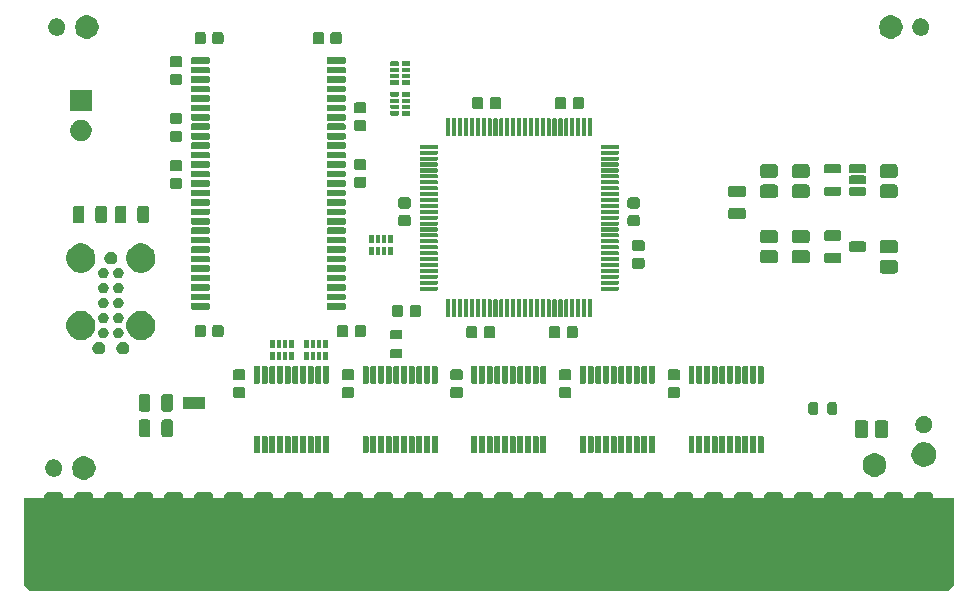
<source format=gts>
G04 #@! TF.GenerationSoftware,KiCad,Pcbnew,(5.1.5-0-10_14)*
G04 #@! TF.CreationDate,2020-12-25T12:27:55-05:00*
G04 #@! TF.ProjectId,RAM2E,52414d32-452e-46b6-9963-61645f706362,1.3*
G04 #@! TF.SameCoordinates,Original*
G04 #@! TF.FileFunction,Soldermask,Top*
G04 #@! TF.FilePolarity,Negative*
%FSLAX46Y46*%
G04 Gerber Fmt 4.6, Leading zero omitted, Abs format (unit mm)*
G04 Created by KiCad (PCBNEW (5.1.5-0-10_14)) date 2020-12-25 12:27:55*
%MOMM*%
%LPD*%
G04 APERTURE LIST*
%ADD10C,0.076200*%
%ADD11C,0.100000*%
G04 APERTURE END LIST*
D10*
G36*
X213360000Y-124460000D02*
G01*
X211582000Y-124460000D01*
X211582000Y-123571000D01*
X213360000Y-123571000D01*
X213360000Y-124460000D01*
G37*
X213360000Y-124460000D02*
X211582000Y-124460000D01*
X211582000Y-123571000D01*
X213360000Y-123571000D01*
X213360000Y-124460000D01*
D11*
G36*
X276860000Y-139446000D02*
G01*
X276352000Y-139954000D01*
X198628000Y-139954000D01*
X198120000Y-139446000D01*
X198120000Y-132080000D01*
X276860000Y-132080000D01*
X276860000Y-139446000D01*
G37*
G36*
X274825282Y-131569558D02*
G01*
X274896711Y-131591226D01*
X274962535Y-131626409D01*
X275020236Y-131673764D01*
X275067591Y-131731465D01*
X275102774Y-131797289D01*
X275124442Y-131868718D01*
X275132000Y-131945454D01*
X275132000Y-138618546D01*
X275124442Y-138695282D01*
X275102774Y-138766711D01*
X275067591Y-138832535D01*
X275020236Y-138890236D01*
X274962535Y-138937591D01*
X274896711Y-138972774D01*
X274825282Y-138994442D01*
X274748546Y-139002000D01*
X273891454Y-139002000D01*
X273814718Y-138994442D01*
X273743289Y-138972774D01*
X273677465Y-138937591D01*
X273619764Y-138890236D01*
X273572409Y-138832535D01*
X273537226Y-138766711D01*
X273515558Y-138695282D01*
X273508000Y-138618546D01*
X273508000Y-131945454D01*
X273515558Y-131868718D01*
X273537226Y-131797289D01*
X273572409Y-131731465D01*
X273619764Y-131673764D01*
X273677465Y-131626409D01*
X273743289Y-131591226D01*
X273814718Y-131569558D01*
X273891454Y-131562000D01*
X274748546Y-131562000D01*
X274825282Y-131569558D01*
G37*
G36*
X272285282Y-131569558D02*
G01*
X272356711Y-131591226D01*
X272422535Y-131626409D01*
X272480236Y-131673764D01*
X272527591Y-131731465D01*
X272562774Y-131797289D01*
X272584442Y-131868718D01*
X272592000Y-131945454D01*
X272592000Y-138618546D01*
X272584442Y-138695282D01*
X272562774Y-138766711D01*
X272527591Y-138832535D01*
X272480236Y-138890236D01*
X272422535Y-138937591D01*
X272356711Y-138972774D01*
X272285282Y-138994442D01*
X272208546Y-139002000D01*
X271351454Y-139002000D01*
X271274718Y-138994442D01*
X271203289Y-138972774D01*
X271137465Y-138937591D01*
X271079764Y-138890236D01*
X271032409Y-138832535D01*
X270997226Y-138766711D01*
X270975558Y-138695282D01*
X270968000Y-138618546D01*
X270968000Y-131945454D01*
X270975558Y-131868718D01*
X270997226Y-131797289D01*
X271032409Y-131731465D01*
X271079764Y-131673764D01*
X271137465Y-131626409D01*
X271203289Y-131591226D01*
X271274718Y-131569558D01*
X271351454Y-131562000D01*
X272208546Y-131562000D01*
X272285282Y-131569558D01*
G37*
G36*
X269745282Y-131569558D02*
G01*
X269816711Y-131591226D01*
X269882535Y-131626409D01*
X269940236Y-131673764D01*
X269987591Y-131731465D01*
X270022774Y-131797289D01*
X270044442Y-131868718D01*
X270052000Y-131945454D01*
X270052000Y-138618546D01*
X270044442Y-138695282D01*
X270022774Y-138766711D01*
X269987591Y-138832535D01*
X269940236Y-138890236D01*
X269882535Y-138937591D01*
X269816711Y-138972774D01*
X269745282Y-138994442D01*
X269668546Y-139002000D01*
X268811454Y-139002000D01*
X268734718Y-138994442D01*
X268663289Y-138972774D01*
X268597465Y-138937591D01*
X268539764Y-138890236D01*
X268492409Y-138832535D01*
X268457226Y-138766711D01*
X268435558Y-138695282D01*
X268428000Y-138618546D01*
X268428000Y-131945454D01*
X268435558Y-131868718D01*
X268457226Y-131797289D01*
X268492409Y-131731465D01*
X268539764Y-131673764D01*
X268597465Y-131626409D01*
X268663289Y-131591226D01*
X268734718Y-131569558D01*
X268811454Y-131562000D01*
X269668546Y-131562000D01*
X269745282Y-131569558D01*
G37*
G36*
X267205282Y-131569558D02*
G01*
X267276711Y-131591226D01*
X267342535Y-131626409D01*
X267400236Y-131673764D01*
X267447591Y-131731465D01*
X267482774Y-131797289D01*
X267504442Y-131868718D01*
X267512000Y-131945454D01*
X267512000Y-138618546D01*
X267504442Y-138695282D01*
X267482774Y-138766711D01*
X267447591Y-138832535D01*
X267400236Y-138890236D01*
X267342535Y-138937591D01*
X267276711Y-138972774D01*
X267205282Y-138994442D01*
X267128546Y-139002000D01*
X266271454Y-139002000D01*
X266194718Y-138994442D01*
X266123289Y-138972774D01*
X266057465Y-138937591D01*
X265999764Y-138890236D01*
X265952409Y-138832535D01*
X265917226Y-138766711D01*
X265895558Y-138695282D01*
X265888000Y-138618546D01*
X265888000Y-131945454D01*
X265895558Y-131868718D01*
X265917226Y-131797289D01*
X265952409Y-131731465D01*
X265999764Y-131673764D01*
X266057465Y-131626409D01*
X266123289Y-131591226D01*
X266194718Y-131569558D01*
X266271454Y-131562000D01*
X267128546Y-131562000D01*
X267205282Y-131569558D01*
G37*
G36*
X264665282Y-131569558D02*
G01*
X264736711Y-131591226D01*
X264802535Y-131626409D01*
X264860236Y-131673764D01*
X264907591Y-131731465D01*
X264942774Y-131797289D01*
X264964442Y-131868718D01*
X264972000Y-131945454D01*
X264972000Y-138618546D01*
X264964442Y-138695282D01*
X264942774Y-138766711D01*
X264907591Y-138832535D01*
X264860236Y-138890236D01*
X264802535Y-138937591D01*
X264736711Y-138972774D01*
X264665282Y-138994442D01*
X264588546Y-139002000D01*
X263731454Y-139002000D01*
X263654718Y-138994442D01*
X263583289Y-138972774D01*
X263517465Y-138937591D01*
X263459764Y-138890236D01*
X263412409Y-138832535D01*
X263377226Y-138766711D01*
X263355558Y-138695282D01*
X263348000Y-138618546D01*
X263348000Y-131945454D01*
X263355558Y-131868718D01*
X263377226Y-131797289D01*
X263412409Y-131731465D01*
X263459764Y-131673764D01*
X263517465Y-131626409D01*
X263583289Y-131591226D01*
X263654718Y-131569558D01*
X263731454Y-131562000D01*
X264588546Y-131562000D01*
X264665282Y-131569558D01*
G37*
G36*
X262125282Y-131569558D02*
G01*
X262196711Y-131591226D01*
X262262535Y-131626409D01*
X262320236Y-131673764D01*
X262367591Y-131731465D01*
X262402774Y-131797289D01*
X262424442Y-131868718D01*
X262432000Y-131945454D01*
X262432000Y-138618546D01*
X262424442Y-138695282D01*
X262402774Y-138766711D01*
X262367591Y-138832535D01*
X262320236Y-138890236D01*
X262262535Y-138937591D01*
X262196711Y-138972774D01*
X262125282Y-138994442D01*
X262048546Y-139002000D01*
X261191454Y-139002000D01*
X261114718Y-138994442D01*
X261043289Y-138972774D01*
X260977465Y-138937591D01*
X260919764Y-138890236D01*
X260872409Y-138832535D01*
X260837226Y-138766711D01*
X260815558Y-138695282D01*
X260808000Y-138618546D01*
X260808000Y-131945454D01*
X260815558Y-131868718D01*
X260837226Y-131797289D01*
X260872409Y-131731465D01*
X260919764Y-131673764D01*
X260977465Y-131626409D01*
X261043289Y-131591226D01*
X261114718Y-131569558D01*
X261191454Y-131562000D01*
X262048546Y-131562000D01*
X262125282Y-131569558D01*
G37*
G36*
X259585282Y-131569558D02*
G01*
X259656711Y-131591226D01*
X259722535Y-131626409D01*
X259780236Y-131673764D01*
X259827591Y-131731465D01*
X259862774Y-131797289D01*
X259884442Y-131868718D01*
X259892000Y-131945454D01*
X259892000Y-138618546D01*
X259884442Y-138695282D01*
X259862774Y-138766711D01*
X259827591Y-138832535D01*
X259780236Y-138890236D01*
X259722535Y-138937591D01*
X259656711Y-138972774D01*
X259585282Y-138994442D01*
X259508546Y-139002000D01*
X258651454Y-139002000D01*
X258574718Y-138994442D01*
X258503289Y-138972774D01*
X258437465Y-138937591D01*
X258379764Y-138890236D01*
X258332409Y-138832535D01*
X258297226Y-138766711D01*
X258275558Y-138695282D01*
X258268000Y-138618546D01*
X258268000Y-131945454D01*
X258275558Y-131868718D01*
X258297226Y-131797289D01*
X258332409Y-131731465D01*
X258379764Y-131673764D01*
X258437465Y-131626409D01*
X258503289Y-131591226D01*
X258574718Y-131569558D01*
X258651454Y-131562000D01*
X259508546Y-131562000D01*
X259585282Y-131569558D01*
G37*
G36*
X257045282Y-131569558D02*
G01*
X257116711Y-131591226D01*
X257182535Y-131626409D01*
X257240236Y-131673764D01*
X257287591Y-131731465D01*
X257322774Y-131797289D01*
X257344442Y-131868718D01*
X257352000Y-131945454D01*
X257352000Y-138618546D01*
X257344442Y-138695282D01*
X257322774Y-138766711D01*
X257287591Y-138832535D01*
X257240236Y-138890236D01*
X257182535Y-138937591D01*
X257116711Y-138972774D01*
X257045282Y-138994442D01*
X256968546Y-139002000D01*
X256111454Y-139002000D01*
X256034718Y-138994442D01*
X255963289Y-138972774D01*
X255897465Y-138937591D01*
X255839764Y-138890236D01*
X255792409Y-138832535D01*
X255757226Y-138766711D01*
X255735558Y-138695282D01*
X255728000Y-138618546D01*
X255728000Y-131945454D01*
X255735558Y-131868718D01*
X255757226Y-131797289D01*
X255792409Y-131731465D01*
X255839764Y-131673764D01*
X255897465Y-131626409D01*
X255963289Y-131591226D01*
X256034718Y-131569558D01*
X256111454Y-131562000D01*
X256968546Y-131562000D01*
X257045282Y-131569558D01*
G37*
G36*
X254505282Y-131569558D02*
G01*
X254576711Y-131591226D01*
X254642535Y-131626409D01*
X254700236Y-131673764D01*
X254747591Y-131731465D01*
X254782774Y-131797289D01*
X254804442Y-131868718D01*
X254812000Y-131945454D01*
X254812000Y-138618546D01*
X254804442Y-138695282D01*
X254782774Y-138766711D01*
X254747591Y-138832535D01*
X254700236Y-138890236D01*
X254642535Y-138937591D01*
X254576711Y-138972774D01*
X254505282Y-138994442D01*
X254428546Y-139002000D01*
X253571454Y-139002000D01*
X253494718Y-138994442D01*
X253423289Y-138972774D01*
X253357465Y-138937591D01*
X253299764Y-138890236D01*
X253252409Y-138832535D01*
X253217226Y-138766711D01*
X253195558Y-138695282D01*
X253188000Y-138618546D01*
X253188000Y-131945454D01*
X253195558Y-131868718D01*
X253217226Y-131797289D01*
X253252409Y-131731465D01*
X253299764Y-131673764D01*
X253357465Y-131626409D01*
X253423289Y-131591226D01*
X253494718Y-131569558D01*
X253571454Y-131562000D01*
X254428546Y-131562000D01*
X254505282Y-131569558D01*
G37*
G36*
X251965282Y-131569558D02*
G01*
X252036711Y-131591226D01*
X252102535Y-131626409D01*
X252160236Y-131673764D01*
X252207591Y-131731465D01*
X252242774Y-131797289D01*
X252264442Y-131868718D01*
X252272000Y-131945454D01*
X252272000Y-138618546D01*
X252264442Y-138695282D01*
X252242774Y-138766711D01*
X252207591Y-138832535D01*
X252160236Y-138890236D01*
X252102535Y-138937591D01*
X252036711Y-138972774D01*
X251965282Y-138994442D01*
X251888546Y-139002000D01*
X251031454Y-139002000D01*
X250954718Y-138994442D01*
X250883289Y-138972774D01*
X250817465Y-138937591D01*
X250759764Y-138890236D01*
X250712409Y-138832535D01*
X250677226Y-138766711D01*
X250655558Y-138695282D01*
X250648000Y-138618546D01*
X250648000Y-131945454D01*
X250655558Y-131868718D01*
X250677226Y-131797289D01*
X250712409Y-131731465D01*
X250759764Y-131673764D01*
X250817465Y-131626409D01*
X250883289Y-131591226D01*
X250954718Y-131569558D01*
X251031454Y-131562000D01*
X251888546Y-131562000D01*
X251965282Y-131569558D01*
G37*
G36*
X249425282Y-131569558D02*
G01*
X249496711Y-131591226D01*
X249562535Y-131626409D01*
X249620236Y-131673764D01*
X249667591Y-131731465D01*
X249702774Y-131797289D01*
X249724442Y-131868718D01*
X249732000Y-131945454D01*
X249732000Y-138618546D01*
X249724442Y-138695282D01*
X249702774Y-138766711D01*
X249667591Y-138832535D01*
X249620236Y-138890236D01*
X249562535Y-138937591D01*
X249496711Y-138972774D01*
X249425282Y-138994442D01*
X249348546Y-139002000D01*
X248491454Y-139002000D01*
X248414718Y-138994442D01*
X248343289Y-138972774D01*
X248277465Y-138937591D01*
X248219764Y-138890236D01*
X248172409Y-138832535D01*
X248137226Y-138766711D01*
X248115558Y-138695282D01*
X248108000Y-138618546D01*
X248108000Y-131945454D01*
X248115558Y-131868718D01*
X248137226Y-131797289D01*
X248172409Y-131731465D01*
X248219764Y-131673764D01*
X248277465Y-131626409D01*
X248343289Y-131591226D01*
X248414718Y-131569558D01*
X248491454Y-131562000D01*
X249348546Y-131562000D01*
X249425282Y-131569558D01*
G37*
G36*
X246885282Y-131569558D02*
G01*
X246956711Y-131591226D01*
X247022535Y-131626409D01*
X247080236Y-131673764D01*
X247127591Y-131731465D01*
X247162774Y-131797289D01*
X247184442Y-131868718D01*
X247192000Y-131945454D01*
X247192000Y-138618546D01*
X247184442Y-138695282D01*
X247162774Y-138766711D01*
X247127591Y-138832535D01*
X247080236Y-138890236D01*
X247022535Y-138937591D01*
X246956711Y-138972774D01*
X246885282Y-138994442D01*
X246808546Y-139002000D01*
X245951454Y-139002000D01*
X245874718Y-138994442D01*
X245803289Y-138972774D01*
X245737465Y-138937591D01*
X245679764Y-138890236D01*
X245632409Y-138832535D01*
X245597226Y-138766711D01*
X245575558Y-138695282D01*
X245568000Y-138618546D01*
X245568000Y-131945454D01*
X245575558Y-131868718D01*
X245597226Y-131797289D01*
X245632409Y-131731465D01*
X245679764Y-131673764D01*
X245737465Y-131626409D01*
X245803289Y-131591226D01*
X245874718Y-131569558D01*
X245951454Y-131562000D01*
X246808546Y-131562000D01*
X246885282Y-131569558D01*
G37*
G36*
X244345282Y-131569558D02*
G01*
X244416711Y-131591226D01*
X244482535Y-131626409D01*
X244540236Y-131673764D01*
X244587591Y-131731465D01*
X244622774Y-131797289D01*
X244644442Y-131868718D01*
X244652000Y-131945454D01*
X244652000Y-138618546D01*
X244644442Y-138695282D01*
X244622774Y-138766711D01*
X244587591Y-138832535D01*
X244540236Y-138890236D01*
X244482535Y-138937591D01*
X244416711Y-138972774D01*
X244345282Y-138994442D01*
X244268546Y-139002000D01*
X243411454Y-139002000D01*
X243334718Y-138994442D01*
X243263289Y-138972774D01*
X243197465Y-138937591D01*
X243139764Y-138890236D01*
X243092409Y-138832535D01*
X243057226Y-138766711D01*
X243035558Y-138695282D01*
X243028000Y-138618546D01*
X243028000Y-131945454D01*
X243035558Y-131868718D01*
X243057226Y-131797289D01*
X243092409Y-131731465D01*
X243139764Y-131673764D01*
X243197465Y-131626409D01*
X243263289Y-131591226D01*
X243334718Y-131569558D01*
X243411454Y-131562000D01*
X244268546Y-131562000D01*
X244345282Y-131569558D01*
G37*
G36*
X241805282Y-131569558D02*
G01*
X241876711Y-131591226D01*
X241942535Y-131626409D01*
X242000236Y-131673764D01*
X242047591Y-131731465D01*
X242082774Y-131797289D01*
X242104442Y-131868718D01*
X242112000Y-131945454D01*
X242112000Y-138618546D01*
X242104442Y-138695282D01*
X242082774Y-138766711D01*
X242047591Y-138832535D01*
X242000236Y-138890236D01*
X241942535Y-138937591D01*
X241876711Y-138972774D01*
X241805282Y-138994442D01*
X241728546Y-139002000D01*
X240871454Y-139002000D01*
X240794718Y-138994442D01*
X240723289Y-138972774D01*
X240657465Y-138937591D01*
X240599764Y-138890236D01*
X240552409Y-138832535D01*
X240517226Y-138766711D01*
X240495558Y-138695282D01*
X240488000Y-138618546D01*
X240488000Y-131945454D01*
X240495558Y-131868718D01*
X240517226Y-131797289D01*
X240552409Y-131731465D01*
X240599764Y-131673764D01*
X240657465Y-131626409D01*
X240723289Y-131591226D01*
X240794718Y-131569558D01*
X240871454Y-131562000D01*
X241728546Y-131562000D01*
X241805282Y-131569558D01*
G37*
G36*
X239265282Y-131569558D02*
G01*
X239336711Y-131591226D01*
X239402535Y-131626409D01*
X239460236Y-131673764D01*
X239507591Y-131731465D01*
X239542774Y-131797289D01*
X239564442Y-131868718D01*
X239572000Y-131945454D01*
X239572000Y-138618546D01*
X239564442Y-138695282D01*
X239542774Y-138766711D01*
X239507591Y-138832535D01*
X239460236Y-138890236D01*
X239402535Y-138937591D01*
X239336711Y-138972774D01*
X239265282Y-138994442D01*
X239188546Y-139002000D01*
X238331454Y-139002000D01*
X238254718Y-138994442D01*
X238183289Y-138972774D01*
X238117465Y-138937591D01*
X238059764Y-138890236D01*
X238012409Y-138832535D01*
X237977226Y-138766711D01*
X237955558Y-138695282D01*
X237948000Y-138618546D01*
X237948000Y-131945454D01*
X237955558Y-131868718D01*
X237977226Y-131797289D01*
X238012409Y-131731465D01*
X238059764Y-131673764D01*
X238117465Y-131626409D01*
X238183289Y-131591226D01*
X238254718Y-131569558D01*
X238331454Y-131562000D01*
X239188546Y-131562000D01*
X239265282Y-131569558D01*
G37*
G36*
X236725282Y-131569558D02*
G01*
X236796711Y-131591226D01*
X236862535Y-131626409D01*
X236920236Y-131673764D01*
X236967591Y-131731465D01*
X237002774Y-131797289D01*
X237024442Y-131868718D01*
X237032000Y-131945454D01*
X237032000Y-138618546D01*
X237024442Y-138695282D01*
X237002774Y-138766711D01*
X236967591Y-138832535D01*
X236920236Y-138890236D01*
X236862535Y-138937591D01*
X236796711Y-138972774D01*
X236725282Y-138994442D01*
X236648546Y-139002000D01*
X235791454Y-139002000D01*
X235714718Y-138994442D01*
X235643289Y-138972774D01*
X235577465Y-138937591D01*
X235519764Y-138890236D01*
X235472409Y-138832535D01*
X235437226Y-138766711D01*
X235415558Y-138695282D01*
X235408000Y-138618546D01*
X235408000Y-131945454D01*
X235415558Y-131868718D01*
X235437226Y-131797289D01*
X235472409Y-131731465D01*
X235519764Y-131673764D01*
X235577465Y-131626409D01*
X235643289Y-131591226D01*
X235714718Y-131569558D01*
X235791454Y-131562000D01*
X236648546Y-131562000D01*
X236725282Y-131569558D01*
G37*
G36*
X234185282Y-131569558D02*
G01*
X234256711Y-131591226D01*
X234322535Y-131626409D01*
X234380236Y-131673764D01*
X234427591Y-131731465D01*
X234462774Y-131797289D01*
X234484442Y-131868718D01*
X234492000Y-131945454D01*
X234492000Y-138618546D01*
X234484442Y-138695282D01*
X234462774Y-138766711D01*
X234427591Y-138832535D01*
X234380236Y-138890236D01*
X234322535Y-138937591D01*
X234256711Y-138972774D01*
X234185282Y-138994442D01*
X234108546Y-139002000D01*
X233251454Y-139002000D01*
X233174718Y-138994442D01*
X233103289Y-138972774D01*
X233037465Y-138937591D01*
X232979764Y-138890236D01*
X232932409Y-138832535D01*
X232897226Y-138766711D01*
X232875558Y-138695282D01*
X232868000Y-138618546D01*
X232868000Y-131945454D01*
X232875558Y-131868718D01*
X232897226Y-131797289D01*
X232932409Y-131731465D01*
X232979764Y-131673764D01*
X233037465Y-131626409D01*
X233103289Y-131591226D01*
X233174718Y-131569558D01*
X233251454Y-131562000D01*
X234108546Y-131562000D01*
X234185282Y-131569558D01*
G37*
G36*
X231645282Y-131569558D02*
G01*
X231716711Y-131591226D01*
X231782535Y-131626409D01*
X231840236Y-131673764D01*
X231887591Y-131731465D01*
X231922774Y-131797289D01*
X231944442Y-131868718D01*
X231952000Y-131945454D01*
X231952000Y-138618546D01*
X231944442Y-138695282D01*
X231922774Y-138766711D01*
X231887591Y-138832535D01*
X231840236Y-138890236D01*
X231782535Y-138937591D01*
X231716711Y-138972774D01*
X231645282Y-138994442D01*
X231568546Y-139002000D01*
X230711454Y-139002000D01*
X230634718Y-138994442D01*
X230563289Y-138972774D01*
X230497465Y-138937591D01*
X230439764Y-138890236D01*
X230392409Y-138832535D01*
X230357226Y-138766711D01*
X230335558Y-138695282D01*
X230328000Y-138618546D01*
X230328000Y-131945454D01*
X230335558Y-131868718D01*
X230357226Y-131797289D01*
X230392409Y-131731465D01*
X230439764Y-131673764D01*
X230497465Y-131626409D01*
X230563289Y-131591226D01*
X230634718Y-131569558D01*
X230711454Y-131562000D01*
X231568546Y-131562000D01*
X231645282Y-131569558D01*
G37*
G36*
X229105282Y-131569558D02*
G01*
X229176711Y-131591226D01*
X229242535Y-131626409D01*
X229300236Y-131673764D01*
X229347591Y-131731465D01*
X229382774Y-131797289D01*
X229404442Y-131868718D01*
X229412000Y-131945454D01*
X229412000Y-138618546D01*
X229404442Y-138695282D01*
X229382774Y-138766711D01*
X229347591Y-138832535D01*
X229300236Y-138890236D01*
X229242535Y-138937591D01*
X229176711Y-138972774D01*
X229105282Y-138994442D01*
X229028546Y-139002000D01*
X228171454Y-139002000D01*
X228094718Y-138994442D01*
X228023289Y-138972774D01*
X227957465Y-138937591D01*
X227899764Y-138890236D01*
X227852409Y-138832535D01*
X227817226Y-138766711D01*
X227795558Y-138695282D01*
X227788000Y-138618546D01*
X227788000Y-131945454D01*
X227795558Y-131868718D01*
X227817226Y-131797289D01*
X227852409Y-131731465D01*
X227899764Y-131673764D01*
X227957465Y-131626409D01*
X228023289Y-131591226D01*
X228094718Y-131569558D01*
X228171454Y-131562000D01*
X229028546Y-131562000D01*
X229105282Y-131569558D01*
G37*
G36*
X226565282Y-131569558D02*
G01*
X226636711Y-131591226D01*
X226702535Y-131626409D01*
X226760236Y-131673764D01*
X226807591Y-131731465D01*
X226842774Y-131797289D01*
X226864442Y-131868718D01*
X226872000Y-131945454D01*
X226872000Y-138618546D01*
X226864442Y-138695282D01*
X226842774Y-138766711D01*
X226807591Y-138832535D01*
X226760236Y-138890236D01*
X226702535Y-138937591D01*
X226636711Y-138972774D01*
X226565282Y-138994442D01*
X226488546Y-139002000D01*
X225631454Y-139002000D01*
X225554718Y-138994442D01*
X225483289Y-138972774D01*
X225417465Y-138937591D01*
X225359764Y-138890236D01*
X225312409Y-138832535D01*
X225277226Y-138766711D01*
X225255558Y-138695282D01*
X225248000Y-138618546D01*
X225248000Y-131945454D01*
X225255558Y-131868718D01*
X225277226Y-131797289D01*
X225312409Y-131731465D01*
X225359764Y-131673764D01*
X225417465Y-131626409D01*
X225483289Y-131591226D01*
X225554718Y-131569558D01*
X225631454Y-131562000D01*
X226488546Y-131562000D01*
X226565282Y-131569558D01*
G37*
G36*
X224025282Y-131569558D02*
G01*
X224096711Y-131591226D01*
X224162535Y-131626409D01*
X224220236Y-131673764D01*
X224267591Y-131731465D01*
X224302774Y-131797289D01*
X224324442Y-131868718D01*
X224332000Y-131945454D01*
X224332000Y-138618546D01*
X224324442Y-138695282D01*
X224302774Y-138766711D01*
X224267591Y-138832535D01*
X224220236Y-138890236D01*
X224162535Y-138937591D01*
X224096711Y-138972774D01*
X224025282Y-138994442D01*
X223948546Y-139002000D01*
X223091454Y-139002000D01*
X223014718Y-138994442D01*
X222943289Y-138972774D01*
X222877465Y-138937591D01*
X222819764Y-138890236D01*
X222772409Y-138832535D01*
X222737226Y-138766711D01*
X222715558Y-138695282D01*
X222708000Y-138618546D01*
X222708000Y-131945454D01*
X222715558Y-131868718D01*
X222737226Y-131797289D01*
X222772409Y-131731465D01*
X222819764Y-131673764D01*
X222877465Y-131626409D01*
X222943289Y-131591226D01*
X223014718Y-131569558D01*
X223091454Y-131562000D01*
X223948546Y-131562000D01*
X224025282Y-131569558D01*
G37*
G36*
X221485282Y-131569558D02*
G01*
X221556711Y-131591226D01*
X221622535Y-131626409D01*
X221680236Y-131673764D01*
X221727591Y-131731465D01*
X221762774Y-131797289D01*
X221784442Y-131868718D01*
X221792000Y-131945454D01*
X221792000Y-138618546D01*
X221784442Y-138695282D01*
X221762774Y-138766711D01*
X221727591Y-138832535D01*
X221680236Y-138890236D01*
X221622535Y-138937591D01*
X221556711Y-138972774D01*
X221485282Y-138994442D01*
X221408546Y-139002000D01*
X220551454Y-139002000D01*
X220474718Y-138994442D01*
X220403289Y-138972774D01*
X220337465Y-138937591D01*
X220279764Y-138890236D01*
X220232409Y-138832535D01*
X220197226Y-138766711D01*
X220175558Y-138695282D01*
X220168000Y-138618546D01*
X220168000Y-131945454D01*
X220175558Y-131868718D01*
X220197226Y-131797289D01*
X220232409Y-131731465D01*
X220279764Y-131673764D01*
X220337465Y-131626409D01*
X220403289Y-131591226D01*
X220474718Y-131569558D01*
X220551454Y-131562000D01*
X221408546Y-131562000D01*
X221485282Y-131569558D01*
G37*
G36*
X218945282Y-131569558D02*
G01*
X219016711Y-131591226D01*
X219082535Y-131626409D01*
X219140236Y-131673764D01*
X219187591Y-131731465D01*
X219222774Y-131797289D01*
X219244442Y-131868718D01*
X219252000Y-131945454D01*
X219252000Y-138618546D01*
X219244442Y-138695282D01*
X219222774Y-138766711D01*
X219187591Y-138832535D01*
X219140236Y-138890236D01*
X219082535Y-138937591D01*
X219016711Y-138972774D01*
X218945282Y-138994442D01*
X218868546Y-139002000D01*
X218011454Y-139002000D01*
X217934718Y-138994442D01*
X217863289Y-138972774D01*
X217797465Y-138937591D01*
X217739764Y-138890236D01*
X217692409Y-138832535D01*
X217657226Y-138766711D01*
X217635558Y-138695282D01*
X217628000Y-138618546D01*
X217628000Y-131945454D01*
X217635558Y-131868718D01*
X217657226Y-131797289D01*
X217692409Y-131731465D01*
X217739764Y-131673764D01*
X217797465Y-131626409D01*
X217863289Y-131591226D01*
X217934718Y-131569558D01*
X218011454Y-131562000D01*
X218868546Y-131562000D01*
X218945282Y-131569558D01*
G37*
G36*
X216405282Y-131569558D02*
G01*
X216476711Y-131591226D01*
X216542535Y-131626409D01*
X216600236Y-131673764D01*
X216647591Y-131731465D01*
X216682774Y-131797289D01*
X216704442Y-131868718D01*
X216712000Y-131945454D01*
X216712000Y-138618546D01*
X216704442Y-138695282D01*
X216682774Y-138766711D01*
X216647591Y-138832535D01*
X216600236Y-138890236D01*
X216542535Y-138937591D01*
X216476711Y-138972774D01*
X216405282Y-138994442D01*
X216328546Y-139002000D01*
X215471454Y-139002000D01*
X215394718Y-138994442D01*
X215323289Y-138972774D01*
X215257465Y-138937591D01*
X215199764Y-138890236D01*
X215152409Y-138832535D01*
X215117226Y-138766711D01*
X215095558Y-138695282D01*
X215088000Y-138618546D01*
X215088000Y-131945454D01*
X215095558Y-131868718D01*
X215117226Y-131797289D01*
X215152409Y-131731465D01*
X215199764Y-131673764D01*
X215257465Y-131626409D01*
X215323289Y-131591226D01*
X215394718Y-131569558D01*
X215471454Y-131562000D01*
X216328546Y-131562000D01*
X216405282Y-131569558D01*
G37*
G36*
X213865282Y-131569558D02*
G01*
X213936711Y-131591226D01*
X214002535Y-131626409D01*
X214060236Y-131673764D01*
X214107591Y-131731465D01*
X214142774Y-131797289D01*
X214164442Y-131868718D01*
X214172000Y-131945454D01*
X214172000Y-138618546D01*
X214164442Y-138695282D01*
X214142774Y-138766711D01*
X214107591Y-138832535D01*
X214060236Y-138890236D01*
X214002535Y-138937591D01*
X213936711Y-138972774D01*
X213865282Y-138994442D01*
X213788546Y-139002000D01*
X212931454Y-139002000D01*
X212854718Y-138994442D01*
X212783289Y-138972774D01*
X212717465Y-138937591D01*
X212659764Y-138890236D01*
X212612409Y-138832535D01*
X212577226Y-138766711D01*
X212555558Y-138695282D01*
X212548000Y-138618546D01*
X212548000Y-131945454D01*
X212555558Y-131868718D01*
X212577226Y-131797289D01*
X212612409Y-131731465D01*
X212659764Y-131673764D01*
X212717465Y-131626409D01*
X212783289Y-131591226D01*
X212854718Y-131569558D01*
X212931454Y-131562000D01*
X213788546Y-131562000D01*
X213865282Y-131569558D01*
G37*
G36*
X211325282Y-131569558D02*
G01*
X211396711Y-131591226D01*
X211462535Y-131626409D01*
X211520236Y-131673764D01*
X211567591Y-131731465D01*
X211602774Y-131797289D01*
X211624442Y-131868718D01*
X211632000Y-131945454D01*
X211632000Y-138618546D01*
X211624442Y-138695282D01*
X211602774Y-138766711D01*
X211567591Y-138832535D01*
X211520236Y-138890236D01*
X211462535Y-138937591D01*
X211396711Y-138972774D01*
X211325282Y-138994442D01*
X211248546Y-139002000D01*
X210391454Y-139002000D01*
X210314718Y-138994442D01*
X210243289Y-138972774D01*
X210177465Y-138937591D01*
X210119764Y-138890236D01*
X210072409Y-138832535D01*
X210037226Y-138766711D01*
X210015558Y-138695282D01*
X210008000Y-138618546D01*
X210008000Y-131945454D01*
X210015558Y-131868718D01*
X210037226Y-131797289D01*
X210072409Y-131731465D01*
X210119764Y-131673764D01*
X210177465Y-131626409D01*
X210243289Y-131591226D01*
X210314718Y-131569558D01*
X210391454Y-131562000D01*
X211248546Y-131562000D01*
X211325282Y-131569558D01*
G37*
G36*
X208785282Y-131569558D02*
G01*
X208856711Y-131591226D01*
X208922535Y-131626409D01*
X208980236Y-131673764D01*
X209027591Y-131731465D01*
X209062774Y-131797289D01*
X209084442Y-131868718D01*
X209092000Y-131945454D01*
X209092000Y-138618546D01*
X209084442Y-138695282D01*
X209062774Y-138766711D01*
X209027591Y-138832535D01*
X208980236Y-138890236D01*
X208922535Y-138937591D01*
X208856711Y-138972774D01*
X208785282Y-138994442D01*
X208708546Y-139002000D01*
X207851454Y-139002000D01*
X207774718Y-138994442D01*
X207703289Y-138972774D01*
X207637465Y-138937591D01*
X207579764Y-138890236D01*
X207532409Y-138832535D01*
X207497226Y-138766711D01*
X207475558Y-138695282D01*
X207468000Y-138618546D01*
X207468000Y-131945454D01*
X207475558Y-131868718D01*
X207497226Y-131797289D01*
X207532409Y-131731465D01*
X207579764Y-131673764D01*
X207637465Y-131626409D01*
X207703289Y-131591226D01*
X207774718Y-131569558D01*
X207851454Y-131562000D01*
X208708546Y-131562000D01*
X208785282Y-131569558D01*
G37*
G36*
X206245282Y-131569558D02*
G01*
X206316711Y-131591226D01*
X206382535Y-131626409D01*
X206440236Y-131673764D01*
X206487591Y-131731465D01*
X206522774Y-131797289D01*
X206544442Y-131868718D01*
X206552000Y-131945454D01*
X206552000Y-138618546D01*
X206544442Y-138695282D01*
X206522774Y-138766711D01*
X206487591Y-138832535D01*
X206440236Y-138890236D01*
X206382535Y-138937591D01*
X206316711Y-138972774D01*
X206245282Y-138994442D01*
X206168546Y-139002000D01*
X205311454Y-139002000D01*
X205234718Y-138994442D01*
X205163289Y-138972774D01*
X205097465Y-138937591D01*
X205039764Y-138890236D01*
X204992409Y-138832535D01*
X204957226Y-138766711D01*
X204935558Y-138695282D01*
X204928000Y-138618546D01*
X204928000Y-131945454D01*
X204935558Y-131868718D01*
X204957226Y-131797289D01*
X204992409Y-131731465D01*
X205039764Y-131673764D01*
X205097465Y-131626409D01*
X205163289Y-131591226D01*
X205234718Y-131569558D01*
X205311454Y-131562000D01*
X206168546Y-131562000D01*
X206245282Y-131569558D01*
G37*
G36*
X203705282Y-131569558D02*
G01*
X203776711Y-131591226D01*
X203842535Y-131626409D01*
X203900236Y-131673764D01*
X203947591Y-131731465D01*
X203982774Y-131797289D01*
X204004442Y-131868718D01*
X204012000Y-131945454D01*
X204012000Y-138618546D01*
X204004442Y-138695282D01*
X203982774Y-138766711D01*
X203947591Y-138832535D01*
X203900236Y-138890236D01*
X203842535Y-138937591D01*
X203776711Y-138972774D01*
X203705282Y-138994442D01*
X203628546Y-139002000D01*
X202771454Y-139002000D01*
X202694718Y-138994442D01*
X202623289Y-138972774D01*
X202557465Y-138937591D01*
X202499764Y-138890236D01*
X202452409Y-138832535D01*
X202417226Y-138766711D01*
X202395558Y-138695282D01*
X202388000Y-138618546D01*
X202388000Y-131945454D01*
X202395558Y-131868718D01*
X202417226Y-131797289D01*
X202452409Y-131731465D01*
X202499764Y-131673764D01*
X202557465Y-131626409D01*
X202623289Y-131591226D01*
X202694718Y-131569558D01*
X202771454Y-131562000D01*
X203628546Y-131562000D01*
X203705282Y-131569558D01*
G37*
G36*
X201165282Y-131569558D02*
G01*
X201236711Y-131591226D01*
X201302535Y-131626409D01*
X201360236Y-131673764D01*
X201407591Y-131731465D01*
X201442774Y-131797289D01*
X201464442Y-131868718D01*
X201472000Y-131945454D01*
X201472000Y-138618546D01*
X201464442Y-138695282D01*
X201442774Y-138766711D01*
X201407591Y-138832535D01*
X201360236Y-138890236D01*
X201302535Y-138937591D01*
X201236711Y-138972774D01*
X201165282Y-138994442D01*
X201088546Y-139002000D01*
X200231454Y-139002000D01*
X200154718Y-138994442D01*
X200083289Y-138972774D01*
X200017465Y-138937591D01*
X199959764Y-138890236D01*
X199912409Y-138832535D01*
X199877226Y-138766711D01*
X199855558Y-138695282D01*
X199848000Y-138618546D01*
X199848000Y-131945454D01*
X199855558Y-131868718D01*
X199877226Y-131797289D01*
X199912409Y-131731465D01*
X199959764Y-131673764D01*
X200017465Y-131626409D01*
X200083289Y-131591226D01*
X200154718Y-131569558D01*
X200231454Y-131562000D01*
X201088546Y-131562000D01*
X201165282Y-131569558D01*
G37*
G36*
X203395090Y-128559215D02*
G01*
X203491689Y-128578429D01*
X203673678Y-128653811D01*
X203837463Y-128763249D01*
X203976751Y-128902537D01*
X204086189Y-129066322D01*
X204161571Y-129248311D01*
X204200000Y-129441509D01*
X204200000Y-129638491D01*
X204161571Y-129831689D01*
X204086189Y-130013678D01*
X203976751Y-130177463D01*
X203837463Y-130316751D01*
X203673678Y-130426189D01*
X203491689Y-130501571D01*
X203395090Y-130520785D01*
X203298493Y-130540000D01*
X203101507Y-130540000D01*
X203004910Y-130520785D01*
X202908311Y-130501571D01*
X202726322Y-130426189D01*
X202562537Y-130316751D01*
X202423249Y-130177463D01*
X202313811Y-130013678D01*
X202238429Y-129831689D01*
X202200000Y-129638491D01*
X202200000Y-129441509D01*
X202238429Y-129248311D01*
X202313811Y-129066322D01*
X202423249Y-128902537D01*
X202562537Y-128763249D01*
X202726322Y-128653811D01*
X202908311Y-128578429D01*
X203004910Y-128559215D01*
X203101507Y-128540000D01*
X203298493Y-128540000D01*
X203395090Y-128559215D01*
G37*
G36*
X270324090Y-128305214D02*
G01*
X270420689Y-128324429D01*
X270602678Y-128399811D01*
X270766463Y-128509249D01*
X270905751Y-128648537D01*
X271015189Y-128812322D01*
X271090571Y-128994311D01*
X271090571Y-128994313D01*
X271129000Y-129187507D01*
X271129000Y-129384493D01*
X271117659Y-129441507D01*
X271090571Y-129577689D01*
X271015189Y-129759678D01*
X270905751Y-129923463D01*
X270766463Y-130062751D01*
X270602678Y-130172189D01*
X270420689Y-130247571D01*
X270338094Y-130264000D01*
X270227493Y-130286000D01*
X270030507Y-130286000D01*
X269919906Y-130264000D01*
X269837311Y-130247571D01*
X269655322Y-130172189D01*
X269491537Y-130062751D01*
X269352249Y-129923463D01*
X269242811Y-129759678D01*
X269167429Y-129577689D01*
X269140341Y-129441507D01*
X269129000Y-129384493D01*
X269129000Y-129187507D01*
X269167429Y-128994313D01*
X269167429Y-128994311D01*
X269242811Y-128812322D01*
X269352249Y-128648537D01*
X269491537Y-128509249D01*
X269655322Y-128399811D01*
X269837311Y-128324429D01*
X269933910Y-128305214D01*
X270030507Y-128286000D01*
X270227493Y-128286000D01*
X270324090Y-128305214D01*
G37*
G36*
X200871181Y-128843822D02*
G01*
X201002941Y-128898399D01*
X201002943Y-128898400D01*
X201009134Y-128902537D01*
X201121522Y-128977632D01*
X201222368Y-129078478D01*
X201301601Y-129197059D01*
X201356178Y-129328819D01*
X201384000Y-129468691D01*
X201384000Y-129611309D01*
X201356178Y-129751181D01*
X201356177Y-129751183D01*
X201301600Y-129882943D01*
X201222367Y-130001523D01*
X201121523Y-130102367D01*
X201002943Y-130181600D01*
X201002942Y-130181601D01*
X201002941Y-130181601D01*
X200871181Y-130236178D01*
X200731309Y-130264000D01*
X200588691Y-130264000D01*
X200448819Y-130236178D01*
X200317059Y-130181601D01*
X200317058Y-130181601D01*
X200317057Y-130181600D01*
X200198477Y-130102367D01*
X200097633Y-130001523D01*
X200018400Y-129882943D01*
X199963823Y-129751183D01*
X199963822Y-129751181D01*
X199936000Y-129611309D01*
X199936000Y-129468691D01*
X199963822Y-129328819D01*
X200018399Y-129197059D01*
X200097632Y-129078478D01*
X200198478Y-128977632D01*
X200310866Y-128902537D01*
X200317057Y-128898400D01*
X200317059Y-128898399D01*
X200448819Y-128843822D01*
X200588691Y-128816000D01*
X200731309Y-128816000D01*
X200871181Y-128843822D01*
G37*
G36*
X274448687Y-127352027D02*
G01*
X274626274Y-127387350D01*
X274817362Y-127466502D01*
X274989336Y-127581411D01*
X275135589Y-127727664D01*
X275250498Y-127899638D01*
X275329650Y-128090726D01*
X275355790Y-128222144D01*
X275369527Y-128291203D01*
X275370000Y-128293584D01*
X275370000Y-128500416D01*
X275329650Y-128703274D01*
X275250498Y-128894362D01*
X275135589Y-129066336D01*
X274989336Y-129212589D01*
X274817362Y-129327498D01*
X274626274Y-129406650D01*
X274451032Y-129441507D01*
X274423417Y-129447000D01*
X274216583Y-129447000D01*
X274188968Y-129441507D01*
X274013726Y-129406650D01*
X273822638Y-129327498D01*
X273650664Y-129212589D01*
X273504411Y-129066336D01*
X273389502Y-128894362D01*
X273310350Y-128703274D01*
X273270000Y-128500416D01*
X273270000Y-128293584D01*
X273270474Y-128291203D01*
X273284210Y-128222144D01*
X273310350Y-128090726D01*
X273389502Y-127899638D01*
X273504411Y-127727664D01*
X273650664Y-127581411D01*
X273822638Y-127466502D01*
X274013726Y-127387350D01*
X274191313Y-127352027D01*
X274216583Y-127347000D01*
X274423417Y-127347000D01*
X274448687Y-127352027D01*
G37*
G36*
X230468865Y-126803149D02*
G01*
X230487485Y-126808797D01*
X230504643Y-126817968D01*
X230519686Y-126830314D01*
X230532032Y-126845357D01*
X230541203Y-126862515D01*
X230546851Y-126881135D01*
X230549000Y-126902954D01*
X230549000Y-128197046D01*
X230546851Y-128218865D01*
X230541203Y-128237485D01*
X230532032Y-128254643D01*
X230519686Y-128269686D01*
X230504643Y-128282032D01*
X230487485Y-128291203D01*
X230468865Y-128296851D01*
X230447046Y-128299000D01*
X230152954Y-128299000D01*
X230131135Y-128296851D01*
X230112515Y-128291203D01*
X230095357Y-128282032D01*
X230080314Y-128269686D01*
X230067968Y-128254643D01*
X230058797Y-128237485D01*
X230053149Y-128218865D01*
X230051000Y-128197046D01*
X230051000Y-126902954D01*
X230053149Y-126881135D01*
X230058797Y-126862515D01*
X230067968Y-126845357D01*
X230080314Y-126830314D01*
X230095357Y-126817968D01*
X230112515Y-126808797D01*
X230131135Y-126803149D01*
X230152954Y-126801000D01*
X230447046Y-126801000D01*
X230468865Y-126803149D01*
G37*
G36*
X229818865Y-126803149D02*
G01*
X229837485Y-126808797D01*
X229854643Y-126817968D01*
X229869686Y-126830314D01*
X229882032Y-126845357D01*
X229891203Y-126862515D01*
X229896851Y-126881135D01*
X229899000Y-126902954D01*
X229899000Y-128197046D01*
X229896851Y-128218865D01*
X229891203Y-128237485D01*
X229882032Y-128254643D01*
X229869686Y-128269686D01*
X229854643Y-128282032D01*
X229837485Y-128291203D01*
X229818865Y-128296851D01*
X229797046Y-128299000D01*
X229502954Y-128299000D01*
X229481135Y-128296851D01*
X229462515Y-128291203D01*
X229445357Y-128282032D01*
X229430314Y-128269686D01*
X229417968Y-128254643D01*
X229408797Y-128237485D01*
X229403149Y-128218865D01*
X229401000Y-128197046D01*
X229401000Y-126902954D01*
X229403149Y-126881135D01*
X229408797Y-126862515D01*
X229417968Y-126845357D01*
X229430314Y-126830314D01*
X229445357Y-126817968D01*
X229462515Y-126808797D01*
X229481135Y-126803149D01*
X229502954Y-126801000D01*
X229797046Y-126801000D01*
X229818865Y-126803149D01*
G37*
G36*
X229168865Y-126803149D02*
G01*
X229187485Y-126808797D01*
X229204643Y-126817968D01*
X229219686Y-126830314D01*
X229232032Y-126845357D01*
X229241203Y-126862515D01*
X229246851Y-126881135D01*
X229249000Y-126902954D01*
X229249000Y-128197046D01*
X229246851Y-128218865D01*
X229241203Y-128237485D01*
X229232032Y-128254643D01*
X229219686Y-128269686D01*
X229204643Y-128282032D01*
X229187485Y-128291203D01*
X229168865Y-128296851D01*
X229147046Y-128299000D01*
X228852954Y-128299000D01*
X228831135Y-128296851D01*
X228812515Y-128291203D01*
X228795357Y-128282032D01*
X228780314Y-128269686D01*
X228767968Y-128254643D01*
X228758797Y-128237485D01*
X228753149Y-128218865D01*
X228751000Y-128197046D01*
X228751000Y-126902954D01*
X228753149Y-126881135D01*
X228758797Y-126862515D01*
X228767968Y-126845357D01*
X228780314Y-126830314D01*
X228795357Y-126817968D01*
X228812515Y-126808797D01*
X228831135Y-126803149D01*
X228852954Y-126801000D01*
X229147046Y-126801000D01*
X229168865Y-126803149D01*
G37*
G36*
X228518865Y-126803149D02*
G01*
X228537485Y-126808797D01*
X228554643Y-126817968D01*
X228569686Y-126830314D01*
X228582032Y-126845357D01*
X228591203Y-126862515D01*
X228596851Y-126881135D01*
X228599000Y-126902954D01*
X228599000Y-128197046D01*
X228596851Y-128218865D01*
X228591203Y-128237485D01*
X228582032Y-128254643D01*
X228569686Y-128269686D01*
X228554643Y-128282032D01*
X228537485Y-128291203D01*
X228518865Y-128296851D01*
X228497046Y-128299000D01*
X228202954Y-128299000D01*
X228181135Y-128296851D01*
X228162515Y-128291203D01*
X228145357Y-128282032D01*
X228130314Y-128269686D01*
X228117968Y-128254643D01*
X228108797Y-128237485D01*
X228103149Y-128218865D01*
X228101000Y-128197046D01*
X228101000Y-126902954D01*
X228103149Y-126881135D01*
X228108797Y-126862515D01*
X228117968Y-126845357D01*
X228130314Y-126830314D01*
X228145357Y-126817968D01*
X228162515Y-126808797D01*
X228181135Y-126803149D01*
X228202954Y-126801000D01*
X228497046Y-126801000D01*
X228518865Y-126803149D01*
G37*
G36*
X227868865Y-126803149D02*
G01*
X227887485Y-126808797D01*
X227904643Y-126817968D01*
X227919686Y-126830314D01*
X227932032Y-126845357D01*
X227941203Y-126862515D01*
X227946851Y-126881135D01*
X227949000Y-126902954D01*
X227949000Y-128197046D01*
X227946851Y-128218865D01*
X227941203Y-128237485D01*
X227932032Y-128254643D01*
X227919686Y-128269686D01*
X227904643Y-128282032D01*
X227887485Y-128291203D01*
X227868865Y-128296851D01*
X227847046Y-128299000D01*
X227552954Y-128299000D01*
X227531135Y-128296851D01*
X227512515Y-128291203D01*
X227495357Y-128282032D01*
X227480314Y-128269686D01*
X227467968Y-128254643D01*
X227458797Y-128237485D01*
X227453149Y-128218865D01*
X227451000Y-128197046D01*
X227451000Y-126902954D01*
X227453149Y-126881135D01*
X227458797Y-126862515D01*
X227467968Y-126845357D01*
X227480314Y-126830314D01*
X227495357Y-126817968D01*
X227512515Y-126808797D01*
X227531135Y-126803149D01*
X227552954Y-126801000D01*
X227847046Y-126801000D01*
X227868865Y-126803149D01*
G37*
G36*
X227218865Y-126803149D02*
G01*
X227237485Y-126808797D01*
X227254643Y-126817968D01*
X227269686Y-126830314D01*
X227282032Y-126845357D01*
X227291203Y-126862515D01*
X227296851Y-126881135D01*
X227299000Y-126902954D01*
X227299000Y-128197046D01*
X227296851Y-128218865D01*
X227291203Y-128237485D01*
X227282032Y-128254643D01*
X227269686Y-128269686D01*
X227254643Y-128282032D01*
X227237485Y-128291203D01*
X227218865Y-128296851D01*
X227197046Y-128299000D01*
X226902954Y-128299000D01*
X226881135Y-128296851D01*
X226862515Y-128291203D01*
X226845357Y-128282032D01*
X226830314Y-128269686D01*
X226817968Y-128254643D01*
X226808797Y-128237485D01*
X226803149Y-128218865D01*
X226801000Y-128197046D01*
X226801000Y-126902954D01*
X226803149Y-126881135D01*
X226808797Y-126862515D01*
X226817968Y-126845357D01*
X226830314Y-126830314D01*
X226845357Y-126817968D01*
X226862515Y-126808797D01*
X226881135Y-126803149D01*
X226902954Y-126801000D01*
X227197046Y-126801000D01*
X227218865Y-126803149D01*
G37*
G36*
X223868865Y-126803149D02*
G01*
X223887485Y-126808797D01*
X223904643Y-126817968D01*
X223919686Y-126830314D01*
X223932032Y-126845357D01*
X223941203Y-126862515D01*
X223946851Y-126881135D01*
X223949000Y-126902954D01*
X223949000Y-128197046D01*
X223946851Y-128218865D01*
X223941203Y-128237485D01*
X223932032Y-128254643D01*
X223919686Y-128269686D01*
X223904643Y-128282032D01*
X223887485Y-128291203D01*
X223868865Y-128296851D01*
X223847046Y-128299000D01*
X223552954Y-128299000D01*
X223531135Y-128296851D01*
X223512515Y-128291203D01*
X223495357Y-128282032D01*
X223480314Y-128269686D01*
X223467968Y-128254643D01*
X223458797Y-128237485D01*
X223453149Y-128218865D01*
X223451000Y-128197046D01*
X223451000Y-126902954D01*
X223453149Y-126881135D01*
X223458797Y-126862515D01*
X223467968Y-126845357D01*
X223480314Y-126830314D01*
X223495357Y-126817968D01*
X223512515Y-126808797D01*
X223531135Y-126803149D01*
X223552954Y-126801000D01*
X223847046Y-126801000D01*
X223868865Y-126803149D01*
G37*
G36*
X223218865Y-126803149D02*
G01*
X223237485Y-126808797D01*
X223254643Y-126817968D01*
X223269686Y-126830314D01*
X223282032Y-126845357D01*
X223291203Y-126862515D01*
X223296851Y-126881135D01*
X223299000Y-126902954D01*
X223299000Y-128197046D01*
X223296851Y-128218865D01*
X223291203Y-128237485D01*
X223282032Y-128254643D01*
X223269686Y-128269686D01*
X223254643Y-128282032D01*
X223237485Y-128291203D01*
X223218865Y-128296851D01*
X223197046Y-128299000D01*
X222902954Y-128299000D01*
X222881135Y-128296851D01*
X222862515Y-128291203D01*
X222845357Y-128282032D01*
X222830314Y-128269686D01*
X222817968Y-128254643D01*
X222808797Y-128237485D01*
X222803149Y-128218865D01*
X222801000Y-128197046D01*
X222801000Y-126902954D01*
X222803149Y-126881135D01*
X222808797Y-126862515D01*
X222817968Y-126845357D01*
X222830314Y-126830314D01*
X222845357Y-126817968D01*
X222862515Y-126808797D01*
X222881135Y-126803149D01*
X222902954Y-126801000D01*
X223197046Y-126801000D01*
X223218865Y-126803149D01*
G37*
G36*
X222568865Y-126803149D02*
G01*
X222587485Y-126808797D01*
X222604643Y-126817968D01*
X222619686Y-126830314D01*
X222632032Y-126845357D01*
X222641203Y-126862515D01*
X222646851Y-126881135D01*
X222649000Y-126902954D01*
X222649000Y-128197046D01*
X222646851Y-128218865D01*
X222641203Y-128237485D01*
X222632032Y-128254643D01*
X222619686Y-128269686D01*
X222604643Y-128282032D01*
X222587485Y-128291203D01*
X222568865Y-128296851D01*
X222547046Y-128299000D01*
X222252954Y-128299000D01*
X222231135Y-128296851D01*
X222212515Y-128291203D01*
X222195357Y-128282032D01*
X222180314Y-128269686D01*
X222167968Y-128254643D01*
X222158797Y-128237485D01*
X222153149Y-128218865D01*
X222151000Y-128197046D01*
X222151000Y-126902954D01*
X222153149Y-126881135D01*
X222158797Y-126862515D01*
X222167968Y-126845357D01*
X222180314Y-126830314D01*
X222195357Y-126817968D01*
X222212515Y-126808797D01*
X222231135Y-126803149D01*
X222252954Y-126801000D01*
X222547046Y-126801000D01*
X222568865Y-126803149D01*
G37*
G36*
X221918865Y-126803149D02*
G01*
X221937485Y-126808797D01*
X221954643Y-126817968D01*
X221969686Y-126830314D01*
X221982032Y-126845357D01*
X221991203Y-126862515D01*
X221996851Y-126881135D01*
X221999000Y-126902954D01*
X221999000Y-128197046D01*
X221996851Y-128218865D01*
X221991203Y-128237485D01*
X221982032Y-128254643D01*
X221969686Y-128269686D01*
X221954643Y-128282032D01*
X221937485Y-128291203D01*
X221918865Y-128296851D01*
X221897046Y-128299000D01*
X221602954Y-128299000D01*
X221581135Y-128296851D01*
X221562515Y-128291203D01*
X221545357Y-128282032D01*
X221530314Y-128269686D01*
X221517968Y-128254643D01*
X221508797Y-128237485D01*
X221503149Y-128218865D01*
X221501000Y-128197046D01*
X221501000Y-126902954D01*
X221503149Y-126881135D01*
X221508797Y-126862515D01*
X221517968Y-126845357D01*
X221530314Y-126830314D01*
X221545357Y-126817968D01*
X221562515Y-126808797D01*
X221581135Y-126803149D01*
X221602954Y-126801000D01*
X221897046Y-126801000D01*
X221918865Y-126803149D01*
G37*
G36*
X221268865Y-126803149D02*
G01*
X221287485Y-126808797D01*
X221304643Y-126817968D01*
X221319686Y-126830314D01*
X221332032Y-126845357D01*
X221341203Y-126862515D01*
X221346851Y-126881135D01*
X221349000Y-126902954D01*
X221349000Y-128197046D01*
X221346851Y-128218865D01*
X221341203Y-128237485D01*
X221332032Y-128254643D01*
X221319686Y-128269686D01*
X221304643Y-128282032D01*
X221287485Y-128291203D01*
X221268865Y-128296851D01*
X221247046Y-128299000D01*
X220952954Y-128299000D01*
X220931135Y-128296851D01*
X220912515Y-128291203D01*
X220895357Y-128282032D01*
X220880314Y-128269686D01*
X220867968Y-128254643D01*
X220858797Y-128237485D01*
X220853149Y-128218865D01*
X220851000Y-128197046D01*
X220851000Y-126902954D01*
X220853149Y-126881135D01*
X220858797Y-126862515D01*
X220867968Y-126845357D01*
X220880314Y-126830314D01*
X220895357Y-126817968D01*
X220912515Y-126808797D01*
X220931135Y-126803149D01*
X220952954Y-126801000D01*
X221247046Y-126801000D01*
X221268865Y-126803149D01*
G37*
G36*
X220618865Y-126803149D02*
G01*
X220637485Y-126808797D01*
X220654643Y-126817968D01*
X220669686Y-126830314D01*
X220682032Y-126845357D01*
X220691203Y-126862515D01*
X220696851Y-126881135D01*
X220699000Y-126902954D01*
X220699000Y-128197046D01*
X220696851Y-128218865D01*
X220691203Y-128237485D01*
X220682032Y-128254643D01*
X220669686Y-128269686D01*
X220654643Y-128282032D01*
X220637485Y-128291203D01*
X220618865Y-128296851D01*
X220597046Y-128299000D01*
X220302954Y-128299000D01*
X220281135Y-128296851D01*
X220262515Y-128291203D01*
X220245357Y-128282032D01*
X220230314Y-128269686D01*
X220217968Y-128254643D01*
X220208797Y-128237485D01*
X220203149Y-128218865D01*
X220201000Y-128197046D01*
X220201000Y-126902954D01*
X220203149Y-126881135D01*
X220208797Y-126862515D01*
X220217968Y-126845357D01*
X220230314Y-126830314D01*
X220245357Y-126817968D01*
X220262515Y-126808797D01*
X220281135Y-126803149D01*
X220302954Y-126801000D01*
X220597046Y-126801000D01*
X220618865Y-126803149D01*
G37*
G36*
X219968865Y-126803149D02*
G01*
X219987485Y-126808797D01*
X220004643Y-126817968D01*
X220019686Y-126830314D01*
X220032032Y-126845357D01*
X220041203Y-126862515D01*
X220046851Y-126881135D01*
X220049000Y-126902954D01*
X220049000Y-128197046D01*
X220046851Y-128218865D01*
X220041203Y-128237485D01*
X220032032Y-128254643D01*
X220019686Y-128269686D01*
X220004643Y-128282032D01*
X219987485Y-128291203D01*
X219968865Y-128296851D01*
X219947046Y-128299000D01*
X219652954Y-128299000D01*
X219631135Y-128296851D01*
X219612515Y-128291203D01*
X219595357Y-128282032D01*
X219580314Y-128269686D01*
X219567968Y-128254643D01*
X219558797Y-128237485D01*
X219553149Y-128218865D01*
X219551000Y-128197046D01*
X219551000Y-126902954D01*
X219553149Y-126881135D01*
X219558797Y-126862515D01*
X219567968Y-126845357D01*
X219580314Y-126830314D01*
X219595357Y-126817968D01*
X219612515Y-126808797D01*
X219631135Y-126803149D01*
X219652954Y-126801000D01*
X219947046Y-126801000D01*
X219968865Y-126803149D01*
G37*
G36*
X219318865Y-126803149D02*
G01*
X219337485Y-126808797D01*
X219354643Y-126817968D01*
X219369686Y-126830314D01*
X219382032Y-126845357D01*
X219391203Y-126862515D01*
X219396851Y-126881135D01*
X219399000Y-126902954D01*
X219399000Y-128197046D01*
X219396851Y-128218865D01*
X219391203Y-128237485D01*
X219382032Y-128254643D01*
X219369686Y-128269686D01*
X219354643Y-128282032D01*
X219337485Y-128291203D01*
X219318865Y-128296851D01*
X219297046Y-128299000D01*
X219002954Y-128299000D01*
X218981135Y-128296851D01*
X218962515Y-128291203D01*
X218945357Y-128282032D01*
X218930314Y-128269686D01*
X218917968Y-128254643D01*
X218908797Y-128237485D01*
X218903149Y-128218865D01*
X218901000Y-128197046D01*
X218901000Y-126902954D01*
X218903149Y-126881135D01*
X218908797Y-126862515D01*
X218917968Y-126845357D01*
X218930314Y-126830314D01*
X218945357Y-126817968D01*
X218962515Y-126808797D01*
X218981135Y-126803149D01*
X219002954Y-126801000D01*
X219297046Y-126801000D01*
X219318865Y-126803149D01*
G37*
G36*
X218668865Y-126803149D02*
G01*
X218687485Y-126808797D01*
X218704643Y-126817968D01*
X218719686Y-126830314D01*
X218732032Y-126845357D01*
X218741203Y-126862515D01*
X218746851Y-126881135D01*
X218749000Y-126902954D01*
X218749000Y-128197046D01*
X218746851Y-128218865D01*
X218741203Y-128237485D01*
X218732032Y-128254643D01*
X218719686Y-128269686D01*
X218704643Y-128282032D01*
X218687485Y-128291203D01*
X218668865Y-128296851D01*
X218647046Y-128299000D01*
X218352954Y-128299000D01*
X218331135Y-128296851D01*
X218312515Y-128291203D01*
X218295357Y-128282032D01*
X218280314Y-128269686D01*
X218267968Y-128254643D01*
X218258797Y-128237485D01*
X218253149Y-128218865D01*
X218251000Y-128197046D01*
X218251000Y-126902954D01*
X218253149Y-126881135D01*
X218258797Y-126862515D01*
X218267968Y-126845357D01*
X218280314Y-126830314D01*
X218295357Y-126817968D01*
X218312515Y-126808797D01*
X218331135Y-126803149D01*
X218352954Y-126801000D01*
X218647046Y-126801000D01*
X218668865Y-126803149D01*
G37*
G36*
X218018865Y-126803149D02*
G01*
X218037485Y-126808797D01*
X218054643Y-126817968D01*
X218069686Y-126830314D01*
X218082032Y-126845357D01*
X218091203Y-126862515D01*
X218096851Y-126881135D01*
X218099000Y-126902954D01*
X218099000Y-128197046D01*
X218096851Y-128218865D01*
X218091203Y-128237485D01*
X218082032Y-128254643D01*
X218069686Y-128269686D01*
X218054643Y-128282032D01*
X218037485Y-128291203D01*
X218018865Y-128296851D01*
X217997046Y-128299000D01*
X217702954Y-128299000D01*
X217681135Y-128296851D01*
X217662515Y-128291203D01*
X217645357Y-128282032D01*
X217630314Y-128269686D01*
X217617968Y-128254643D01*
X217608797Y-128237485D01*
X217603149Y-128218865D01*
X217601000Y-128197046D01*
X217601000Y-126902954D01*
X217603149Y-126881135D01*
X217608797Y-126862515D01*
X217617968Y-126845357D01*
X217630314Y-126830314D01*
X217645357Y-126817968D01*
X217662515Y-126808797D01*
X217681135Y-126803149D01*
X217702954Y-126801000D01*
X217997046Y-126801000D01*
X218018865Y-126803149D01*
G37*
G36*
X233068865Y-126803149D02*
G01*
X233087485Y-126808797D01*
X233104643Y-126817968D01*
X233119686Y-126830314D01*
X233132032Y-126845357D01*
X233141203Y-126862515D01*
X233146851Y-126881135D01*
X233149000Y-126902954D01*
X233149000Y-128197046D01*
X233146851Y-128218865D01*
X233141203Y-128237485D01*
X233132032Y-128254643D01*
X233119686Y-128269686D01*
X233104643Y-128282032D01*
X233087485Y-128291203D01*
X233068865Y-128296851D01*
X233047046Y-128299000D01*
X232752954Y-128299000D01*
X232731135Y-128296851D01*
X232712515Y-128291203D01*
X232695357Y-128282032D01*
X232680314Y-128269686D01*
X232667968Y-128254643D01*
X232658797Y-128237485D01*
X232653149Y-128218865D01*
X232651000Y-128197046D01*
X232651000Y-126902954D01*
X232653149Y-126881135D01*
X232658797Y-126862515D01*
X232667968Y-126845357D01*
X232680314Y-126830314D01*
X232695357Y-126817968D01*
X232712515Y-126808797D01*
X232731135Y-126803149D01*
X232752954Y-126801000D01*
X233047046Y-126801000D01*
X233068865Y-126803149D01*
G37*
G36*
X238368865Y-126803149D02*
G01*
X238387485Y-126808797D01*
X238404643Y-126817968D01*
X238419686Y-126830314D01*
X238432032Y-126845357D01*
X238441203Y-126862515D01*
X238446851Y-126881135D01*
X238449000Y-126902954D01*
X238449000Y-128197046D01*
X238446851Y-128218865D01*
X238441203Y-128237485D01*
X238432032Y-128254643D01*
X238419686Y-128269686D01*
X238404643Y-128282032D01*
X238387485Y-128291203D01*
X238368865Y-128296851D01*
X238347046Y-128299000D01*
X238052954Y-128299000D01*
X238031135Y-128296851D01*
X238012515Y-128291203D01*
X237995357Y-128282032D01*
X237980314Y-128269686D01*
X237967968Y-128254643D01*
X237958797Y-128237485D01*
X237953149Y-128218865D01*
X237951000Y-128197046D01*
X237951000Y-126902954D01*
X237953149Y-126881135D01*
X237958797Y-126862515D01*
X237967968Y-126845357D01*
X237980314Y-126830314D01*
X237995357Y-126817968D01*
X238012515Y-126808797D01*
X238031135Y-126803149D01*
X238052954Y-126801000D01*
X238347046Y-126801000D01*
X238368865Y-126803149D01*
G37*
G36*
X237718865Y-126803149D02*
G01*
X237737485Y-126808797D01*
X237754643Y-126817968D01*
X237769686Y-126830314D01*
X237782032Y-126845357D01*
X237791203Y-126862515D01*
X237796851Y-126881135D01*
X237799000Y-126902954D01*
X237799000Y-128197046D01*
X237796851Y-128218865D01*
X237791203Y-128237485D01*
X237782032Y-128254643D01*
X237769686Y-128269686D01*
X237754643Y-128282032D01*
X237737485Y-128291203D01*
X237718865Y-128296851D01*
X237697046Y-128299000D01*
X237402954Y-128299000D01*
X237381135Y-128296851D01*
X237362515Y-128291203D01*
X237345357Y-128282032D01*
X237330314Y-128269686D01*
X237317968Y-128254643D01*
X237308797Y-128237485D01*
X237303149Y-128218865D01*
X237301000Y-128197046D01*
X237301000Y-126902954D01*
X237303149Y-126881135D01*
X237308797Y-126862515D01*
X237317968Y-126845357D01*
X237330314Y-126830314D01*
X237345357Y-126817968D01*
X237362515Y-126808797D01*
X237381135Y-126803149D01*
X237402954Y-126801000D01*
X237697046Y-126801000D01*
X237718865Y-126803149D01*
G37*
G36*
X237068865Y-126803149D02*
G01*
X237087485Y-126808797D01*
X237104643Y-126817968D01*
X237119686Y-126830314D01*
X237132032Y-126845357D01*
X237141203Y-126862515D01*
X237146851Y-126881135D01*
X237149000Y-126902954D01*
X237149000Y-128197046D01*
X237146851Y-128218865D01*
X237141203Y-128237485D01*
X237132032Y-128254643D01*
X237119686Y-128269686D01*
X237104643Y-128282032D01*
X237087485Y-128291203D01*
X237068865Y-128296851D01*
X237047046Y-128299000D01*
X236752954Y-128299000D01*
X236731135Y-128296851D01*
X236712515Y-128291203D01*
X236695357Y-128282032D01*
X236680314Y-128269686D01*
X236667968Y-128254643D01*
X236658797Y-128237485D01*
X236653149Y-128218865D01*
X236651000Y-128197046D01*
X236651000Y-126902954D01*
X236653149Y-126881135D01*
X236658797Y-126862515D01*
X236667968Y-126845357D01*
X236680314Y-126830314D01*
X236695357Y-126817968D01*
X236712515Y-126808797D01*
X236731135Y-126803149D01*
X236752954Y-126801000D01*
X237047046Y-126801000D01*
X237068865Y-126803149D01*
G37*
G36*
X236418865Y-126803149D02*
G01*
X236437485Y-126808797D01*
X236454643Y-126817968D01*
X236469686Y-126830314D01*
X236482032Y-126845357D01*
X236491203Y-126862515D01*
X236496851Y-126881135D01*
X236499000Y-126902954D01*
X236499000Y-128197046D01*
X236496851Y-128218865D01*
X236491203Y-128237485D01*
X236482032Y-128254643D01*
X236469686Y-128269686D01*
X236454643Y-128282032D01*
X236437485Y-128291203D01*
X236418865Y-128296851D01*
X236397046Y-128299000D01*
X236102954Y-128299000D01*
X236081135Y-128296851D01*
X236062515Y-128291203D01*
X236045357Y-128282032D01*
X236030314Y-128269686D01*
X236017968Y-128254643D01*
X236008797Y-128237485D01*
X236003149Y-128218865D01*
X236001000Y-128197046D01*
X236001000Y-126902954D01*
X236003149Y-126881135D01*
X236008797Y-126862515D01*
X236017968Y-126845357D01*
X236030314Y-126830314D01*
X236045357Y-126817968D01*
X236062515Y-126808797D01*
X236081135Y-126803149D01*
X236102954Y-126801000D01*
X236397046Y-126801000D01*
X236418865Y-126803149D01*
G37*
G36*
X239018865Y-126803149D02*
G01*
X239037485Y-126808797D01*
X239054643Y-126817968D01*
X239069686Y-126830314D01*
X239082032Y-126845357D01*
X239091203Y-126862515D01*
X239096851Y-126881135D01*
X239099000Y-126902954D01*
X239099000Y-128197046D01*
X239096851Y-128218865D01*
X239091203Y-128237485D01*
X239082032Y-128254643D01*
X239069686Y-128269686D01*
X239054643Y-128282032D01*
X239037485Y-128291203D01*
X239018865Y-128296851D01*
X238997046Y-128299000D01*
X238702954Y-128299000D01*
X238681135Y-128296851D01*
X238662515Y-128291203D01*
X238645357Y-128282032D01*
X238630314Y-128269686D01*
X238617968Y-128254643D01*
X238608797Y-128237485D01*
X238603149Y-128218865D01*
X238601000Y-128197046D01*
X238601000Y-126902954D01*
X238603149Y-126881135D01*
X238608797Y-126862515D01*
X238617968Y-126845357D01*
X238630314Y-126830314D01*
X238645357Y-126817968D01*
X238662515Y-126808797D01*
X238681135Y-126803149D01*
X238702954Y-126801000D01*
X238997046Y-126801000D01*
X239018865Y-126803149D01*
G37*
G36*
X232418865Y-126803149D02*
G01*
X232437485Y-126808797D01*
X232454643Y-126817968D01*
X232469686Y-126830314D01*
X232482032Y-126845357D01*
X232491203Y-126862515D01*
X232496851Y-126881135D01*
X232499000Y-126902954D01*
X232499000Y-128197046D01*
X232496851Y-128218865D01*
X232491203Y-128237485D01*
X232482032Y-128254643D01*
X232469686Y-128269686D01*
X232454643Y-128282032D01*
X232437485Y-128291203D01*
X232418865Y-128296851D01*
X232397046Y-128299000D01*
X232102954Y-128299000D01*
X232081135Y-128296851D01*
X232062515Y-128291203D01*
X232045357Y-128282032D01*
X232030314Y-128269686D01*
X232017968Y-128254643D01*
X232008797Y-128237485D01*
X232003149Y-128218865D01*
X232001000Y-128197046D01*
X232001000Y-126902954D01*
X232003149Y-126881135D01*
X232008797Y-126862515D01*
X232017968Y-126845357D01*
X232030314Y-126830314D01*
X232045357Y-126817968D01*
X232062515Y-126808797D01*
X232081135Y-126803149D01*
X232102954Y-126801000D01*
X232397046Y-126801000D01*
X232418865Y-126803149D01*
G37*
G36*
X231768865Y-126803149D02*
G01*
X231787485Y-126808797D01*
X231804643Y-126817968D01*
X231819686Y-126830314D01*
X231832032Y-126845357D01*
X231841203Y-126862515D01*
X231846851Y-126881135D01*
X231849000Y-126902954D01*
X231849000Y-128197046D01*
X231846851Y-128218865D01*
X231841203Y-128237485D01*
X231832032Y-128254643D01*
X231819686Y-128269686D01*
X231804643Y-128282032D01*
X231787485Y-128291203D01*
X231768865Y-128296851D01*
X231747046Y-128299000D01*
X231452954Y-128299000D01*
X231431135Y-128296851D01*
X231412515Y-128291203D01*
X231395357Y-128282032D01*
X231380314Y-128269686D01*
X231367968Y-128254643D01*
X231358797Y-128237485D01*
X231353149Y-128218865D01*
X231351000Y-128197046D01*
X231351000Y-126902954D01*
X231353149Y-126881135D01*
X231358797Y-126862515D01*
X231367968Y-126845357D01*
X231380314Y-126830314D01*
X231395357Y-126817968D01*
X231412515Y-126808797D01*
X231431135Y-126803149D01*
X231452954Y-126801000D01*
X231747046Y-126801000D01*
X231768865Y-126803149D01*
G37*
G36*
X231118865Y-126803149D02*
G01*
X231137485Y-126808797D01*
X231154643Y-126817968D01*
X231169686Y-126830314D01*
X231182032Y-126845357D01*
X231191203Y-126862515D01*
X231196851Y-126881135D01*
X231199000Y-126902954D01*
X231199000Y-128197046D01*
X231196851Y-128218865D01*
X231191203Y-128237485D01*
X231182032Y-128254643D01*
X231169686Y-128269686D01*
X231154643Y-128282032D01*
X231137485Y-128291203D01*
X231118865Y-128296851D01*
X231097046Y-128299000D01*
X230802954Y-128299000D01*
X230781135Y-128296851D01*
X230762515Y-128291203D01*
X230745357Y-128282032D01*
X230730314Y-128269686D01*
X230717968Y-128254643D01*
X230708797Y-128237485D01*
X230703149Y-128218865D01*
X230701000Y-128197046D01*
X230701000Y-126902954D01*
X230703149Y-126881135D01*
X230708797Y-126862515D01*
X230717968Y-126845357D01*
X230730314Y-126830314D01*
X230745357Y-126817968D01*
X230762515Y-126808797D01*
X230781135Y-126803149D01*
X230802954Y-126801000D01*
X231097046Y-126801000D01*
X231118865Y-126803149D01*
G37*
G36*
X260668865Y-126803149D02*
G01*
X260687485Y-126808797D01*
X260704643Y-126817968D01*
X260719686Y-126830314D01*
X260732032Y-126845357D01*
X260741203Y-126862515D01*
X260746851Y-126881135D01*
X260749000Y-126902954D01*
X260749000Y-128197046D01*
X260746851Y-128218865D01*
X260741203Y-128237485D01*
X260732032Y-128254643D01*
X260719686Y-128269686D01*
X260704643Y-128282032D01*
X260687485Y-128291203D01*
X260668865Y-128296851D01*
X260647046Y-128299000D01*
X260352954Y-128299000D01*
X260331135Y-128296851D01*
X260312515Y-128291203D01*
X260295357Y-128282032D01*
X260280314Y-128269686D01*
X260267968Y-128254643D01*
X260258797Y-128237485D01*
X260253149Y-128218865D01*
X260251000Y-128197046D01*
X260251000Y-126902954D01*
X260253149Y-126881135D01*
X260258797Y-126862515D01*
X260267968Y-126845357D01*
X260280314Y-126830314D01*
X260295357Y-126817968D01*
X260312515Y-126808797D01*
X260331135Y-126803149D01*
X260352954Y-126801000D01*
X260647046Y-126801000D01*
X260668865Y-126803149D01*
G37*
G36*
X260018865Y-126803149D02*
G01*
X260037485Y-126808797D01*
X260054643Y-126817968D01*
X260069686Y-126830314D01*
X260082032Y-126845357D01*
X260091203Y-126862515D01*
X260096851Y-126881135D01*
X260099000Y-126902954D01*
X260099000Y-128197046D01*
X260096851Y-128218865D01*
X260091203Y-128237485D01*
X260082032Y-128254643D01*
X260069686Y-128269686D01*
X260054643Y-128282032D01*
X260037485Y-128291203D01*
X260018865Y-128296851D01*
X259997046Y-128299000D01*
X259702954Y-128299000D01*
X259681135Y-128296851D01*
X259662515Y-128291203D01*
X259645357Y-128282032D01*
X259630314Y-128269686D01*
X259617968Y-128254643D01*
X259608797Y-128237485D01*
X259603149Y-128218865D01*
X259601000Y-128197046D01*
X259601000Y-126902954D01*
X259603149Y-126881135D01*
X259608797Y-126862515D01*
X259617968Y-126845357D01*
X259630314Y-126830314D01*
X259645357Y-126817968D01*
X259662515Y-126808797D01*
X259681135Y-126803149D01*
X259702954Y-126801000D01*
X259997046Y-126801000D01*
X260018865Y-126803149D01*
G37*
G36*
X259368865Y-126803149D02*
G01*
X259387485Y-126808797D01*
X259404643Y-126817968D01*
X259419686Y-126830314D01*
X259432032Y-126845357D01*
X259441203Y-126862515D01*
X259446851Y-126881135D01*
X259449000Y-126902954D01*
X259449000Y-128197046D01*
X259446851Y-128218865D01*
X259441203Y-128237485D01*
X259432032Y-128254643D01*
X259419686Y-128269686D01*
X259404643Y-128282032D01*
X259387485Y-128291203D01*
X259368865Y-128296851D01*
X259347046Y-128299000D01*
X259052954Y-128299000D01*
X259031135Y-128296851D01*
X259012515Y-128291203D01*
X258995357Y-128282032D01*
X258980314Y-128269686D01*
X258967968Y-128254643D01*
X258958797Y-128237485D01*
X258953149Y-128218865D01*
X258951000Y-128197046D01*
X258951000Y-126902954D01*
X258953149Y-126881135D01*
X258958797Y-126862515D01*
X258967968Y-126845357D01*
X258980314Y-126830314D01*
X258995357Y-126817968D01*
X259012515Y-126808797D01*
X259031135Y-126803149D01*
X259052954Y-126801000D01*
X259347046Y-126801000D01*
X259368865Y-126803149D01*
G37*
G36*
X258718865Y-126803149D02*
G01*
X258737485Y-126808797D01*
X258754643Y-126817968D01*
X258769686Y-126830314D01*
X258782032Y-126845357D01*
X258791203Y-126862515D01*
X258796851Y-126881135D01*
X258799000Y-126902954D01*
X258799000Y-128197046D01*
X258796851Y-128218865D01*
X258791203Y-128237485D01*
X258782032Y-128254643D01*
X258769686Y-128269686D01*
X258754643Y-128282032D01*
X258737485Y-128291203D01*
X258718865Y-128296851D01*
X258697046Y-128299000D01*
X258402954Y-128299000D01*
X258381135Y-128296851D01*
X258362515Y-128291203D01*
X258345357Y-128282032D01*
X258330314Y-128269686D01*
X258317968Y-128254643D01*
X258308797Y-128237485D01*
X258303149Y-128218865D01*
X258301000Y-128197046D01*
X258301000Y-126902954D01*
X258303149Y-126881135D01*
X258308797Y-126862515D01*
X258317968Y-126845357D01*
X258330314Y-126830314D01*
X258345357Y-126817968D01*
X258362515Y-126808797D01*
X258381135Y-126803149D01*
X258402954Y-126801000D01*
X258697046Y-126801000D01*
X258718865Y-126803149D01*
G37*
G36*
X258068865Y-126803149D02*
G01*
X258087485Y-126808797D01*
X258104643Y-126817968D01*
X258119686Y-126830314D01*
X258132032Y-126845357D01*
X258141203Y-126862515D01*
X258146851Y-126881135D01*
X258149000Y-126902954D01*
X258149000Y-128197046D01*
X258146851Y-128218865D01*
X258141203Y-128237485D01*
X258132032Y-128254643D01*
X258119686Y-128269686D01*
X258104643Y-128282032D01*
X258087485Y-128291203D01*
X258068865Y-128296851D01*
X258047046Y-128299000D01*
X257752954Y-128299000D01*
X257731135Y-128296851D01*
X257712515Y-128291203D01*
X257695357Y-128282032D01*
X257680314Y-128269686D01*
X257667968Y-128254643D01*
X257658797Y-128237485D01*
X257653149Y-128218865D01*
X257651000Y-128197046D01*
X257651000Y-126902954D01*
X257653149Y-126881135D01*
X257658797Y-126862515D01*
X257667968Y-126845357D01*
X257680314Y-126830314D01*
X257695357Y-126817968D01*
X257712515Y-126808797D01*
X257731135Y-126803149D01*
X257752954Y-126801000D01*
X258047046Y-126801000D01*
X258068865Y-126803149D01*
G37*
G36*
X257418865Y-126803149D02*
G01*
X257437485Y-126808797D01*
X257454643Y-126817968D01*
X257469686Y-126830314D01*
X257482032Y-126845357D01*
X257491203Y-126862515D01*
X257496851Y-126881135D01*
X257499000Y-126902954D01*
X257499000Y-128197046D01*
X257496851Y-128218865D01*
X257491203Y-128237485D01*
X257482032Y-128254643D01*
X257469686Y-128269686D01*
X257454643Y-128282032D01*
X257437485Y-128291203D01*
X257418865Y-128296851D01*
X257397046Y-128299000D01*
X257102954Y-128299000D01*
X257081135Y-128296851D01*
X257062515Y-128291203D01*
X257045357Y-128282032D01*
X257030314Y-128269686D01*
X257017968Y-128254643D01*
X257008797Y-128237485D01*
X257003149Y-128218865D01*
X257001000Y-128197046D01*
X257001000Y-126902954D01*
X257003149Y-126881135D01*
X257008797Y-126862515D01*
X257017968Y-126845357D01*
X257030314Y-126830314D01*
X257045357Y-126817968D01*
X257062515Y-126808797D01*
X257081135Y-126803149D01*
X257102954Y-126801000D01*
X257397046Y-126801000D01*
X257418865Y-126803149D01*
G37*
G36*
X256768865Y-126803149D02*
G01*
X256787485Y-126808797D01*
X256804643Y-126817968D01*
X256819686Y-126830314D01*
X256832032Y-126845357D01*
X256841203Y-126862515D01*
X256846851Y-126881135D01*
X256849000Y-126902954D01*
X256849000Y-128197046D01*
X256846851Y-128218865D01*
X256841203Y-128237485D01*
X256832032Y-128254643D01*
X256819686Y-128269686D01*
X256804643Y-128282032D01*
X256787485Y-128291203D01*
X256768865Y-128296851D01*
X256747046Y-128299000D01*
X256452954Y-128299000D01*
X256431135Y-128296851D01*
X256412515Y-128291203D01*
X256395357Y-128282032D01*
X256380314Y-128269686D01*
X256367968Y-128254643D01*
X256358797Y-128237485D01*
X256353149Y-128218865D01*
X256351000Y-128197046D01*
X256351000Y-126902954D01*
X256353149Y-126881135D01*
X256358797Y-126862515D01*
X256367968Y-126845357D01*
X256380314Y-126830314D01*
X256395357Y-126817968D01*
X256412515Y-126808797D01*
X256431135Y-126803149D01*
X256452954Y-126801000D01*
X256747046Y-126801000D01*
X256768865Y-126803149D01*
G37*
G36*
X256118865Y-126803149D02*
G01*
X256137485Y-126808797D01*
X256154643Y-126817968D01*
X256169686Y-126830314D01*
X256182032Y-126845357D01*
X256191203Y-126862515D01*
X256196851Y-126881135D01*
X256199000Y-126902954D01*
X256199000Y-128197046D01*
X256196851Y-128218865D01*
X256191203Y-128237485D01*
X256182032Y-128254643D01*
X256169686Y-128269686D01*
X256154643Y-128282032D01*
X256137485Y-128291203D01*
X256118865Y-128296851D01*
X256097046Y-128299000D01*
X255802954Y-128299000D01*
X255781135Y-128296851D01*
X255762515Y-128291203D01*
X255745357Y-128282032D01*
X255730314Y-128269686D01*
X255717968Y-128254643D01*
X255708797Y-128237485D01*
X255703149Y-128218865D01*
X255701000Y-128197046D01*
X255701000Y-126902954D01*
X255703149Y-126881135D01*
X255708797Y-126862515D01*
X255717968Y-126845357D01*
X255730314Y-126830314D01*
X255745357Y-126817968D01*
X255762515Y-126808797D01*
X255781135Y-126803149D01*
X255802954Y-126801000D01*
X256097046Y-126801000D01*
X256118865Y-126803149D01*
G37*
G36*
X255468865Y-126803149D02*
G01*
X255487485Y-126808797D01*
X255504643Y-126817968D01*
X255519686Y-126830314D01*
X255532032Y-126845357D01*
X255541203Y-126862515D01*
X255546851Y-126881135D01*
X255549000Y-126902954D01*
X255549000Y-128197046D01*
X255546851Y-128218865D01*
X255541203Y-128237485D01*
X255532032Y-128254643D01*
X255519686Y-128269686D01*
X255504643Y-128282032D01*
X255487485Y-128291203D01*
X255468865Y-128296851D01*
X255447046Y-128299000D01*
X255152954Y-128299000D01*
X255131135Y-128296851D01*
X255112515Y-128291203D01*
X255095357Y-128282032D01*
X255080314Y-128269686D01*
X255067968Y-128254643D01*
X255058797Y-128237485D01*
X255053149Y-128218865D01*
X255051000Y-128197046D01*
X255051000Y-126902954D01*
X255053149Y-126881135D01*
X255058797Y-126862515D01*
X255067968Y-126845357D01*
X255080314Y-126830314D01*
X255095357Y-126817968D01*
X255112515Y-126808797D01*
X255131135Y-126803149D01*
X255152954Y-126801000D01*
X255447046Y-126801000D01*
X255468865Y-126803149D01*
G37*
G36*
X254818865Y-126803149D02*
G01*
X254837485Y-126808797D01*
X254854643Y-126817968D01*
X254869686Y-126830314D01*
X254882032Y-126845357D01*
X254891203Y-126862515D01*
X254896851Y-126881135D01*
X254899000Y-126902954D01*
X254899000Y-128197046D01*
X254896851Y-128218865D01*
X254891203Y-128237485D01*
X254882032Y-128254643D01*
X254869686Y-128269686D01*
X254854643Y-128282032D01*
X254837485Y-128291203D01*
X254818865Y-128296851D01*
X254797046Y-128299000D01*
X254502954Y-128299000D01*
X254481135Y-128296851D01*
X254462515Y-128291203D01*
X254445357Y-128282032D01*
X254430314Y-128269686D01*
X254417968Y-128254643D01*
X254408797Y-128237485D01*
X254403149Y-128218865D01*
X254401000Y-128197046D01*
X254401000Y-126902954D01*
X254403149Y-126881135D01*
X254408797Y-126862515D01*
X254417968Y-126845357D01*
X254430314Y-126830314D01*
X254445357Y-126817968D01*
X254462515Y-126808797D01*
X254481135Y-126803149D01*
X254502954Y-126801000D01*
X254797046Y-126801000D01*
X254818865Y-126803149D01*
G37*
G36*
X251468865Y-126803149D02*
G01*
X251487485Y-126808797D01*
X251504643Y-126817968D01*
X251519686Y-126830314D01*
X251532032Y-126845357D01*
X251541203Y-126862515D01*
X251546851Y-126881135D01*
X251549000Y-126902954D01*
X251549000Y-128197046D01*
X251546851Y-128218865D01*
X251541203Y-128237485D01*
X251532032Y-128254643D01*
X251519686Y-128269686D01*
X251504643Y-128282032D01*
X251487485Y-128291203D01*
X251468865Y-128296851D01*
X251447046Y-128299000D01*
X251152954Y-128299000D01*
X251131135Y-128296851D01*
X251112515Y-128291203D01*
X251095357Y-128282032D01*
X251080314Y-128269686D01*
X251067968Y-128254643D01*
X251058797Y-128237485D01*
X251053149Y-128218865D01*
X251051000Y-128197046D01*
X251051000Y-126902954D01*
X251053149Y-126881135D01*
X251058797Y-126862515D01*
X251067968Y-126845357D01*
X251080314Y-126830314D01*
X251095357Y-126817968D01*
X251112515Y-126808797D01*
X251131135Y-126803149D01*
X251152954Y-126801000D01*
X251447046Y-126801000D01*
X251468865Y-126803149D01*
G37*
G36*
X250818865Y-126803149D02*
G01*
X250837485Y-126808797D01*
X250854643Y-126817968D01*
X250869686Y-126830314D01*
X250882032Y-126845357D01*
X250891203Y-126862515D01*
X250896851Y-126881135D01*
X250899000Y-126902954D01*
X250899000Y-128197046D01*
X250896851Y-128218865D01*
X250891203Y-128237485D01*
X250882032Y-128254643D01*
X250869686Y-128269686D01*
X250854643Y-128282032D01*
X250837485Y-128291203D01*
X250818865Y-128296851D01*
X250797046Y-128299000D01*
X250502954Y-128299000D01*
X250481135Y-128296851D01*
X250462515Y-128291203D01*
X250445357Y-128282032D01*
X250430314Y-128269686D01*
X250417968Y-128254643D01*
X250408797Y-128237485D01*
X250403149Y-128218865D01*
X250401000Y-128197046D01*
X250401000Y-126902954D01*
X250403149Y-126881135D01*
X250408797Y-126862515D01*
X250417968Y-126845357D01*
X250430314Y-126830314D01*
X250445357Y-126817968D01*
X250462515Y-126808797D01*
X250481135Y-126803149D01*
X250502954Y-126801000D01*
X250797046Y-126801000D01*
X250818865Y-126803149D01*
G37*
G36*
X250168865Y-126803149D02*
G01*
X250187485Y-126808797D01*
X250204643Y-126817968D01*
X250219686Y-126830314D01*
X250232032Y-126845357D01*
X250241203Y-126862515D01*
X250246851Y-126881135D01*
X250249000Y-126902954D01*
X250249000Y-128197046D01*
X250246851Y-128218865D01*
X250241203Y-128237485D01*
X250232032Y-128254643D01*
X250219686Y-128269686D01*
X250204643Y-128282032D01*
X250187485Y-128291203D01*
X250168865Y-128296851D01*
X250147046Y-128299000D01*
X249852954Y-128299000D01*
X249831135Y-128296851D01*
X249812515Y-128291203D01*
X249795357Y-128282032D01*
X249780314Y-128269686D01*
X249767968Y-128254643D01*
X249758797Y-128237485D01*
X249753149Y-128218865D01*
X249751000Y-128197046D01*
X249751000Y-126902954D01*
X249753149Y-126881135D01*
X249758797Y-126862515D01*
X249767968Y-126845357D01*
X249780314Y-126830314D01*
X249795357Y-126817968D01*
X249812515Y-126808797D01*
X249831135Y-126803149D01*
X249852954Y-126801000D01*
X250147046Y-126801000D01*
X250168865Y-126803149D01*
G37*
G36*
X249518865Y-126803149D02*
G01*
X249537485Y-126808797D01*
X249554643Y-126817968D01*
X249569686Y-126830314D01*
X249582032Y-126845357D01*
X249591203Y-126862515D01*
X249596851Y-126881135D01*
X249599000Y-126902954D01*
X249599000Y-128197046D01*
X249596851Y-128218865D01*
X249591203Y-128237485D01*
X249582032Y-128254643D01*
X249569686Y-128269686D01*
X249554643Y-128282032D01*
X249537485Y-128291203D01*
X249518865Y-128296851D01*
X249497046Y-128299000D01*
X249202954Y-128299000D01*
X249181135Y-128296851D01*
X249162515Y-128291203D01*
X249145357Y-128282032D01*
X249130314Y-128269686D01*
X249117968Y-128254643D01*
X249108797Y-128237485D01*
X249103149Y-128218865D01*
X249101000Y-128197046D01*
X249101000Y-126902954D01*
X249103149Y-126881135D01*
X249108797Y-126862515D01*
X249117968Y-126845357D01*
X249130314Y-126830314D01*
X249145357Y-126817968D01*
X249162515Y-126808797D01*
X249181135Y-126803149D01*
X249202954Y-126801000D01*
X249497046Y-126801000D01*
X249518865Y-126803149D01*
G37*
G36*
X248868865Y-126803149D02*
G01*
X248887485Y-126808797D01*
X248904643Y-126817968D01*
X248919686Y-126830314D01*
X248932032Y-126845357D01*
X248941203Y-126862515D01*
X248946851Y-126881135D01*
X248949000Y-126902954D01*
X248949000Y-128197046D01*
X248946851Y-128218865D01*
X248941203Y-128237485D01*
X248932032Y-128254643D01*
X248919686Y-128269686D01*
X248904643Y-128282032D01*
X248887485Y-128291203D01*
X248868865Y-128296851D01*
X248847046Y-128299000D01*
X248552954Y-128299000D01*
X248531135Y-128296851D01*
X248512515Y-128291203D01*
X248495357Y-128282032D01*
X248480314Y-128269686D01*
X248467968Y-128254643D01*
X248458797Y-128237485D01*
X248453149Y-128218865D01*
X248451000Y-128197046D01*
X248451000Y-126902954D01*
X248453149Y-126881135D01*
X248458797Y-126862515D01*
X248467968Y-126845357D01*
X248480314Y-126830314D01*
X248495357Y-126817968D01*
X248512515Y-126808797D01*
X248531135Y-126803149D01*
X248552954Y-126801000D01*
X248847046Y-126801000D01*
X248868865Y-126803149D01*
G37*
G36*
X248218865Y-126803149D02*
G01*
X248237485Y-126808797D01*
X248254643Y-126817968D01*
X248269686Y-126830314D01*
X248282032Y-126845357D01*
X248291203Y-126862515D01*
X248296851Y-126881135D01*
X248299000Y-126902954D01*
X248299000Y-128197046D01*
X248296851Y-128218865D01*
X248291203Y-128237485D01*
X248282032Y-128254643D01*
X248269686Y-128269686D01*
X248254643Y-128282032D01*
X248237485Y-128291203D01*
X248218865Y-128296851D01*
X248197046Y-128299000D01*
X247902954Y-128299000D01*
X247881135Y-128296851D01*
X247862515Y-128291203D01*
X247845357Y-128282032D01*
X247830314Y-128269686D01*
X247817968Y-128254643D01*
X247808797Y-128237485D01*
X247803149Y-128218865D01*
X247801000Y-128197046D01*
X247801000Y-126902954D01*
X247803149Y-126881135D01*
X247808797Y-126862515D01*
X247817968Y-126845357D01*
X247830314Y-126830314D01*
X247845357Y-126817968D01*
X247862515Y-126808797D01*
X247881135Y-126803149D01*
X247902954Y-126801000D01*
X248197046Y-126801000D01*
X248218865Y-126803149D01*
G37*
G36*
X247568865Y-126803149D02*
G01*
X247587485Y-126808797D01*
X247604643Y-126817968D01*
X247619686Y-126830314D01*
X247632032Y-126845357D01*
X247641203Y-126862515D01*
X247646851Y-126881135D01*
X247649000Y-126902954D01*
X247649000Y-128197046D01*
X247646851Y-128218865D01*
X247641203Y-128237485D01*
X247632032Y-128254643D01*
X247619686Y-128269686D01*
X247604643Y-128282032D01*
X247587485Y-128291203D01*
X247568865Y-128296851D01*
X247547046Y-128299000D01*
X247252954Y-128299000D01*
X247231135Y-128296851D01*
X247212515Y-128291203D01*
X247195357Y-128282032D01*
X247180314Y-128269686D01*
X247167968Y-128254643D01*
X247158797Y-128237485D01*
X247153149Y-128218865D01*
X247151000Y-128197046D01*
X247151000Y-126902954D01*
X247153149Y-126881135D01*
X247158797Y-126862515D01*
X247167968Y-126845357D01*
X247180314Y-126830314D01*
X247195357Y-126817968D01*
X247212515Y-126808797D01*
X247231135Y-126803149D01*
X247252954Y-126801000D01*
X247547046Y-126801000D01*
X247568865Y-126803149D01*
G37*
G36*
X246918865Y-126803149D02*
G01*
X246937485Y-126808797D01*
X246954643Y-126817968D01*
X246969686Y-126830314D01*
X246982032Y-126845357D01*
X246991203Y-126862515D01*
X246996851Y-126881135D01*
X246999000Y-126902954D01*
X246999000Y-128197046D01*
X246996851Y-128218865D01*
X246991203Y-128237485D01*
X246982032Y-128254643D01*
X246969686Y-128269686D01*
X246954643Y-128282032D01*
X246937485Y-128291203D01*
X246918865Y-128296851D01*
X246897046Y-128299000D01*
X246602954Y-128299000D01*
X246581135Y-128296851D01*
X246562515Y-128291203D01*
X246545357Y-128282032D01*
X246530314Y-128269686D01*
X246517968Y-128254643D01*
X246508797Y-128237485D01*
X246503149Y-128218865D01*
X246501000Y-128197046D01*
X246501000Y-126902954D01*
X246503149Y-126881135D01*
X246508797Y-126862515D01*
X246517968Y-126845357D01*
X246530314Y-126830314D01*
X246545357Y-126817968D01*
X246562515Y-126808797D01*
X246581135Y-126803149D01*
X246602954Y-126801000D01*
X246897046Y-126801000D01*
X246918865Y-126803149D01*
G37*
G36*
X246268865Y-126803149D02*
G01*
X246287485Y-126808797D01*
X246304643Y-126817968D01*
X246319686Y-126830314D01*
X246332032Y-126845357D01*
X246341203Y-126862515D01*
X246346851Y-126881135D01*
X246349000Y-126902954D01*
X246349000Y-128197046D01*
X246346851Y-128218865D01*
X246341203Y-128237485D01*
X246332032Y-128254643D01*
X246319686Y-128269686D01*
X246304643Y-128282032D01*
X246287485Y-128291203D01*
X246268865Y-128296851D01*
X246247046Y-128299000D01*
X245952954Y-128299000D01*
X245931135Y-128296851D01*
X245912515Y-128291203D01*
X245895357Y-128282032D01*
X245880314Y-128269686D01*
X245867968Y-128254643D01*
X245858797Y-128237485D01*
X245853149Y-128218865D01*
X245851000Y-128197046D01*
X245851000Y-126902954D01*
X245853149Y-126881135D01*
X245858797Y-126862515D01*
X245867968Y-126845357D01*
X245880314Y-126830314D01*
X245895357Y-126817968D01*
X245912515Y-126808797D01*
X245931135Y-126803149D01*
X245952954Y-126801000D01*
X246247046Y-126801000D01*
X246268865Y-126803149D01*
G37*
G36*
X245618865Y-126803149D02*
G01*
X245637485Y-126808797D01*
X245654643Y-126817968D01*
X245669686Y-126830314D01*
X245682032Y-126845357D01*
X245691203Y-126862515D01*
X245696851Y-126881135D01*
X245699000Y-126902954D01*
X245699000Y-128197046D01*
X245696851Y-128218865D01*
X245691203Y-128237485D01*
X245682032Y-128254643D01*
X245669686Y-128269686D01*
X245654643Y-128282032D01*
X245637485Y-128291203D01*
X245618865Y-128296851D01*
X245597046Y-128299000D01*
X245302954Y-128299000D01*
X245281135Y-128296851D01*
X245262515Y-128291203D01*
X245245357Y-128282032D01*
X245230314Y-128269686D01*
X245217968Y-128254643D01*
X245208797Y-128237485D01*
X245203149Y-128218865D01*
X245201000Y-128197046D01*
X245201000Y-126902954D01*
X245203149Y-126881135D01*
X245208797Y-126862515D01*
X245217968Y-126845357D01*
X245230314Y-126830314D01*
X245245357Y-126817968D01*
X245262515Y-126808797D01*
X245281135Y-126803149D01*
X245302954Y-126801000D01*
X245597046Y-126801000D01*
X245618865Y-126803149D01*
G37*
G36*
X242268865Y-126803149D02*
G01*
X242287485Y-126808797D01*
X242304643Y-126817968D01*
X242319686Y-126830314D01*
X242332032Y-126845357D01*
X242341203Y-126862515D01*
X242346851Y-126881135D01*
X242349000Y-126902954D01*
X242349000Y-128197046D01*
X242346851Y-128218865D01*
X242341203Y-128237485D01*
X242332032Y-128254643D01*
X242319686Y-128269686D01*
X242304643Y-128282032D01*
X242287485Y-128291203D01*
X242268865Y-128296851D01*
X242247046Y-128299000D01*
X241952954Y-128299000D01*
X241931135Y-128296851D01*
X241912515Y-128291203D01*
X241895357Y-128282032D01*
X241880314Y-128269686D01*
X241867968Y-128254643D01*
X241858797Y-128237485D01*
X241853149Y-128218865D01*
X241851000Y-128197046D01*
X241851000Y-126902954D01*
X241853149Y-126881135D01*
X241858797Y-126862515D01*
X241867968Y-126845357D01*
X241880314Y-126830314D01*
X241895357Y-126817968D01*
X241912515Y-126808797D01*
X241931135Y-126803149D01*
X241952954Y-126801000D01*
X242247046Y-126801000D01*
X242268865Y-126803149D01*
G37*
G36*
X241618865Y-126803149D02*
G01*
X241637485Y-126808797D01*
X241654643Y-126817968D01*
X241669686Y-126830314D01*
X241682032Y-126845357D01*
X241691203Y-126862515D01*
X241696851Y-126881135D01*
X241699000Y-126902954D01*
X241699000Y-128197046D01*
X241696851Y-128218865D01*
X241691203Y-128237485D01*
X241682032Y-128254643D01*
X241669686Y-128269686D01*
X241654643Y-128282032D01*
X241637485Y-128291203D01*
X241618865Y-128296851D01*
X241597046Y-128299000D01*
X241302954Y-128299000D01*
X241281135Y-128296851D01*
X241262515Y-128291203D01*
X241245357Y-128282032D01*
X241230314Y-128269686D01*
X241217968Y-128254643D01*
X241208797Y-128237485D01*
X241203149Y-128218865D01*
X241201000Y-128197046D01*
X241201000Y-126902954D01*
X241203149Y-126881135D01*
X241208797Y-126862515D01*
X241217968Y-126845357D01*
X241230314Y-126830314D01*
X241245357Y-126817968D01*
X241262515Y-126808797D01*
X241281135Y-126803149D01*
X241302954Y-126801000D01*
X241597046Y-126801000D01*
X241618865Y-126803149D01*
G37*
G36*
X240968865Y-126803149D02*
G01*
X240987485Y-126808797D01*
X241004643Y-126817968D01*
X241019686Y-126830314D01*
X241032032Y-126845357D01*
X241041203Y-126862515D01*
X241046851Y-126881135D01*
X241049000Y-126902954D01*
X241049000Y-128197046D01*
X241046851Y-128218865D01*
X241041203Y-128237485D01*
X241032032Y-128254643D01*
X241019686Y-128269686D01*
X241004643Y-128282032D01*
X240987485Y-128291203D01*
X240968865Y-128296851D01*
X240947046Y-128299000D01*
X240652954Y-128299000D01*
X240631135Y-128296851D01*
X240612515Y-128291203D01*
X240595357Y-128282032D01*
X240580314Y-128269686D01*
X240567968Y-128254643D01*
X240558797Y-128237485D01*
X240553149Y-128218865D01*
X240551000Y-128197046D01*
X240551000Y-126902954D01*
X240553149Y-126881135D01*
X240558797Y-126862515D01*
X240567968Y-126845357D01*
X240580314Y-126830314D01*
X240595357Y-126817968D01*
X240612515Y-126808797D01*
X240631135Y-126803149D01*
X240652954Y-126801000D01*
X240947046Y-126801000D01*
X240968865Y-126803149D01*
G37*
G36*
X240318865Y-126803149D02*
G01*
X240337485Y-126808797D01*
X240354643Y-126817968D01*
X240369686Y-126830314D01*
X240382032Y-126845357D01*
X240391203Y-126862515D01*
X240396851Y-126881135D01*
X240399000Y-126902954D01*
X240399000Y-128197046D01*
X240396851Y-128218865D01*
X240391203Y-128237485D01*
X240382032Y-128254643D01*
X240369686Y-128269686D01*
X240354643Y-128282032D01*
X240337485Y-128291203D01*
X240318865Y-128296851D01*
X240297046Y-128299000D01*
X240002954Y-128299000D01*
X239981135Y-128296851D01*
X239962515Y-128291203D01*
X239945357Y-128282032D01*
X239930314Y-128269686D01*
X239917968Y-128254643D01*
X239908797Y-128237485D01*
X239903149Y-128218865D01*
X239901000Y-128197046D01*
X239901000Y-126902954D01*
X239903149Y-126881135D01*
X239908797Y-126862515D01*
X239917968Y-126845357D01*
X239930314Y-126830314D01*
X239945357Y-126817968D01*
X239962515Y-126808797D01*
X239981135Y-126803149D01*
X240002954Y-126801000D01*
X240297046Y-126801000D01*
X240318865Y-126803149D01*
G37*
G36*
X239668865Y-126803149D02*
G01*
X239687485Y-126808797D01*
X239704643Y-126817968D01*
X239719686Y-126830314D01*
X239732032Y-126845357D01*
X239741203Y-126862515D01*
X239746851Y-126881135D01*
X239749000Y-126902954D01*
X239749000Y-128197046D01*
X239746851Y-128218865D01*
X239741203Y-128237485D01*
X239732032Y-128254643D01*
X239719686Y-128269686D01*
X239704643Y-128282032D01*
X239687485Y-128291203D01*
X239668865Y-128296851D01*
X239647046Y-128299000D01*
X239352954Y-128299000D01*
X239331135Y-128296851D01*
X239312515Y-128291203D01*
X239295357Y-128282032D01*
X239280314Y-128269686D01*
X239267968Y-128254643D01*
X239258797Y-128237485D01*
X239253149Y-128218865D01*
X239251000Y-128197046D01*
X239251000Y-126902954D01*
X239253149Y-126881135D01*
X239258797Y-126862515D01*
X239267968Y-126845357D01*
X239280314Y-126830314D01*
X239295357Y-126817968D01*
X239312515Y-126808797D01*
X239331135Y-126803149D01*
X239352954Y-126801000D01*
X239647046Y-126801000D01*
X239668865Y-126803149D01*
G37*
G36*
X271088663Y-125493281D02*
G01*
X271137863Y-125508206D01*
X271183201Y-125532439D01*
X271222944Y-125565056D01*
X271255561Y-125604799D01*
X271279794Y-125650137D01*
X271294719Y-125699337D01*
X271300000Y-125752954D01*
X271300000Y-126723046D01*
X271294719Y-126776663D01*
X271279794Y-126825863D01*
X271255561Y-126871201D01*
X271222944Y-126910944D01*
X271183201Y-126943561D01*
X271137863Y-126967794D01*
X271088663Y-126982719D01*
X271035046Y-126988000D01*
X270414954Y-126988000D01*
X270361337Y-126982719D01*
X270312137Y-126967794D01*
X270266799Y-126943561D01*
X270227056Y-126910944D01*
X270194439Y-126871201D01*
X270170206Y-126825863D01*
X270155281Y-126776663D01*
X270150000Y-126723046D01*
X270150000Y-125752954D01*
X270155281Y-125699337D01*
X270170206Y-125650137D01*
X270194439Y-125604799D01*
X270227056Y-125565056D01*
X270266799Y-125532439D01*
X270312137Y-125508206D01*
X270361337Y-125493281D01*
X270414954Y-125488000D01*
X271035046Y-125488000D01*
X271088663Y-125493281D01*
G37*
G36*
X269388663Y-125493281D02*
G01*
X269437863Y-125508206D01*
X269483201Y-125532439D01*
X269522944Y-125565056D01*
X269555561Y-125604799D01*
X269579794Y-125650137D01*
X269594719Y-125699337D01*
X269600000Y-125752954D01*
X269600000Y-126723046D01*
X269594719Y-126776663D01*
X269579794Y-126825863D01*
X269555561Y-126871201D01*
X269522944Y-126910944D01*
X269483201Y-126943561D01*
X269437863Y-126967794D01*
X269388663Y-126982719D01*
X269335046Y-126988000D01*
X268714954Y-126988000D01*
X268661337Y-126982719D01*
X268612137Y-126967794D01*
X268566799Y-126943561D01*
X268527056Y-126910944D01*
X268494439Y-126871201D01*
X268470206Y-126825863D01*
X268455281Y-126776663D01*
X268450000Y-126723046D01*
X268450000Y-125752954D01*
X268455281Y-125699337D01*
X268470206Y-125650137D01*
X268494439Y-125604799D01*
X268527056Y-125565056D01*
X268566799Y-125532439D01*
X268612137Y-125508206D01*
X268661337Y-125493281D01*
X268714954Y-125488000D01*
X269335046Y-125488000D01*
X269388663Y-125493281D01*
G37*
G36*
X208649908Y-125428820D02*
G01*
X208689729Y-125440900D01*
X208726423Y-125460512D01*
X208758589Y-125486911D01*
X208784988Y-125519077D01*
X208804600Y-125555771D01*
X208816680Y-125595592D01*
X208821000Y-125639454D01*
X208821000Y-126709546D01*
X208816680Y-126753408D01*
X208804600Y-126793229D01*
X208784988Y-126829923D01*
X208758589Y-126862089D01*
X208726423Y-126888488D01*
X208689729Y-126908100D01*
X208649908Y-126920180D01*
X208606046Y-126924500D01*
X208085954Y-126924500D01*
X208042092Y-126920180D01*
X208002271Y-126908100D01*
X207965577Y-126888488D01*
X207933411Y-126862089D01*
X207907012Y-126829923D01*
X207887400Y-126793229D01*
X207875320Y-126753408D01*
X207871000Y-126709546D01*
X207871000Y-125639454D01*
X207875320Y-125595592D01*
X207887400Y-125555771D01*
X207907012Y-125519077D01*
X207933411Y-125486911D01*
X207965577Y-125460512D01*
X208002271Y-125440900D01*
X208042092Y-125428820D01*
X208085954Y-125424500D01*
X208606046Y-125424500D01*
X208649908Y-125428820D01*
G37*
G36*
X210549908Y-125428820D02*
G01*
X210589729Y-125440900D01*
X210626423Y-125460512D01*
X210658589Y-125486911D01*
X210684988Y-125519077D01*
X210704600Y-125555771D01*
X210716680Y-125595592D01*
X210721000Y-125639454D01*
X210721000Y-126709546D01*
X210716680Y-126753408D01*
X210704600Y-126793229D01*
X210684988Y-126829923D01*
X210658589Y-126862089D01*
X210626423Y-126888488D01*
X210589729Y-126908100D01*
X210549908Y-126920180D01*
X210506046Y-126924500D01*
X209985954Y-126924500D01*
X209942092Y-126920180D01*
X209902271Y-126908100D01*
X209865577Y-126888488D01*
X209833411Y-126862089D01*
X209807012Y-126829923D01*
X209787400Y-126793229D01*
X209775320Y-126753408D01*
X209771000Y-126709546D01*
X209771000Y-125639454D01*
X209775320Y-125595592D01*
X209787400Y-125555771D01*
X209807012Y-125519077D01*
X209833411Y-125486911D01*
X209865577Y-125460512D01*
X209902271Y-125440900D01*
X209942092Y-125428820D01*
X209985954Y-125424500D01*
X210506046Y-125424500D01*
X210549908Y-125428820D01*
G37*
G36*
X274531181Y-125160822D02*
G01*
X274531184Y-125160823D01*
X274531183Y-125160823D01*
X274662943Y-125215400D01*
X274781523Y-125294633D01*
X274882367Y-125395477D01*
X274948240Y-125494062D01*
X274961601Y-125514059D01*
X275016178Y-125645819D01*
X275044000Y-125785691D01*
X275044000Y-125928309D01*
X275016178Y-126068181D01*
X275016177Y-126068183D01*
X274961600Y-126199943D01*
X274882367Y-126318523D01*
X274781523Y-126419367D01*
X274662943Y-126498600D01*
X274662942Y-126498601D01*
X274662941Y-126498601D01*
X274531181Y-126553178D01*
X274391309Y-126581000D01*
X274248691Y-126581000D01*
X274108819Y-126553178D01*
X273977059Y-126498601D01*
X273977058Y-126498601D01*
X273977057Y-126498600D01*
X273858477Y-126419367D01*
X273757633Y-126318523D01*
X273678400Y-126199943D01*
X273623823Y-126068183D01*
X273623822Y-126068181D01*
X273596000Y-125928309D01*
X273596000Y-125785691D01*
X273623822Y-125645819D01*
X273678399Y-125514059D01*
X273691761Y-125494062D01*
X273757633Y-125395477D01*
X273858477Y-125294633D01*
X273977057Y-125215400D01*
X274108817Y-125160823D01*
X274108816Y-125160823D01*
X274108819Y-125160822D01*
X274248691Y-125133000D01*
X274391309Y-125133000D01*
X274531181Y-125160822D01*
G37*
G36*
X266809092Y-123978599D02*
G01*
X266841878Y-123988545D01*
X266872089Y-124004693D01*
X266898572Y-124026428D01*
X266920307Y-124052911D01*
X266936455Y-124083122D01*
X266946401Y-124115908D01*
X266950000Y-124152453D01*
X266950000Y-124847547D01*
X266946401Y-124884092D01*
X266936455Y-124916878D01*
X266920307Y-124947089D01*
X266898572Y-124973572D01*
X266872089Y-124995307D01*
X266841878Y-125011455D01*
X266809092Y-125021401D01*
X266772547Y-125025000D01*
X266327453Y-125025000D01*
X266290908Y-125021401D01*
X266258122Y-125011455D01*
X266227911Y-124995307D01*
X266201428Y-124973572D01*
X266179693Y-124947089D01*
X266163545Y-124916878D01*
X266153599Y-124884092D01*
X266150000Y-124847547D01*
X266150000Y-124152453D01*
X266153599Y-124115908D01*
X266163545Y-124083122D01*
X266179693Y-124052911D01*
X266201428Y-124026428D01*
X266227911Y-124004693D01*
X266258122Y-123988545D01*
X266290908Y-123978599D01*
X266327453Y-123975000D01*
X266772547Y-123975000D01*
X266809092Y-123978599D01*
G37*
G36*
X265209092Y-123978599D02*
G01*
X265241878Y-123988545D01*
X265272089Y-124004693D01*
X265298572Y-124026428D01*
X265320307Y-124052911D01*
X265336455Y-124083122D01*
X265346401Y-124115908D01*
X265350000Y-124152453D01*
X265350000Y-124847547D01*
X265346401Y-124884092D01*
X265336455Y-124916878D01*
X265320307Y-124947089D01*
X265298572Y-124973572D01*
X265272089Y-124995307D01*
X265241878Y-125011455D01*
X265209092Y-125021401D01*
X265172547Y-125025000D01*
X264727453Y-125025000D01*
X264690908Y-125021401D01*
X264658122Y-125011455D01*
X264627911Y-124995307D01*
X264601428Y-124973572D01*
X264579693Y-124947089D01*
X264563545Y-124916878D01*
X264553599Y-124884092D01*
X264550000Y-124847547D01*
X264550000Y-124152453D01*
X264553599Y-124115908D01*
X264563545Y-124083122D01*
X264579693Y-124052911D01*
X264601428Y-124026428D01*
X264627911Y-124004693D01*
X264658122Y-123988545D01*
X264690908Y-123978599D01*
X264727453Y-123975000D01*
X265172547Y-123975000D01*
X265209092Y-123978599D01*
G37*
G36*
X210549908Y-123269820D02*
G01*
X210589729Y-123281900D01*
X210626423Y-123301512D01*
X210658589Y-123327911D01*
X210684988Y-123360077D01*
X210704600Y-123396771D01*
X210716680Y-123436592D01*
X210721000Y-123480454D01*
X210721000Y-124550546D01*
X210716680Y-124594408D01*
X210704600Y-124634229D01*
X210684988Y-124670923D01*
X210658589Y-124703089D01*
X210626423Y-124729488D01*
X210589729Y-124749100D01*
X210549908Y-124761180D01*
X210506046Y-124765500D01*
X209985954Y-124765500D01*
X209942092Y-124761180D01*
X209902271Y-124749100D01*
X209865577Y-124729488D01*
X209833411Y-124703089D01*
X209807012Y-124670923D01*
X209787400Y-124634229D01*
X209775320Y-124594408D01*
X209771000Y-124550546D01*
X209771000Y-123480454D01*
X209775320Y-123436592D01*
X209787400Y-123396771D01*
X209807012Y-123360077D01*
X209833411Y-123327911D01*
X209865577Y-123301512D01*
X209902271Y-123281900D01*
X209942092Y-123269820D01*
X209985954Y-123265500D01*
X210506046Y-123265500D01*
X210549908Y-123269820D01*
G37*
G36*
X208649908Y-123269820D02*
G01*
X208689729Y-123281900D01*
X208726423Y-123301512D01*
X208758589Y-123327911D01*
X208784988Y-123360077D01*
X208804600Y-123396771D01*
X208816680Y-123436592D01*
X208821000Y-123480454D01*
X208821000Y-124550546D01*
X208816680Y-124594408D01*
X208804600Y-124634229D01*
X208784988Y-124670923D01*
X208758589Y-124703089D01*
X208726423Y-124729488D01*
X208689729Y-124749100D01*
X208649908Y-124761180D01*
X208606046Y-124765500D01*
X208085954Y-124765500D01*
X208042092Y-124761180D01*
X208002271Y-124749100D01*
X207965577Y-124729488D01*
X207933411Y-124703089D01*
X207907012Y-124670923D01*
X207887400Y-124634229D01*
X207875320Y-124594408D01*
X207871000Y-124550546D01*
X207871000Y-123480454D01*
X207875320Y-123436592D01*
X207887400Y-123396771D01*
X207907012Y-123360077D01*
X207933411Y-123327911D01*
X207965577Y-123301512D01*
X208002271Y-123281900D01*
X208042092Y-123269820D01*
X208085954Y-123265500D01*
X208606046Y-123265500D01*
X208649908Y-123269820D01*
G37*
G36*
X216703908Y-122679320D02*
G01*
X216743729Y-122691400D01*
X216780423Y-122711012D01*
X216812589Y-122737411D01*
X216838988Y-122769577D01*
X216858600Y-122806271D01*
X216870680Y-122846092D01*
X216875000Y-122889954D01*
X216875000Y-123410046D01*
X216870680Y-123453908D01*
X216858600Y-123493729D01*
X216838988Y-123530423D01*
X216812589Y-123562589D01*
X216780423Y-123588988D01*
X216743729Y-123608600D01*
X216703908Y-123620680D01*
X216660046Y-123625000D01*
X216039954Y-123625000D01*
X215996092Y-123620680D01*
X215956271Y-123608600D01*
X215919577Y-123588988D01*
X215887411Y-123562589D01*
X215861012Y-123530423D01*
X215841400Y-123493729D01*
X215829320Y-123453908D01*
X215825000Y-123410046D01*
X215825000Y-122889954D01*
X215829320Y-122846092D01*
X215841400Y-122806271D01*
X215861012Y-122769577D01*
X215887411Y-122737411D01*
X215919577Y-122711012D01*
X215956271Y-122691400D01*
X215996092Y-122679320D01*
X216039954Y-122675000D01*
X216660046Y-122675000D01*
X216703908Y-122679320D01*
G37*
G36*
X225903908Y-122679320D02*
G01*
X225943729Y-122691400D01*
X225980423Y-122711012D01*
X226012589Y-122737411D01*
X226038988Y-122769577D01*
X226058600Y-122806271D01*
X226070680Y-122846092D01*
X226075000Y-122889954D01*
X226075000Y-123410046D01*
X226070680Y-123453908D01*
X226058600Y-123493729D01*
X226038988Y-123530423D01*
X226012589Y-123562589D01*
X225980423Y-123588988D01*
X225943729Y-123608600D01*
X225903908Y-123620680D01*
X225860046Y-123625000D01*
X225239954Y-123625000D01*
X225196092Y-123620680D01*
X225156271Y-123608600D01*
X225119577Y-123588988D01*
X225087411Y-123562589D01*
X225061012Y-123530423D01*
X225041400Y-123493729D01*
X225029320Y-123453908D01*
X225025000Y-123410046D01*
X225025000Y-122889954D01*
X225029320Y-122846092D01*
X225041400Y-122806271D01*
X225061012Y-122769577D01*
X225087411Y-122737411D01*
X225119577Y-122711012D01*
X225156271Y-122691400D01*
X225196092Y-122679320D01*
X225239954Y-122675000D01*
X225860046Y-122675000D01*
X225903908Y-122679320D01*
G37*
G36*
X235103908Y-122679320D02*
G01*
X235143729Y-122691400D01*
X235180423Y-122711012D01*
X235212589Y-122737411D01*
X235238988Y-122769577D01*
X235258600Y-122806271D01*
X235270680Y-122846092D01*
X235275000Y-122889954D01*
X235275000Y-123410046D01*
X235270680Y-123453908D01*
X235258600Y-123493729D01*
X235238988Y-123530423D01*
X235212589Y-123562589D01*
X235180423Y-123588988D01*
X235143729Y-123608600D01*
X235103908Y-123620680D01*
X235060046Y-123625000D01*
X234439954Y-123625000D01*
X234396092Y-123620680D01*
X234356271Y-123608600D01*
X234319577Y-123588988D01*
X234287411Y-123562589D01*
X234261012Y-123530423D01*
X234241400Y-123493729D01*
X234229320Y-123453908D01*
X234225000Y-123410046D01*
X234225000Y-122889954D01*
X234229320Y-122846092D01*
X234241400Y-122806271D01*
X234261012Y-122769577D01*
X234287411Y-122737411D01*
X234319577Y-122711012D01*
X234356271Y-122691400D01*
X234396092Y-122679320D01*
X234439954Y-122675000D01*
X235060046Y-122675000D01*
X235103908Y-122679320D01*
G37*
G36*
X253503908Y-122679320D02*
G01*
X253543729Y-122691400D01*
X253580423Y-122711012D01*
X253612589Y-122737411D01*
X253638988Y-122769577D01*
X253658600Y-122806271D01*
X253670680Y-122846092D01*
X253675000Y-122889954D01*
X253675000Y-123410046D01*
X253670680Y-123453908D01*
X253658600Y-123493729D01*
X253638988Y-123530423D01*
X253612589Y-123562589D01*
X253580423Y-123588988D01*
X253543729Y-123608600D01*
X253503908Y-123620680D01*
X253460046Y-123625000D01*
X252839954Y-123625000D01*
X252796092Y-123620680D01*
X252756271Y-123608600D01*
X252719577Y-123588988D01*
X252687411Y-123562589D01*
X252661012Y-123530423D01*
X252641400Y-123493729D01*
X252629320Y-123453908D01*
X252625000Y-123410046D01*
X252625000Y-122889954D01*
X252629320Y-122846092D01*
X252641400Y-122806271D01*
X252661012Y-122769577D01*
X252687411Y-122737411D01*
X252719577Y-122711012D01*
X252756271Y-122691400D01*
X252796092Y-122679320D01*
X252839954Y-122675000D01*
X253460046Y-122675000D01*
X253503908Y-122679320D01*
G37*
G36*
X244303908Y-122679320D02*
G01*
X244343729Y-122691400D01*
X244380423Y-122711012D01*
X244412589Y-122737411D01*
X244438988Y-122769577D01*
X244458600Y-122806271D01*
X244470680Y-122846092D01*
X244475000Y-122889954D01*
X244475000Y-123410046D01*
X244470680Y-123453908D01*
X244458600Y-123493729D01*
X244438988Y-123530423D01*
X244412589Y-123562589D01*
X244380423Y-123588988D01*
X244343729Y-123608600D01*
X244303908Y-123620680D01*
X244260046Y-123625000D01*
X243639954Y-123625000D01*
X243596092Y-123620680D01*
X243556271Y-123608600D01*
X243519577Y-123588988D01*
X243487411Y-123562589D01*
X243461012Y-123530423D01*
X243441400Y-123493729D01*
X243429320Y-123453908D01*
X243425000Y-123410046D01*
X243425000Y-122889954D01*
X243429320Y-122846092D01*
X243441400Y-122806271D01*
X243461012Y-122769577D01*
X243487411Y-122737411D01*
X243519577Y-122711012D01*
X243556271Y-122691400D01*
X243596092Y-122679320D01*
X243639954Y-122675000D01*
X244260046Y-122675000D01*
X244303908Y-122679320D01*
G37*
G36*
X233068865Y-120903149D02*
G01*
X233087485Y-120908797D01*
X233104643Y-120917968D01*
X233119686Y-120930314D01*
X233132032Y-120945357D01*
X233141203Y-120962515D01*
X233146851Y-120981135D01*
X233149000Y-121002954D01*
X233149000Y-122297046D01*
X233146851Y-122318865D01*
X233141203Y-122337485D01*
X233132032Y-122354643D01*
X233119686Y-122369686D01*
X233104643Y-122382032D01*
X233087485Y-122391203D01*
X233068865Y-122396851D01*
X233047046Y-122399000D01*
X232752954Y-122399000D01*
X232731135Y-122396851D01*
X232712515Y-122391203D01*
X232695357Y-122382032D01*
X232680314Y-122369686D01*
X232667968Y-122354643D01*
X232658797Y-122337485D01*
X232653149Y-122318865D01*
X232651000Y-122297046D01*
X232651000Y-121002954D01*
X232653149Y-120981135D01*
X232658797Y-120962515D01*
X232667968Y-120945357D01*
X232680314Y-120930314D01*
X232695357Y-120917968D01*
X232712515Y-120908797D01*
X232731135Y-120903149D01*
X232752954Y-120901000D01*
X233047046Y-120901000D01*
X233068865Y-120903149D01*
G37*
G36*
X239668865Y-120903149D02*
G01*
X239687485Y-120908797D01*
X239704643Y-120917968D01*
X239719686Y-120930314D01*
X239732032Y-120945357D01*
X239741203Y-120962515D01*
X239746851Y-120981135D01*
X239749000Y-121002954D01*
X239749000Y-122297046D01*
X239746851Y-122318865D01*
X239741203Y-122337485D01*
X239732032Y-122354643D01*
X239719686Y-122369686D01*
X239704643Y-122382032D01*
X239687485Y-122391203D01*
X239668865Y-122396851D01*
X239647046Y-122399000D01*
X239352954Y-122399000D01*
X239331135Y-122396851D01*
X239312515Y-122391203D01*
X239295357Y-122382032D01*
X239280314Y-122369686D01*
X239267968Y-122354643D01*
X239258797Y-122337485D01*
X239253149Y-122318865D01*
X239251000Y-122297046D01*
X239251000Y-121002954D01*
X239253149Y-120981135D01*
X239258797Y-120962515D01*
X239267968Y-120945357D01*
X239280314Y-120930314D01*
X239295357Y-120917968D01*
X239312515Y-120908797D01*
X239331135Y-120903149D01*
X239352954Y-120901000D01*
X239647046Y-120901000D01*
X239668865Y-120903149D01*
G37*
G36*
X218018865Y-120903149D02*
G01*
X218037485Y-120908797D01*
X218054643Y-120917968D01*
X218069686Y-120930314D01*
X218082032Y-120945357D01*
X218091203Y-120962515D01*
X218096851Y-120981135D01*
X218099000Y-121002954D01*
X218099000Y-122297046D01*
X218096851Y-122318865D01*
X218091203Y-122337485D01*
X218082032Y-122354643D01*
X218069686Y-122369686D01*
X218054643Y-122382032D01*
X218037485Y-122391203D01*
X218018865Y-122396851D01*
X217997046Y-122399000D01*
X217702954Y-122399000D01*
X217681135Y-122396851D01*
X217662515Y-122391203D01*
X217645357Y-122382032D01*
X217630314Y-122369686D01*
X217617968Y-122354643D01*
X217608797Y-122337485D01*
X217603149Y-122318865D01*
X217601000Y-122297046D01*
X217601000Y-121002954D01*
X217603149Y-120981135D01*
X217608797Y-120962515D01*
X217617968Y-120945357D01*
X217630314Y-120930314D01*
X217645357Y-120917968D01*
X217662515Y-120908797D01*
X217681135Y-120903149D01*
X217702954Y-120901000D01*
X217997046Y-120901000D01*
X218018865Y-120903149D01*
G37*
G36*
X218668865Y-120903149D02*
G01*
X218687485Y-120908797D01*
X218704643Y-120917968D01*
X218719686Y-120930314D01*
X218732032Y-120945357D01*
X218741203Y-120962515D01*
X218746851Y-120981135D01*
X218749000Y-121002954D01*
X218749000Y-122297046D01*
X218746851Y-122318865D01*
X218741203Y-122337485D01*
X218732032Y-122354643D01*
X218719686Y-122369686D01*
X218704643Y-122382032D01*
X218687485Y-122391203D01*
X218668865Y-122396851D01*
X218647046Y-122399000D01*
X218352954Y-122399000D01*
X218331135Y-122396851D01*
X218312515Y-122391203D01*
X218295357Y-122382032D01*
X218280314Y-122369686D01*
X218267968Y-122354643D01*
X218258797Y-122337485D01*
X218253149Y-122318865D01*
X218251000Y-122297046D01*
X218251000Y-121002954D01*
X218253149Y-120981135D01*
X218258797Y-120962515D01*
X218267968Y-120945357D01*
X218280314Y-120930314D01*
X218295357Y-120917968D01*
X218312515Y-120908797D01*
X218331135Y-120903149D01*
X218352954Y-120901000D01*
X218647046Y-120901000D01*
X218668865Y-120903149D01*
G37*
G36*
X219318865Y-120903149D02*
G01*
X219337485Y-120908797D01*
X219354643Y-120917968D01*
X219369686Y-120930314D01*
X219382032Y-120945357D01*
X219391203Y-120962515D01*
X219396851Y-120981135D01*
X219399000Y-121002954D01*
X219399000Y-122297046D01*
X219396851Y-122318865D01*
X219391203Y-122337485D01*
X219382032Y-122354643D01*
X219369686Y-122369686D01*
X219354643Y-122382032D01*
X219337485Y-122391203D01*
X219318865Y-122396851D01*
X219297046Y-122399000D01*
X219002954Y-122399000D01*
X218981135Y-122396851D01*
X218962515Y-122391203D01*
X218945357Y-122382032D01*
X218930314Y-122369686D01*
X218917968Y-122354643D01*
X218908797Y-122337485D01*
X218903149Y-122318865D01*
X218901000Y-122297046D01*
X218901000Y-121002954D01*
X218903149Y-120981135D01*
X218908797Y-120962515D01*
X218917968Y-120945357D01*
X218930314Y-120930314D01*
X218945357Y-120917968D01*
X218962515Y-120908797D01*
X218981135Y-120903149D01*
X219002954Y-120901000D01*
X219297046Y-120901000D01*
X219318865Y-120903149D01*
G37*
G36*
X219968865Y-120903149D02*
G01*
X219987485Y-120908797D01*
X220004643Y-120917968D01*
X220019686Y-120930314D01*
X220032032Y-120945357D01*
X220041203Y-120962515D01*
X220046851Y-120981135D01*
X220049000Y-121002954D01*
X220049000Y-122297046D01*
X220046851Y-122318865D01*
X220041203Y-122337485D01*
X220032032Y-122354643D01*
X220019686Y-122369686D01*
X220004643Y-122382032D01*
X219987485Y-122391203D01*
X219968865Y-122396851D01*
X219947046Y-122399000D01*
X219652954Y-122399000D01*
X219631135Y-122396851D01*
X219612515Y-122391203D01*
X219595357Y-122382032D01*
X219580314Y-122369686D01*
X219567968Y-122354643D01*
X219558797Y-122337485D01*
X219553149Y-122318865D01*
X219551000Y-122297046D01*
X219551000Y-121002954D01*
X219553149Y-120981135D01*
X219558797Y-120962515D01*
X219567968Y-120945357D01*
X219580314Y-120930314D01*
X219595357Y-120917968D01*
X219612515Y-120908797D01*
X219631135Y-120903149D01*
X219652954Y-120901000D01*
X219947046Y-120901000D01*
X219968865Y-120903149D01*
G37*
G36*
X220618865Y-120903149D02*
G01*
X220637485Y-120908797D01*
X220654643Y-120917968D01*
X220669686Y-120930314D01*
X220682032Y-120945357D01*
X220691203Y-120962515D01*
X220696851Y-120981135D01*
X220699000Y-121002954D01*
X220699000Y-122297046D01*
X220696851Y-122318865D01*
X220691203Y-122337485D01*
X220682032Y-122354643D01*
X220669686Y-122369686D01*
X220654643Y-122382032D01*
X220637485Y-122391203D01*
X220618865Y-122396851D01*
X220597046Y-122399000D01*
X220302954Y-122399000D01*
X220281135Y-122396851D01*
X220262515Y-122391203D01*
X220245357Y-122382032D01*
X220230314Y-122369686D01*
X220217968Y-122354643D01*
X220208797Y-122337485D01*
X220203149Y-122318865D01*
X220201000Y-122297046D01*
X220201000Y-121002954D01*
X220203149Y-120981135D01*
X220208797Y-120962515D01*
X220217968Y-120945357D01*
X220230314Y-120930314D01*
X220245357Y-120917968D01*
X220262515Y-120908797D01*
X220281135Y-120903149D01*
X220302954Y-120901000D01*
X220597046Y-120901000D01*
X220618865Y-120903149D01*
G37*
G36*
X232418865Y-120903149D02*
G01*
X232437485Y-120908797D01*
X232454643Y-120917968D01*
X232469686Y-120930314D01*
X232482032Y-120945357D01*
X232491203Y-120962515D01*
X232496851Y-120981135D01*
X232499000Y-121002954D01*
X232499000Y-122297046D01*
X232496851Y-122318865D01*
X232491203Y-122337485D01*
X232482032Y-122354643D01*
X232469686Y-122369686D01*
X232454643Y-122382032D01*
X232437485Y-122391203D01*
X232418865Y-122396851D01*
X232397046Y-122399000D01*
X232102954Y-122399000D01*
X232081135Y-122396851D01*
X232062515Y-122391203D01*
X232045357Y-122382032D01*
X232030314Y-122369686D01*
X232017968Y-122354643D01*
X232008797Y-122337485D01*
X232003149Y-122318865D01*
X232001000Y-122297046D01*
X232001000Y-121002954D01*
X232003149Y-120981135D01*
X232008797Y-120962515D01*
X232017968Y-120945357D01*
X232030314Y-120930314D01*
X232045357Y-120917968D01*
X232062515Y-120908797D01*
X232081135Y-120903149D01*
X232102954Y-120901000D01*
X232397046Y-120901000D01*
X232418865Y-120903149D01*
G37*
G36*
X221268865Y-120903149D02*
G01*
X221287485Y-120908797D01*
X221304643Y-120917968D01*
X221319686Y-120930314D01*
X221332032Y-120945357D01*
X221341203Y-120962515D01*
X221346851Y-120981135D01*
X221349000Y-121002954D01*
X221349000Y-122297046D01*
X221346851Y-122318865D01*
X221341203Y-122337485D01*
X221332032Y-122354643D01*
X221319686Y-122369686D01*
X221304643Y-122382032D01*
X221287485Y-122391203D01*
X221268865Y-122396851D01*
X221247046Y-122399000D01*
X220952954Y-122399000D01*
X220931135Y-122396851D01*
X220912515Y-122391203D01*
X220895357Y-122382032D01*
X220880314Y-122369686D01*
X220867968Y-122354643D01*
X220858797Y-122337485D01*
X220853149Y-122318865D01*
X220851000Y-122297046D01*
X220851000Y-121002954D01*
X220853149Y-120981135D01*
X220858797Y-120962515D01*
X220867968Y-120945357D01*
X220880314Y-120930314D01*
X220895357Y-120917968D01*
X220912515Y-120908797D01*
X220931135Y-120903149D01*
X220952954Y-120901000D01*
X221247046Y-120901000D01*
X221268865Y-120903149D01*
G37*
G36*
X231768865Y-120903149D02*
G01*
X231787485Y-120908797D01*
X231804643Y-120917968D01*
X231819686Y-120930314D01*
X231832032Y-120945357D01*
X231841203Y-120962515D01*
X231846851Y-120981135D01*
X231849000Y-121002954D01*
X231849000Y-122297046D01*
X231846851Y-122318865D01*
X231841203Y-122337485D01*
X231832032Y-122354643D01*
X231819686Y-122369686D01*
X231804643Y-122382032D01*
X231787485Y-122391203D01*
X231768865Y-122396851D01*
X231747046Y-122399000D01*
X231452954Y-122399000D01*
X231431135Y-122396851D01*
X231412515Y-122391203D01*
X231395357Y-122382032D01*
X231380314Y-122369686D01*
X231367968Y-122354643D01*
X231358797Y-122337485D01*
X231353149Y-122318865D01*
X231351000Y-122297046D01*
X231351000Y-121002954D01*
X231353149Y-120981135D01*
X231358797Y-120962515D01*
X231367968Y-120945357D01*
X231380314Y-120930314D01*
X231395357Y-120917968D01*
X231412515Y-120908797D01*
X231431135Y-120903149D01*
X231452954Y-120901000D01*
X231747046Y-120901000D01*
X231768865Y-120903149D01*
G37*
G36*
X221918865Y-120903149D02*
G01*
X221937485Y-120908797D01*
X221954643Y-120917968D01*
X221969686Y-120930314D01*
X221982032Y-120945357D01*
X221991203Y-120962515D01*
X221996851Y-120981135D01*
X221999000Y-121002954D01*
X221999000Y-122297046D01*
X221996851Y-122318865D01*
X221991203Y-122337485D01*
X221982032Y-122354643D01*
X221969686Y-122369686D01*
X221954643Y-122382032D01*
X221937485Y-122391203D01*
X221918865Y-122396851D01*
X221897046Y-122399000D01*
X221602954Y-122399000D01*
X221581135Y-122396851D01*
X221562515Y-122391203D01*
X221545357Y-122382032D01*
X221530314Y-122369686D01*
X221517968Y-122354643D01*
X221508797Y-122337485D01*
X221503149Y-122318865D01*
X221501000Y-122297046D01*
X221501000Y-121002954D01*
X221503149Y-120981135D01*
X221508797Y-120962515D01*
X221517968Y-120945357D01*
X221530314Y-120930314D01*
X221545357Y-120917968D01*
X221562515Y-120908797D01*
X221581135Y-120903149D01*
X221602954Y-120901000D01*
X221897046Y-120901000D01*
X221918865Y-120903149D01*
G37*
G36*
X231118865Y-120903149D02*
G01*
X231137485Y-120908797D01*
X231154643Y-120917968D01*
X231169686Y-120930314D01*
X231182032Y-120945357D01*
X231191203Y-120962515D01*
X231196851Y-120981135D01*
X231199000Y-121002954D01*
X231199000Y-122297046D01*
X231196851Y-122318865D01*
X231191203Y-122337485D01*
X231182032Y-122354643D01*
X231169686Y-122369686D01*
X231154643Y-122382032D01*
X231137485Y-122391203D01*
X231118865Y-122396851D01*
X231097046Y-122399000D01*
X230802954Y-122399000D01*
X230781135Y-122396851D01*
X230762515Y-122391203D01*
X230745357Y-122382032D01*
X230730314Y-122369686D01*
X230717968Y-122354643D01*
X230708797Y-122337485D01*
X230703149Y-122318865D01*
X230701000Y-122297046D01*
X230701000Y-121002954D01*
X230703149Y-120981135D01*
X230708797Y-120962515D01*
X230717968Y-120945357D01*
X230730314Y-120930314D01*
X230745357Y-120917968D01*
X230762515Y-120908797D01*
X230781135Y-120903149D01*
X230802954Y-120901000D01*
X231097046Y-120901000D01*
X231118865Y-120903149D01*
G37*
G36*
X222568865Y-120903149D02*
G01*
X222587485Y-120908797D01*
X222604643Y-120917968D01*
X222619686Y-120930314D01*
X222632032Y-120945357D01*
X222641203Y-120962515D01*
X222646851Y-120981135D01*
X222649000Y-121002954D01*
X222649000Y-122297046D01*
X222646851Y-122318865D01*
X222641203Y-122337485D01*
X222632032Y-122354643D01*
X222619686Y-122369686D01*
X222604643Y-122382032D01*
X222587485Y-122391203D01*
X222568865Y-122396851D01*
X222547046Y-122399000D01*
X222252954Y-122399000D01*
X222231135Y-122396851D01*
X222212515Y-122391203D01*
X222195357Y-122382032D01*
X222180314Y-122369686D01*
X222167968Y-122354643D01*
X222158797Y-122337485D01*
X222153149Y-122318865D01*
X222151000Y-122297046D01*
X222151000Y-121002954D01*
X222153149Y-120981135D01*
X222158797Y-120962515D01*
X222167968Y-120945357D01*
X222180314Y-120930314D01*
X222195357Y-120917968D01*
X222212515Y-120908797D01*
X222231135Y-120903149D01*
X222252954Y-120901000D01*
X222547046Y-120901000D01*
X222568865Y-120903149D01*
G37*
G36*
X230468865Y-120903149D02*
G01*
X230487485Y-120908797D01*
X230504643Y-120917968D01*
X230519686Y-120930314D01*
X230532032Y-120945357D01*
X230541203Y-120962515D01*
X230546851Y-120981135D01*
X230549000Y-121002954D01*
X230549000Y-122297046D01*
X230546851Y-122318865D01*
X230541203Y-122337485D01*
X230532032Y-122354643D01*
X230519686Y-122369686D01*
X230504643Y-122382032D01*
X230487485Y-122391203D01*
X230468865Y-122396851D01*
X230447046Y-122399000D01*
X230152954Y-122399000D01*
X230131135Y-122396851D01*
X230112515Y-122391203D01*
X230095357Y-122382032D01*
X230080314Y-122369686D01*
X230067968Y-122354643D01*
X230058797Y-122337485D01*
X230053149Y-122318865D01*
X230051000Y-122297046D01*
X230051000Y-121002954D01*
X230053149Y-120981135D01*
X230058797Y-120962515D01*
X230067968Y-120945357D01*
X230080314Y-120930314D01*
X230095357Y-120917968D01*
X230112515Y-120908797D01*
X230131135Y-120903149D01*
X230152954Y-120901000D01*
X230447046Y-120901000D01*
X230468865Y-120903149D01*
G37*
G36*
X223218865Y-120903149D02*
G01*
X223237485Y-120908797D01*
X223254643Y-120917968D01*
X223269686Y-120930314D01*
X223282032Y-120945357D01*
X223291203Y-120962515D01*
X223296851Y-120981135D01*
X223299000Y-121002954D01*
X223299000Y-122297046D01*
X223296851Y-122318865D01*
X223291203Y-122337485D01*
X223282032Y-122354643D01*
X223269686Y-122369686D01*
X223254643Y-122382032D01*
X223237485Y-122391203D01*
X223218865Y-122396851D01*
X223197046Y-122399000D01*
X222902954Y-122399000D01*
X222881135Y-122396851D01*
X222862515Y-122391203D01*
X222845357Y-122382032D01*
X222830314Y-122369686D01*
X222817968Y-122354643D01*
X222808797Y-122337485D01*
X222803149Y-122318865D01*
X222801000Y-122297046D01*
X222801000Y-121002954D01*
X222803149Y-120981135D01*
X222808797Y-120962515D01*
X222817968Y-120945357D01*
X222830314Y-120930314D01*
X222845357Y-120917968D01*
X222862515Y-120908797D01*
X222881135Y-120903149D01*
X222902954Y-120901000D01*
X223197046Y-120901000D01*
X223218865Y-120903149D01*
G37*
G36*
X229818865Y-120903149D02*
G01*
X229837485Y-120908797D01*
X229854643Y-120917968D01*
X229869686Y-120930314D01*
X229882032Y-120945357D01*
X229891203Y-120962515D01*
X229896851Y-120981135D01*
X229899000Y-121002954D01*
X229899000Y-122297046D01*
X229896851Y-122318865D01*
X229891203Y-122337485D01*
X229882032Y-122354643D01*
X229869686Y-122369686D01*
X229854643Y-122382032D01*
X229837485Y-122391203D01*
X229818865Y-122396851D01*
X229797046Y-122399000D01*
X229502954Y-122399000D01*
X229481135Y-122396851D01*
X229462515Y-122391203D01*
X229445357Y-122382032D01*
X229430314Y-122369686D01*
X229417968Y-122354643D01*
X229408797Y-122337485D01*
X229403149Y-122318865D01*
X229401000Y-122297046D01*
X229401000Y-121002954D01*
X229403149Y-120981135D01*
X229408797Y-120962515D01*
X229417968Y-120945357D01*
X229430314Y-120930314D01*
X229445357Y-120917968D01*
X229462515Y-120908797D01*
X229481135Y-120903149D01*
X229502954Y-120901000D01*
X229797046Y-120901000D01*
X229818865Y-120903149D01*
G37*
G36*
X229168865Y-120903149D02*
G01*
X229187485Y-120908797D01*
X229204643Y-120917968D01*
X229219686Y-120930314D01*
X229232032Y-120945357D01*
X229241203Y-120962515D01*
X229246851Y-120981135D01*
X229249000Y-121002954D01*
X229249000Y-122297046D01*
X229246851Y-122318865D01*
X229241203Y-122337485D01*
X229232032Y-122354643D01*
X229219686Y-122369686D01*
X229204643Y-122382032D01*
X229187485Y-122391203D01*
X229168865Y-122396851D01*
X229147046Y-122399000D01*
X228852954Y-122399000D01*
X228831135Y-122396851D01*
X228812515Y-122391203D01*
X228795357Y-122382032D01*
X228780314Y-122369686D01*
X228767968Y-122354643D01*
X228758797Y-122337485D01*
X228753149Y-122318865D01*
X228751000Y-122297046D01*
X228751000Y-121002954D01*
X228753149Y-120981135D01*
X228758797Y-120962515D01*
X228767968Y-120945357D01*
X228780314Y-120930314D01*
X228795357Y-120917968D01*
X228812515Y-120908797D01*
X228831135Y-120903149D01*
X228852954Y-120901000D01*
X229147046Y-120901000D01*
X229168865Y-120903149D01*
G37*
G36*
X228518865Y-120903149D02*
G01*
X228537485Y-120908797D01*
X228554643Y-120917968D01*
X228569686Y-120930314D01*
X228582032Y-120945357D01*
X228591203Y-120962515D01*
X228596851Y-120981135D01*
X228599000Y-121002954D01*
X228599000Y-122297046D01*
X228596851Y-122318865D01*
X228591203Y-122337485D01*
X228582032Y-122354643D01*
X228569686Y-122369686D01*
X228554643Y-122382032D01*
X228537485Y-122391203D01*
X228518865Y-122396851D01*
X228497046Y-122399000D01*
X228202954Y-122399000D01*
X228181135Y-122396851D01*
X228162515Y-122391203D01*
X228145357Y-122382032D01*
X228130314Y-122369686D01*
X228117968Y-122354643D01*
X228108797Y-122337485D01*
X228103149Y-122318865D01*
X228101000Y-122297046D01*
X228101000Y-121002954D01*
X228103149Y-120981135D01*
X228108797Y-120962515D01*
X228117968Y-120945357D01*
X228130314Y-120930314D01*
X228145357Y-120917968D01*
X228162515Y-120908797D01*
X228181135Y-120903149D01*
X228202954Y-120901000D01*
X228497046Y-120901000D01*
X228518865Y-120903149D01*
G37*
G36*
X227868865Y-120903149D02*
G01*
X227887485Y-120908797D01*
X227904643Y-120917968D01*
X227919686Y-120930314D01*
X227932032Y-120945357D01*
X227941203Y-120962515D01*
X227946851Y-120981135D01*
X227949000Y-121002954D01*
X227949000Y-122297046D01*
X227946851Y-122318865D01*
X227941203Y-122337485D01*
X227932032Y-122354643D01*
X227919686Y-122369686D01*
X227904643Y-122382032D01*
X227887485Y-122391203D01*
X227868865Y-122396851D01*
X227847046Y-122399000D01*
X227552954Y-122399000D01*
X227531135Y-122396851D01*
X227512515Y-122391203D01*
X227495357Y-122382032D01*
X227480314Y-122369686D01*
X227467968Y-122354643D01*
X227458797Y-122337485D01*
X227453149Y-122318865D01*
X227451000Y-122297046D01*
X227451000Y-121002954D01*
X227453149Y-120981135D01*
X227458797Y-120962515D01*
X227467968Y-120945357D01*
X227480314Y-120930314D01*
X227495357Y-120917968D01*
X227512515Y-120908797D01*
X227531135Y-120903149D01*
X227552954Y-120901000D01*
X227847046Y-120901000D01*
X227868865Y-120903149D01*
G37*
G36*
X227218865Y-120903149D02*
G01*
X227237485Y-120908797D01*
X227254643Y-120917968D01*
X227269686Y-120930314D01*
X227282032Y-120945357D01*
X227291203Y-120962515D01*
X227296851Y-120981135D01*
X227299000Y-121002954D01*
X227299000Y-122297046D01*
X227296851Y-122318865D01*
X227291203Y-122337485D01*
X227282032Y-122354643D01*
X227269686Y-122369686D01*
X227254643Y-122382032D01*
X227237485Y-122391203D01*
X227218865Y-122396851D01*
X227197046Y-122399000D01*
X226902954Y-122399000D01*
X226881135Y-122396851D01*
X226862515Y-122391203D01*
X226845357Y-122382032D01*
X226830314Y-122369686D01*
X226817968Y-122354643D01*
X226808797Y-122337485D01*
X226803149Y-122318865D01*
X226801000Y-122297046D01*
X226801000Y-121002954D01*
X226803149Y-120981135D01*
X226808797Y-120962515D01*
X226817968Y-120945357D01*
X226830314Y-120930314D01*
X226845357Y-120917968D01*
X226862515Y-120908797D01*
X226881135Y-120903149D01*
X226902954Y-120901000D01*
X227197046Y-120901000D01*
X227218865Y-120903149D01*
G37*
G36*
X223868865Y-120903149D02*
G01*
X223887485Y-120908797D01*
X223904643Y-120917968D01*
X223919686Y-120930314D01*
X223932032Y-120945357D01*
X223941203Y-120962515D01*
X223946851Y-120981135D01*
X223949000Y-121002954D01*
X223949000Y-122297046D01*
X223946851Y-122318865D01*
X223941203Y-122337485D01*
X223932032Y-122354643D01*
X223919686Y-122369686D01*
X223904643Y-122382032D01*
X223887485Y-122391203D01*
X223868865Y-122396851D01*
X223847046Y-122399000D01*
X223552954Y-122399000D01*
X223531135Y-122396851D01*
X223512515Y-122391203D01*
X223495357Y-122382032D01*
X223480314Y-122369686D01*
X223467968Y-122354643D01*
X223458797Y-122337485D01*
X223453149Y-122318865D01*
X223451000Y-122297046D01*
X223451000Y-121002954D01*
X223453149Y-120981135D01*
X223458797Y-120962515D01*
X223467968Y-120945357D01*
X223480314Y-120930314D01*
X223495357Y-120917968D01*
X223512515Y-120908797D01*
X223531135Y-120903149D01*
X223552954Y-120901000D01*
X223847046Y-120901000D01*
X223868865Y-120903149D01*
G37*
G36*
X242268865Y-120903149D02*
G01*
X242287485Y-120908797D01*
X242304643Y-120917968D01*
X242319686Y-120930314D01*
X242332032Y-120945357D01*
X242341203Y-120962515D01*
X242346851Y-120981135D01*
X242349000Y-121002954D01*
X242349000Y-122297046D01*
X242346851Y-122318865D01*
X242341203Y-122337485D01*
X242332032Y-122354643D01*
X242319686Y-122369686D01*
X242304643Y-122382032D01*
X242287485Y-122391203D01*
X242268865Y-122396851D01*
X242247046Y-122399000D01*
X241952954Y-122399000D01*
X241931135Y-122396851D01*
X241912515Y-122391203D01*
X241895357Y-122382032D01*
X241880314Y-122369686D01*
X241867968Y-122354643D01*
X241858797Y-122337485D01*
X241853149Y-122318865D01*
X241851000Y-122297046D01*
X241851000Y-121002954D01*
X241853149Y-120981135D01*
X241858797Y-120962515D01*
X241867968Y-120945357D01*
X241880314Y-120930314D01*
X241895357Y-120917968D01*
X241912515Y-120908797D01*
X241931135Y-120903149D01*
X241952954Y-120901000D01*
X242247046Y-120901000D01*
X242268865Y-120903149D01*
G37*
G36*
X241618865Y-120903149D02*
G01*
X241637485Y-120908797D01*
X241654643Y-120917968D01*
X241669686Y-120930314D01*
X241682032Y-120945357D01*
X241691203Y-120962515D01*
X241696851Y-120981135D01*
X241699000Y-121002954D01*
X241699000Y-122297046D01*
X241696851Y-122318865D01*
X241691203Y-122337485D01*
X241682032Y-122354643D01*
X241669686Y-122369686D01*
X241654643Y-122382032D01*
X241637485Y-122391203D01*
X241618865Y-122396851D01*
X241597046Y-122399000D01*
X241302954Y-122399000D01*
X241281135Y-122396851D01*
X241262515Y-122391203D01*
X241245357Y-122382032D01*
X241230314Y-122369686D01*
X241217968Y-122354643D01*
X241208797Y-122337485D01*
X241203149Y-122318865D01*
X241201000Y-122297046D01*
X241201000Y-121002954D01*
X241203149Y-120981135D01*
X241208797Y-120962515D01*
X241217968Y-120945357D01*
X241230314Y-120930314D01*
X241245357Y-120917968D01*
X241262515Y-120908797D01*
X241281135Y-120903149D01*
X241302954Y-120901000D01*
X241597046Y-120901000D01*
X241618865Y-120903149D01*
G37*
G36*
X240968865Y-120903149D02*
G01*
X240987485Y-120908797D01*
X241004643Y-120917968D01*
X241019686Y-120930314D01*
X241032032Y-120945357D01*
X241041203Y-120962515D01*
X241046851Y-120981135D01*
X241049000Y-121002954D01*
X241049000Y-122297046D01*
X241046851Y-122318865D01*
X241041203Y-122337485D01*
X241032032Y-122354643D01*
X241019686Y-122369686D01*
X241004643Y-122382032D01*
X240987485Y-122391203D01*
X240968865Y-122396851D01*
X240947046Y-122399000D01*
X240652954Y-122399000D01*
X240631135Y-122396851D01*
X240612515Y-122391203D01*
X240595357Y-122382032D01*
X240580314Y-122369686D01*
X240567968Y-122354643D01*
X240558797Y-122337485D01*
X240553149Y-122318865D01*
X240551000Y-122297046D01*
X240551000Y-121002954D01*
X240553149Y-120981135D01*
X240558797Y-120962515D01*
X240567968Y-120945357D01*
X240580314Y-120930314D01*
X240595357Y-120917968D01*
X240612515Y-120908797D01*
X240631135Y-120903149D01*
X240652954Y-120901000D01*
X240947046Y-120901000D01*
X240968865Y-120903149D01*
G37*
G36*
X240318865Y-120903149D02*
G01*
X240337485Y-120908797D01*
X240354643Y-120917968D01*
X240369686Y-120930314D01*
X240382032Y-120945357D01*
X240391203Y-120962515D01*
X240396851Y-120981135D01*
X240399000Y-121002954D01*
X240399000Y-122297046D01*
X240396851Y-122318865D01*
X240391203Y-122337485D01*
X240382032Y-122354643D01*
X240369686Y-122369686D01*
X240354643Y-122382032D01*
X240337485Y-122391203D01*
X240318865Y-122396851D01*
X240297046Y-122399000D01*
X240002954Y-122399000D01*
X239981135Y-122396851D01*
X239962515Y-122391203D01*
X239945357Y-122382032D01*
X239930314Y-122369686D01*
X239917968Y-122354643D01*
X239908797Y-122337485D01*
X239903149Y-122318865D01*
X239901000Y-122297046D01*
X239901000Y-121002954D01*
X239903149Y-120981135D01*
X239908797Y-120962515D01*
X239917968Y-120945357D01*
X239930314Y-120930314D01*
X239945357Y-120917968D01*
X239962515Y-120908797D01*
X239981135Y-120903149D01*
X240002954Y-120901000D01*
X240297046Y-120901000D01*
X240318865Y-120903149D01*
G37*
G36*
X239018865Y-120903149D02*
G01*
X239037485Y-120908797D01*
X239054643Y-120917968D01*
X239069686Y-120930314D01*
X239082032Y-120945357D01*
X239091203Y-120962515D01*
X239096851Y-120981135D01*
X239099000Y-121002954D01*
X239099000Y-122297046D01*
X239096851Y-122318865D01*
X239091203Y-122337485D01*
X239082032Y-122354643D01*
X239069686Y-122369686D01*
X239054643Y-122382032D01*
X239037485Y-122391203D01*
X239018865Y-122396851D01*
X238997046Y-122399000D01*
X238702954Y-122399000D01*
X238681135Y-122396851D01*
X238662515Y-122391203D01*
X238645357Y-122382032D01*
X238630314Y-122369686D01*
X238617968Y-122354643D01*
X238608797Y-122337485D01*
X238603149Y-122318865D01*
X238601000Y-122297046D01*
X238601000Y-121002954D01*
X238603149Y-120981135D01*
X238608797Y-120962515D01*
X238617968Y-120945357D01*
X238630314Y-120930314D01*
X238645357Y-120917968D01*
X238662515Y-120908797D01*
X238681135Y-120903149D01*
X238702954Y-120901000D01*
X238997046Y-120901000D01*
X239018865Y-120903149D01*
G37*
G36*
X238368865Y-120903149D02*
G01*
X238387485Y-120908797D01*
X238404643Y-120917968D01*
X238419686Y-120930314D01*
X238432032Y-120945357D01*
X238441203Y-120962515D01*
X238446851Y-120981135D01*
X238449000Y-121002954D01*
X238449000Y-122297046D01*
X238446851Y-122318865D01*
X238441203Y-122337485D01*
X238432032Y-122354643D01*
X238419686Y-122369686D01*
X238404643Y-122382032D01*
X238387485Y-122391203D01*
X238368865Y-122396851D01*
X238347046Y-122399000D01*
X238052954Y-122399000D01*
X238031135Y-122396851D01*
X238012515Y-122391203D01*
X237995357Y-122382032D01*
X237980314Y-122369686D01*
X237967968Y-122354643D01*
X237958797Y-122337485D01*
X237953149Y-122318865D01*
X237951000Y-122297046D01*
X237951000Y-121002954D01*
X237953149Y-120981135D01*
X237958797Y-120962515D01*
X237967968Y-120945357D01*
X237980314Y-120930314D01*
X237995357Y-120917968D01*
X238012515Y-120908797D01*
X238031135Y-120903149D01*
X238052954Y-120901000D01*
X238347046Y-120901000D01*
X238368865Y-120903149D01*
G37*
G36*
X237718865Y-120903149D02*
G01*
X237737485Y-120908797D01*
X237754643Y-120917968D01*
X237769686Y-120930314D01*
X237782032Y-120945357D01*
X237791203Y-120962515D01*
X237796851Y-120981135D01*
X237799000Y-121002954D01*
X237799000Y-122297046D01*
X237796851Y-122318865D01*
X237791203Y-122337485D01*
X237782032Y-122354643D01*
X237769686Y-122369686D01*
X237754643Y-122382032D01*
X237737485Y-122391203D01*
X237718865Y-122396851D01*
X237697046Y-122399000D01*
X237402954Y-122399000D01*
X237381135Y-122396851D01*
X237362515Y-122391203D01*
X237345357Y-122382032D01*
X237330314Y-122369686D01*
X237317968Y-122354643D01*
X237308797Y-122337485D01*
X237303149Y-122318865D01*
X237301000Y-122297046D01*
X237301000Y-121002954D01*
X237303149Y-120981135D01*
X237308797Y-120962515D01*
X237317968Y-120945357D01*
X237330314Y-120930314D01*
X237345357Y-120917968D01*
X237362515Y-120908797D01*
X237381135Y-120903149D01*
X237402954Y-120901000D01*
X237697046Y-120901000D01*
X237718865Y-120903149D01*
G37*
G36*
X237068865Y-120903149D02*
G01*
X237087485Y-120908797D01*
X237104643Y-120917968D01*
X237119686Y-120930314D01*
X237132032Y-120945357D01*
X237141203Y-120962515D01*
X237146851Y-120981135D01*
X237149000Y-121002954D01*
X237149000Y-122297046D01*
X237146851Y-122318865D01*
X237141203Y-122337485D01*
X237132032Y-122354643D01*
X237119686Y-122369686D01*
X237104643Y-122382032D01*
X237087485Y-122391203D01*
X237068865Y-122396851D01*
X237047046Y-122399000D01*
X236752954Y-122399000D01*
X236731135Y-122396851D01*
X236712515Y-122391203D01*
X236695357Y-122382032D01*
X236680314Y-122369686D01*
X236667968Y-122354643D01*
X236658797Y-122337485D01*
X236653149Y-122318865D01*
X236651000Y-122297046D01*
X236651000Y-121002954D01*
X236653149Y-120981135D01*
X236658797Y-120962515D01*
X236667968Y-120945357D01*
X236680314Y-120930314D01*
X236695357Y-120917968D01*
X236712515Y-120908797D01*
X236731135Y-120903149D01*
X236752954Y-120901000D01*
X237047046Y-120901000D01*
X237068865Y-120903149D01*
G37*
G36*
X236418865Y-120903149D02*
G01*
X236437485Y-120908797D01*
X236454643Y-120917968D01*
X236469686Y-120930314D01*
X236482032Y-120945357D01*
X236491203Y-120962515D01*
X236496851Y-120981135D01*
X236499000Y-121002954D01*
X236499000Y-122297046D01*
X236496851Y-122318865D01*
X236491203Y-122337485D01*
X236482032Y-122354643D01*
X236469686Y-122369686D01*
X236454643Y-122382032D01*
X236437485Y-122391203D01*
X236418865Y-122396851D01*
X236397046Y-122399000D01*
X236102954Y-122399000D01*
X236081135Y-122396851D01*
X236062515Y-122391203D01*
X236045357Y-122382032D01*
X236030314Y-122369686D01*
X236017968Y-122354643D01*
X236008797Y-122337485D01*
X236003149Y-122318865D01*
X236001000Y-122297046D01*
X236001000Y-121002954D01*
X236003149Y-120981135D01*
X236008797Y-120962515D01*
X236017968Y-120945357D01*
X236030314Y-120930314D01*
X236045357Y-120917968D01*
X236062515Y-120908797D01*
X236081135Y-120903149D01*
X236102954Y-120901000D01*
X236397046Y-120901000D01*
X236418865Y-120903149D01*
G37*
G36*
X260668865Y-120903149D02*
G01*
X260687485Y-120908797D01*
X260704643Y-120917968D01*
X260719686Y-120930314D01*
X260732032Y-120945357D01*
X260741203Y-120962515D01*
X260746851Y-120981135D01*
X260749000Y-121002954D01*
X260749000Y-122297046D01*
X260746851Y-122318865D01*
X260741203Y-122337485D01*
X260732032Y-122354643D01*
X260719686Y-122369686D01*
X260704643Y-122382032D01*
X260687485Y-122391203D01*
X260668865Y-122396851D01*
X260647046Y-122399000D01*
X260352954Y-122399000D01*
X260331135Y-122396851D01*
X260312515Y-122391203D01*
X260295357Y-122382032D01*
X260280314Y-122369686D01*
X260267968Y-122354643D01*
X260258797Y-122337485D01*
X260253149Y-122318865D01*
X260251000Y-122297046D01*
X260251000Y-121002954D01*
X260253149Y-120981135D01*
X260258797Y-120962515D01*
X260267968Y-120945357D01*
X260280314Y-120930314D01*
X260295357Y-120917968D01*
X260312515Y-120908797D01*
X260331135Y-120903149D01*
X260352954Y-120901000D01*
X260647046Y-120901000D01*
X260668865Y-120903149D01*
G37*
G36*
X251468865Y-120903149D02*
G01*
X251487485Y-120908797D01*
X251504643Y-120917968D01*
X251519686Y-120930314D01*
X251532032Y-120945357D01*
X251541203Y-120962515D01*
X251546851Y-120981135D01*
X251549000Y-121002954D01*
X251549000Y-122297046D01*
X251546851Y-122318865D01*
X251541203Y-122337485D01*
X251532032Y-122354643D01*
X251519686Y-122369686D01*
X251504643Y-122382032D01*
X251487485Y-122391203D01*
X251468865Y-122396851D01*
X251447046Y-122399000D01*
X251152954Y-122399000D01*
X251131135Y-122396851D01*
X251112515Y-122391203D01*
X251095357Y-122382032D01*
X251080314Y-122369686D01*
X251067968Y-122354643D01*
X251058797Y-122337485D01*
X251053149Y-122318865D01*
X251051000Y-122297046D01*
X251051000Y-121002954D01*
X251053149Y-120981135D01*
X251058797Y-120962515D01*
X251067968Y-120945357D01*
X251080314Y-120930314D01*
X251095357Y-120917968D01*
X251112515Y-120908797D01*
X251131135Y-120903149D01*
X251152954Y-120901000D01*
X251447046Y-120901000D01*
X251468865Y-120903149D01*
G37*
G36*
X250818865Y-120903149D02*
G01*
X250837485Y-120908797D01*
X250854643Y-120917968D01*
X250869686Y-120930314D01*
X250882032Y-120945357D01*
X250891203Y-120962515D01*
X250896851Y-120981135D01*
X250899000Y-121002954D01*
X250899000Y-122297046D01*
X250896851Y-122318865D01*
X250891203Y-122337485D01*
X250882032Y-122354643D01*
X250869686Y-122369686D01*
X250854643Y-122382032D01*
X250837485Y-122391203D01*
X250818865Y-122396851D01*
X250797046Y-122399000D01*
X250502954Y-122399000D01*
X250481135Y-122396851D01*
X250462515Y-122391203D01*
X250445357Y-122382032D01*
X250430314Y-122369686D01*
X250417968Y-122354643D01*
X250408797Y-122337485D01*
X250403149Y-122318865D01*
X250401000Y-122297046D01*
X250401000Y-121002954D01*
X250403149Y-120981135D01*
X250408797Y-120962515D01*
X250417968Y-120945357D01*
X250430314Y-120930314D01*
X250445357Y-120917968D01*
X250462515Y-120908797D01*
X250481135Y-120903149D01*
X250502954Y-120901000D01*
X250797046Y-120901000D01*
X250818865Y-120903149D01*
G37*
G36*
X250168865Y-120903149D02*
G01*
X250187485Y-120908797D01*
X250204643Y-120917968D01*
X250219686Y-120930314D01*
X250232032Y-120945357D01*
X250241203Y-120962515D01*
X250246851Y-120981135D01*
X250249000Y-121002954D01*
X250249000Y-122297046D01*
X250246851Y-122318865D01*
X250241203Y-122337485D01*
X250232032Y-122354643D01*
X250219686Y-122369686D01*
X250204643Y-122382032D01*
X250187485Y-122391203D01*
X250168865Y-122396851D01*
X250147046Y-122399000D01*
X249852954Y-122399000D01*
X249831135Y-122396851D01*
X249812515Y-122391203D01*
X249795357Y-122382032D01*
X249780314Y-122369686D01*
X249767968Y-122354643D01*
X249758797Y-122337485D01*
X249753149Y-122318865D01*
X249751000Y-122297046D01*
X249751000Y-121002954D01*
X249753149Y-120981135D01*
X249758797Y-120962515D01*
X249767968Y-120945357D01*
X249780314Y-120930314D01*
X249795357Y-120917968D01*
X249812515Y-120908797D01*
X249831135Y-120903149D01*
X249852954Y-120901000D01*
X250147046Y-120901000D01*
X250168865Y-120903149D01*
G37*
G36*
X249518865Y-120903149D02*
G01*
X249537485Y-120908797D01*
X249554643Y-120917968D01*
X249569686Y-120930314D01*
X249582032Y-120945357D01*
X249591203Y-120962515D01*
X249596851Y-120981135D01*
X249599000Y-121002954D01*
X249599000Y-122297046D01*
X249596851Y-122318865D01*
X249591203Y-122337485D01*
X249582032Y-122354643D01*
X249569686Y-122369686D01*
X249554643Y-122382032D01*
X249537485Y-122391203D01*
X249518865Y-122396851D01*
X249497046Y-122399000D01*
X249202954Y-122399000D01*
X249181135Y-122396851D01*
X249162515Y-122391203D01*
X249145357Y-122382032D01*
X249130314Y-122369686D01*
X249117968Y-122354643D01*
X249108797Y-122337485D01*
X249103149Y-122318865D01*
X249101000Y-122297046D01*
X249101000Y-121002954D01*
X249103149Y-120981135D01*
X249108797Y-120962515D01*
X249117968Y-120945357D01*
X249130314Y-120930314D01*
X249145357Y-120917968D01*
X249162515Y-120908797D01*
X249181135Y-120903149D01*
X249202954Y-120901000D01*
X249497046Y-120901000D01*
X249518865Y-120903149D01*
G37*
G36*
X248868865Y-120903149D02*
G01*
X248887485Y-120908797D01*
X248904643Y-120917968D01*
X248919686Y-120930314D01*
X248932032Y-120945357D01*
X248941203Y-120962515D01*
X248946851Y-120981135D01*
X248949000Y-121002954D01*
X248949000Y-122297046D01*
X248946851Y-122318865D01*
X248941203Y-122337485D01*
X248932032Y-122354643D01*
X248919686Y-122369686D01*
X248904643Y-122382032D01*
X248887485Y-122391203D01*
X248868865Y-122396851D01*
X248847046Y-122399000D01*
X248552954Y-122399000D01*
X248531135Y-122396851D01*
X248512515Y-122391203D01*
X248495357Y-122382032D01*
X248480314Y-122369686D01*
X248467968Y-122354643D01*
X248458797Y-122337485D01*
X248453149Y-122318865D01*
X248451000Y-122297046D01*
X248451000Y-121002954D01*
X248453149Y-120981135D01*
X248458797Y-120962515D01*
X248467968Y-120945357D01*
X248480314Y-120930314D01*
X248495357Y-120917968D01*
X248512515Y-120908797D01*
X248531135Y-120903149D01*
X248552954Y-120901000D01*
X248847046Y-120901000D01*
X248868865Y-120903149D01*
G37*
G36*
X248218865Y-120903149D02*
G01*
X248237485Y-120908797D01*
X248254643Y-120917968D01*
X248269686Y-120930314D01*
X248282032Y-120945357D01*
X248291203Y-120962515D01*
X248296851Y-120981135D01*
X248299000Y-121002954D01*
X248299000Y-122297046D01*
X248296851Y-122318865D01*
X248291203Y-122337485D01*
X248282032Y-122354643D01*
X248269686Y-122369686D01*
X248254643Y-122382032D01*
X248237485Y-122391203D01*
X248218865Y-122396851D01*
X248197046Y-122399000D01*
X247902954Y-122399000D01*
X247881135Y-122396851D01*
X247862515Y-122391203D01*
X247845357Y-122382032D01*
X247830314Y-122369686D01*
X247817968Y-122354643D01*
X247808797Y-122337485D01*
X247803149Y-122318865D01*
X247801000Y-122297046D01*
X247801000Y-121002954D01*
X247803149Y-120981135D01*
X247808797Y-120962515D01*
X247817968Y-120945357D01*
X247830314Y-120930314D01*
X247845357Y-120917968D01*
X247862515Y-120908797D01*
X247881135Y-120903149D01*
X247902954Y-120901000D01*
X248197046Y-120901000D01*
X248218865Y-120903149D01*
G37*
G36*
X247568865Y-120903149D02*
G01*
X247587485Y-120908797D01*
X247604643Y-120917968D01*
X247619686Y-120930314D01*
X247632032Y-120945357D01*
X247641203Y-120962515D01*
X247646851Y-120981135D01*
X247649000Y-121002954D01*
X247649000Y-122297046D01*
X247646851Y-122318865D01*
X247641203Y-122337485D01*
X247632032Y-122354643D01*
X247619686Y-122369686D01*
X247604643Y-122382032D01*
X247587485Y-122391203D01*
X247568865Y-122396851D01*
X247547046Y-122399000D01*
X247252954Y-122399000D01*
X247231135Y-122396851D01*
X247212515Y-122391203D01*
X247195357Y-122382032D01*
X247180314Y-122369686D01*
X247167968Y-122354643D01*
X247158797Y-122337485D01*
X247153149Y-122318865D01*
X247151000Y-122297046D01*
X247151000Y-121002954D01*
X247153149Y-120981135D01*
X247158797Y-120962515D01*
X247167968Y-120945357D01*
X247180314Y-120930314D01*
X247195357Y-120917968D01*
X247212515Y-120908797D01*
X247231135Y-120903149D01*
X247252954Y-120901000D01*
X247547046Y-120901000D01*
X247568865Y-120903149D01*
G37*
G36*
X246918865Y-120903149D02*
G01*
X246937485Y-120908797D01*
X246954643Y-120917968D01*
X246969686Y-120930314D01*
X246982032Y-120945357D01*
X246991203Y-120962515D01*
X246996851Y-120981135D01*
X246999000Y-121002954D01*
X246999000Y-122297046D01*
X246996851Y-122318865D01*
X246991203Y-122337485D01*
X246982032Y-122354643D01*
X246969686Y-122369686D01*
X246954643Y-122382032D01*
X246937485Y-122391203D01*
X246918865Y-122396851D01*
X246897046Y-122399000D01*
X246602954Y-122399000D01*
X246581135Y-122396851D01*
X246562515Y-122391203D01*
X246545357Y-122382032D01*
X246530314Y-122369686D01*
X246517968Y-122354643D01*
X246508797Y-122337485D01*
X246503149Y-122318865D01*
X246501000Y-122297046D01*
X246501000Y-121002954D01*
X246503149Y-120981135D01*
X246508797Y-120962515D01*
X246517968Y-120945357D01*
X246530314Y-120930314D01*
X246545357Y-120917968D01*
X246562515Y-120908797D01*
X246581135Y-120903149D01*
X246602954Y-120901000D01*
X246897046Y-120901000D01*
X246918865Y-120903149D01*
G37*
G36*
X246268865Y-120903149D02*
G01*
X246287485Y-120908797D01*
X246304643Y-120917968D01*
X246319686Y-120930314D01*
X246332032Y-120945357D01*
X246341203Y-120962515D01*
X246346851Y-120981135D01*
X246349000Y-121002954D01*
X246349000Y-122297046D01*
X246346851Y-122318865D01*
X246341203Y-122337485D01*
X246332032Y-122354643D01*
X246319686Y-122369686D01*
X246304643Y-122382032D01*
X246287485Y-122391203D01*
X246268865Y-122396851D01*
X246247046Y-122399000D01*
X245952954Y-122399000D01*
X245931135Y-122396851D01*
X245912515Y-122391203D01*
X245895357Y-122382032D01*
X245880314Y-122369686D01*
X245867968Y-122354643D01*
X245858797Y-122337485D01*
X245853149Y-122318865D01*
X245851000Y-122297046D01*
X245851000Y-121002954D01*
X245853149Y-120981135D01*
X245858797Y-120962515D01*
X245867968Y-120945357D01*
X245880314Y-120930314D01*
X245895357Y-120917968D01*
X245912515Y-120908797D01*
X245931135Y-120903149D01*
X245952954Y-120901000D01*
X246247046Y-120901000D01*
X246268865Y-120903149D01*
G37*
G36*
X245618865Y-120903149D02*
G01*
X245637485Y-120908797D01*
X245654643Y-120917968D01*
X245669686Y-120930314D01*
X245682032Y-120945357D01*
X245691203Y-120962515D01*
X245696851Y-120981135D01*
X245699000Y-121002954D01*
X245699000Y-122297046D01*
X245696851Y-122318865D01*
X245691203Y-122337485D01*
X245682032Y-122354643D01*
X245669686Y-122369686D01*
X245654643Y-122382032D01*
X245637485Y-122391203D01*
X245618865Y-122396851D01*
X245597046Y-122399000D01*
X245302954Y-122399000D01*
X245281135Y-122396851D01*
X245262515Y-122391203D01*
X245245357Y-122382032D01*
X245230314Y-122369686D01*
X245217968Y-122354643D01*
X245208797Y-122337485D01*
X245203149Y-122318865D01*
X245201000Y-122297046D01*
X245201000Y-121002954D01*
X245203149Y-120981135D01*
X245208797Y-120962515D01*
X245217968Y-120945357D01*
X245230314Y-120930314D01*
X245245357Y-120917968D01*
X245262515Y-120908797D01*
X245281135Y-120903149D01*
X245302954Y-120901000D01*
X245597046Y-120901000D01*
X245618865Y-120903149D01*
G37*
G36*
X260018865Y-120903149D02*
G01*
X260037485Y-120908797D01*
X260054643Y-120917968D01*
X260069686Y-120930314D01*
X260082032Y-120945357D01*
X260091203Y-120962515D01*
X260096851Y-120981135D01*
X260099000Y-121002954D01*
X260099000Y-122297046D01*
X260096851Y-122318865D01*
X260091203Y-122337485D01*
X260082032Y-122354643D01*
X260069686Y-122369686D01*
X260054643Y-122382032D01*
X260037485Y-122391203D01*
X260018865Y-122396851D01*
X259997046Y-122399000D01*
X259702954Y-122399000D01*
X259681135Y-122396851D01*
X259662515Y-122391203D01*
X259645357Y-122382032D01*
X259630314Y-122369686D01*
X259617968Y-122354643D01*
X259608797Y-122337485D01*
X259603149Y-122318865D01*
X259601000Y-122297046D01*
X259601000Y-121002954D01*
X259603149Y-120981135D01*
X259608797Y-120962515D01*
X259617968Y-120945357D01*
X259630314Y-120930314D01*
X259645357Y-120917968D01*
X259662515Y-120908797D01*
X259681135Y-120903149D01*
X259702954Y-120901000D01*
X259997046Y-120901000D01*
X260018865Y-120903149D01*
G37*
G36*
X259368865Y-120903149D02*
G01*
X259387485Y-120908797D01*
X259404643Y-120917968D01*
X259419686Y-120930314D01*
X259432032Y-120945357D01*
X259441203Y-120962515D01*
X259446851Y-120981135D01*
X259449000Y-121002954D01*
X259449000Y-122297046D01*
X259446851Y-122318865D01*
X259441203Y-122337485D01*
X259432032Y-122354643D01*
X259419686Y-122369686D01*
X259404643Y-122382032D01*
X259387485Y-122391203D01*
X259368865Y-122396851D01*
X259347046Y-122399000D01*
X259052954Y-122399000D01*
X259031135Y-122396851D01*
X259012515Y-122391203D01*
X258995357Y-122382032D01*
X258980314Y-122369686D01*
X258967968Y-122354643D01*
X258958797Y-122337485D01*
X258953149Y-122318865D01*
X258951000Y-122297046D01*
X258951000Y-121002954D01*
X258953149Y-120981135D01*
X258958797Y-120962515D01*
X258967968Y-120945357D01*
X258980314Y-120930314D01*
X258995357Y-120917968D01*
X259012515Y-120908797D01*
X259031135Y-120903149D01*
X259052954Y-120901000D01*
X259347046Y-120901000D01*
X259368865Y-120903149D01*
G37*
G36*
X258718865Y-120903149D02*
G01*
X258737485Y-120908797D01*
X258754643Y-120917968D01*
X258769686Y-120930314D01*
X258782032Y-120945357D01*
X258791203Y-120962515D01*
X258796851Y-120981135D01*
X258799000Y-121002954D01*
X258799000Y-122297046D01*
X258796851Y-122318865D01*
X258791203Y-122337485D01*
X258782032Y-122354643D01*
X258769686Y-122369686D01*
X258754643Y-122382032D01*
X258737485Y-122391203D01*
X258718865Y-122396851D01*
X258697046Y-122399000D01*
X258402954Y-122399000D01*
X258381135Y-122396851D01*
X258362515Y-122391203D01*
X258345357Y-122382032D01*
X258330314Y-122369686D01*
X258317968Y-122354643D01*
X258308797Y-122337485D01*
X258303149Y-122318865D01*
X258301000Y-122297046D01*
X258301000Y-121002954D01*
X258303149Y-120981135D01*
X258308797Y-120962515D01*
X258317968Y-120945357D01*
X258330314Y-120930314D01*
X258345357Y-120917968D01*
X258362515Y-120908797D01*
X258381135Y-120903149D01*
X258402954Y-120901000D01*
X258697046Y-120901000D01*
X258718865Y-120903149D01*
G37*
G36*
X258068865Y-120903149D02*
G01*
X258087485Y-120908797D01*
X258104643Y-120917968D01*
X258119686Y-120930314D01*
X258132032Y-120945357D01*
X258141203Y-120962515D01*
X258146851Y-120981135D01*
X258149000Y-121002954D01*
X258149000Y-122297046D01*
X258146851Y-122318865D01*
X258141203Y-122337485D01*
X258132032Y-122354643D01*
X258119686Y-122369686D01*
X258104643Y-122382032D01*
X258087485Y-122391203D01*
X258068865Y-122396851D01*
X258047046Y-122399000D01*
X257752954Y-122399000D01*
X257731135Y-122396851D01*
X257712515Y-122391203D01*
X257695357Y-122382032D01*
X257680314Y-122369686D01*
X257667968Y-122354643D01*
X257658797Y-122337485D01*
X257653149Y-122318865D01*
X257651000Y-122297046D01*
X257651000Y-121002954D01*
X257653149Y-120981135D01*
X257658797Y-120962515D01*
X257667968Y-120945357D01*
X257680314Y-120930314D01*
X257695357Y-120917968D01*
X257712515Y-120908797D01*
X257731135Y-120903149D01*
X257752954Y-120901000D01*
X258047046Y-120901000D01*
X258068865Y-120903149D01*
G37*
G36*
X257418865Y-120903149D02*
G01*
X257437485Y-120908797D01*
X257454643Y-120917968D01*
X257469686Y-120930314D01*
X257482032Y-120945357D01*
X257491203Y-120962515D01*
X257496851Y-120981135D01*
X257499000Y-121002954D01*
X257499000Y-122297046D01*
X257496851Y-122318865D01*
X257491203Y-122337485D01*
X257482032Y-122354643D01*
X257469686Y-122369686D01*
X257454643Y-122382032D01*
X257437485Y-122391203D01*
X257418865Y-122396851D01*
X257397046Y-122399000D01*
X257102954Y-122399000D01*
X257081135Y-122396851D01*
X257062515Y-122391203D01*
X257045357Y-122382032D01*
X257030314Y-122369686D01*
X257017968Y-122354643D01*
X257008797Y-122337485D01*
X257003149Y-122318865D01*
X257001000Y-122297046D01*
X257001000Y-121002954D01*
X257003149Y-120981135D01*
X257008797Y-120962515D01*
X257017968Y-120945357D01*
X257030314Y-120930314D01*
X257045357Y-120917968D01*
X257062515Y-120908797D01*
X257081135Y-120903149D01*
X257102954Y-120901000D01*
X257397046Y-120901000D01*
X257418865Y-120903149D01*
G37*
G36*
X256768865Y-120903149D02*
G01*
X256787485Y-120908797D01*
X256804643Y-120917968D01*
X256819686Y-120930314D01*
X256832032Y-120945357D01*
X256841203Y-120962515D01*
X256846851Y-120981135D01*
X256849000Y-121002954D01*
X256849000Y-122297046D01*
X256846851Y-122318865D01*
X256841203Y-122337485D01*
X256832032Y-122354643D01*
X256819686Y-122369686D01*
X256804643Y-122382032D01*
X256787485Y-122391203D01*
X256768865Y-122396851D01*
X256747046Y-122399000D01*
X256452954Y-122399000D01*
X256431135Y-122396851D01*
X256412515Y-122391203D01*
X256395357Y-122382032D01*
X256380314Y-122369686D01*
X256367968Y-122354643D01*
X256358797Y-122337485D01*
X256353149Y-122318865D01*
X256351000Y-122297046D01*
X256351000Y-121002954D01*
X256353149Y-120981135D01*
X256358797Y-120962515D01*
X256367968Y-120945357D01*
X256380314Y-120930314D01*
X256395357Y-120917968D01*
X256412515Y-120908797D01*
X256431135Y-120903149D01*
X256452954Y-120901000D01*
X256747046Y-120901000D01*
X256768865Y-120903149D01*
G37*
G36*
X256118865Y-120903149D02*
G01*
X256137485Y-120908797D01*
X256154643Y-120917968D01*
X256169686Y-120930314D01*
X256182032Y-120945357D01*
X256191203Y-120962515D01*
X256196851Y-120981135D01*
X256199000Y-121002954D01*
X256199000Y-122297046D01*
X256196851Y-122318865D01*
X256191203Y-122337485D01*
X256182032Y-122354643D01*
X256169686Y-122369686D01*
X256154643Y-122382032D01*
X256137485Y-122391203D01*
X256118865Y-122396851D01*
X256097046Y-122399000D01*
X255802954Y-122399000D01*
X255781135Y-122396851D01*
X255762515Y-122391203D01*
X255745357Y-122382032D01*
X255730314Y-122369686D01*
X255717968Y-122354643D01*
X255708797Y-122337485D01*
X255703149Y-122318865D01*
X255701000Y-122297046D01*
X255701000Y-121002954D01*
X255703149Y-120981135D01*
X255708797Y-120962515D01*
X255717968Y-120945357D01*
X255730314Y-120930314D01*
X255745357Y-120917968D01*
X255762515Y-120908797D01*
X255781135Y-120903149D01*
X255802954Y-120901000D01*
X256097046Y-120901000D01*
X256118865Y-120903149D01*
G37*
G36*
X255468865Y-120903149D02*
G01*
X255487485Y-120908797D01*
X255504643Y-120917968D01*
X255519686Y-120930314D01*
X255532032Y-120945357D01*
X255541203Y-120962515D01*
X255546851Y-120981135D01*
X255549000Y-121002954D01*
X255549000Y-122297046D01*
X255546851Y-122318865D01*
X255541203Y-122337485D01*
X255532032Y-122354643D01*
X255519686Y-122369686D01*
X255504643Y-122382032D01*
X255487485Y-122391203D01*
X255468865Y-122396851D01*
X255447046Y-122399000D01*
X255152954Y-122399000D01*
X255131135Y-122396851D01*
X255112515Y-122391203D01*
X255095357Y-122382032D01*
X255080314Y-122369686D01*
X255067968Y-122354643D01*
X255058797Y-122337485D01*
X255053149Y-122318865D01*
X255051000Y-122297046D01*
X255051000Y-121002954D01*
X255053149Y-120981135D01*
X255058797Y-120962515D01*
X255067968Y-120945357D01*
X255080314Y-120930314D01*
X255095357Y-120917968D01*
X255112515Y-120908797D01*
X255131135Y-120903149D01*
X255152954Y-120901000D01*
X255447046Y-120901000D01*
X255468865Y-120903149D01*
G37*
G36*
X254818865Y-120903149D02*
G01*
X254837485Y-120908797D01*
X254854643Y-120917968D01*
X254869686Y-120930314D01*
X254882032Y-120945357D01*
X254891203Y-120962515D01*
X254896851Y-120981135D01*
X254899000Y-121002954D01*
X254899000Y-122297046D01*
X254896851Y-122318865D01*
X254891203Y-122337485D01*
X254882032Y-122354643D01*
X254869686Y-122369686D01*
X254854643Y-122382032D01*
X254837485Y-122391203D01*
X254818865Y-122396851D01*
X254797046Y-122399000D01*
X254502954Y-122399000D01*
X254481135Y-122396851D01*
X254462515Y-122391203D01*
X254445357Y-122382032D01*
X254430314Y-122369686D01*
X254417968Y-122354643D01*
X254408797Y-122337485D01*
X254403149Y-122318865D01*
X254401000Y-122297046D01*
X254401000Y-121002954D01*
X254403149Y-120981135D01*
X254408797Y-120962515D01*
X254417968Y-120945357D01*
X254430314Y-120930314D01*
X254445357Y-120917968D01*
X254462515Y-120908797D01*
X254481135Y-120903149D01*
X254502954Y-120901000D01*
X254797046Y-120901000D01*
X254818865Y-120903149D01*
G37*
G36*
X253503908Y-121179320D02*
G01*
X253543729Y-121191400D01*
X253580423Y-121211012D01*
X253612589Y-121237411D01*
X253638988Y-121269577D01*
X253658600Y-121306271D01*
X253670680Y-121346092D01*
X253675000Y-121389954D01*
X253675000Y-121910046D01*
X253670680Y-121953908D01*
X253658600Y-121993729D01*
X253638988Y-122030423D01*
X253612589Y-122062589D01*
X253580423Y-122088988D01*
X253543729Y-122108600D01*
X253503908Y-122120680D01*
X253460046Y-122125000D01*
X252839954Y-122125000D01*
X252796092Y-122120680D01*
X252756271Y-122108600D01*
X252719577Y-122088988D01*
X252687411Y-122062589D01*
X252661012Y-122030423D01*
X252641400Y-121993729D01*
X252629320Y-121953908D01*
X252625000Y-121910046D01*
X252625000Y-121389954D01*
X252629320Y-121346092D01*
X252641400Y-121306271D01*
X252661012Y-121269577D01*
X252687411Y-121237411D01*
X252719577Y-121211012D01*
X252756271Y-121191400D01*
X252796092Y-121179320D01*
X252839954Y-121175000D01*
X253460046Y-121175000D01*
X253503908Y-121179320D01*
G37*
G36*
X235103908Y-121179320D02*
G01*
X235143729Y-121191400D01*
X235180423Y-121211012D01*
X235212589Y-121237411D01*
X235238988Y-121269577D01*
X235258600Y-121306271D01*
X235270680Y-121346092D01*
X235275000Y-121389954D01*
X235275000Y-121910046D01*
X235270680Y-121953908D01*
X235258600Y-121993729D01*
X235238988Y-122030423D01*
X235212589Y-122062589D01*
X235180423Y-122088988D01*
X235143729Y-122108600D01*
X235103908Y-122120680D01*
X235060046Y-122125000D01*
X234439954Y-122125000D01*
X234396092Y-122120680D01*
X234356271Y-122108600D01*
X234319577Y-122088988D01*
X234287411Y-122062589D01*
X234261012Y-122030423D01*
X234241400Y-121993729D01*
X234229320Y-121953908D01*
X234225000Y-121910046D01*
X234225000Y-121389954D01*
X234229320Y-121346092D01*
X234241400Y-121306271D01*
X234261012Y-121269577D01*
X234287411Y-121237411D01*
X234319577Y-121211012D01*
X234356271Y-121191400D01*
X234396092Y-121179320D01*
X234439954Y-121175000D01*
X235060046Y-121175000D01*
X235103908Y-121179320D01*
G37*
G36*
X216703908Y-121179320D02*
G01*
X216743729Y-121191400D01*
X216780423Y-121211012D01*
X216812589Y-121237411D01*
X216838988Y-121269577D01*
X216858600Y-121306271D01*
X216870680Y-121346092D01*
X216875000Y-121389954D01*
X216875000Y-121910046D01*
X216870680Y-121953908D01*
X216858600Y-121993729D01*
X216838988Y-122030423D01*
X216812589Y-122062589D01*
X216780423Y-122088988D01*
X216743729Y-122108600D01*
X216703908Y-122120680D01*
X216660046Y-122125000D01*
X216039954Y-122125000D01*
X215996092Y-122120680D01*
X215956271Y-122108600D01*
X215919577Y-122088988D01*
X215887411Y-122062589D01*
X215861012Y-122030423D01*
X215841400Y-121993729D01*
X215829320Y-121953908D01*
X215825000Y-121910046D01*
X215825000Y-121389954D01*
X215829320Y-121346092D01*
X215841400Y-121306271D01*
X215861012Y-121269577D01*
X215887411Y-121237411D01*
X215919577Y-121211012D01*
X215956271Y-121191400D01*
X215996092Y-121179320D01*
X216039954Y-121175000D01*
X216660046Y-121175000D01*
X216703908Y-121179320D01*
G37*
G36*
X225903908Y-121179320D02*
G01*
X225943729Y-121191400D01*
X225980423Y-121211012D01*
X226012589Y-121237411D01*
X226038988Y-121269577D01*
X226058600Y-121306271D01*
X226070680Y-121346092D01*
X226075000Y-121389954D01*
X226075000Y-121910046D01*
X226070680Y-121953908D01*
X226058600Y-121993729D01*
X226038988Y-122030423D01*
X226012589Y-122062589D01*
X225980423Y-122088988D01*
X225943729Y-122108600D01*
X225903908Y-122120680D01*
X225860046Y-122125000D01*
X225239954Y-122125000D01*
X225196092Y-122120680D01*
X225156271Y-122108600D01*
X225119577Y-122088988D01*
X225087411Y-122062589D01*
X225061012Y-122030423D01*
X225041400Y-121993729D01*
X225029320Y-121953908D01*
X225025000Y-121910046D01*
X225025000Y-121389954D01*
X225029320Y-121346092D01*
X225041400Y-121306271D01*
X225061012Y-121269577D01*
X225087411Y-121237411D01*
X225119577Y-121211012D01*
X225156271Y-121191400D01*
X225196092Y-121179320D01*
X225239954Y-121175000D01*
X225860046Y-121175000D01*
X225903908Y-121179320D01*
G37*
G36*
X244303908Y-121179320D02*
G01*
X244343729Y-121191400D01*
X244380423Y-121211012D01*
X244412589Y-121237411D01*
X244438988Y-121269577D01*
X244458600Y-121306271D01*
X244470680Y-121346092D01*
X244475000Y-121389954D01*
X244475000Y-121910046D01*
X244470680Y-121953908D01*
X244458600Y-121993729D01*
X244438988Y-122030423D01*
X244412589Y-122062589D01*
X244380423Y-122088988D01*
X244343729Y-122108600D01*
X244303908Y-122120680D01*
X244260046Y-122125000D01*
X243639954Y-122125000D01*
X243596092Y-122120680D01*
X243556271Y-122108600D01*
X243519577Y-122088988D01*
X243487411Y-122062589D01*
X243461012Y-122030423D01*
X243441400Y-121993729D01*
X243429320Y-121953908D01*
X243425000Y-121910046D01*
X243425000Y-121389954D01*
X243429320Y-121346092D01*
X243441400Y-121306271D01*
X243461012Y-121269577D01*
X243487411Y-121237411D01*
X243519577Y-121211012D01*
X243556271Y-121191400D01*
X243596092Y-121179320D01*
X243639954Y-121175000D01*
X244260046Y-121175000D01*
X244303908Y-121179320D01*
G37*
G36*
X219874049Y-119702428D02*
G01*
X219885632Y-119705942D01*
X219896310Y-119711650D01*
X219905669Y-119719331D01*
X219913350Y-119728690D01*
X219919058Y-119739368D01*
X219922572Y-119750951D01*
X219924000Y-119765454D01*
X219924000Y-120334546D01*
X219922572Y-120349049D01*
X219919058Y-120360632D01*
X219913350Y-120371310D01*
X219905669Y-120380669D01*
X219896310Y-120388350D01*
X219885632Y-120394058D01*
X219874049Y-120397572D01*
X219859546Y-120399000D01*
X219640454Y-120399000D01*
X219625951Y-120397572D01*
X219614368Y-120394058D01*
X219603690Y-120388350D01*
X219594331Y-120380669D01*
X219586650Y-120371310D01*
X219580942Y-120360632D01*
X219577428Y-120349049D01*
X219576000Y-120334546D01*
X219576000Y-119765454D01*
X219577428Y-119750951D01*
X219580942Y-119739368D01*
X219586650Y-119728690D01*
X219594331Y-119719331D01*
X219603690Y-119711650D01*
X219614368Y-119705942D01*
X219625951Y-119702428D01*
X219640454Y-119701000D01*
X219859546Y-119701000D01*
X219874049Y-119702428D01*
G37*
G36*
X223803924Y-119702908D02*
G01*
X223820198Y-119707845D01*
X223835202Y-119715864D01*
X223848347Y-119726653D01*
X223859136Y-119739798D01*
X223867155Y-119754802D01*
X223872092Y-119771076D01*
X223874000Y-119790453D01*
X223874000Y-120309547D01*
X223872092Y-120328924D01*
X223867155Y-120345198D01*
X223859136Y-120360202D01*
X223848347Y-120373347D01*
X223835202Y-120384136D01*
X223820198Y-120392155D01*
X223803924Y-120397092D01*
X223784547Y-120399000D01*
X223515453Y-120399000D01*
X223496076Y-120397092D01*
X223479802Y-120392155D01*
X223464798Y-120384136D01*
X223451653Y-120373347D01*
X223440864Y-120360202D01*
X223432845Y-120345198D01*
X223427908Y-120328924D01*
X223426000Y-120309547D01*
X223426000Y-119790453D01*
X223427908Y-119771076D01*
X223432845Y-119754802D01*
X223440864Y-119739798D01*
X223451653Y-119726653D01*
X223464798Y-119715864D01*
X223479802Y-119707845D01*
X223496076Y-119702908D01*
X223515453Y-119701000D01*
X223784547Y-119701000D01*
X223803924Y-119702908D01*
G37*
G36*
X223224049Y-119702428D02*
G01*
X223235632Y-119705942D01*
X223246310Y-119711650D01*
X223255669Y-119719331D01*
X223263350Y-119728690D01*
X223269058Y-119739368D01*
X223272572Y-119750951D01*
X223274000Y-119765454D01*
X223274000Y-120334546D01*
X223272572Y-120349049D01*
X223269058Y-120360632D01*
X223263350Y-120371310D01*
X223255669Y-120380669D01*
X223246310Y-120388350D01*
X223235632Y-120394058D01*
X223224049Y-120397572D01*
X223209546Y-120399000D01*
X222990454Y-120399000D01*
X222975951Y-120397572D01*
X222964368Y-120394058D01*
X222953690Y-120388350D01*
X222944331Y-120380669D01*
X222936650Y-120371310D01*
X222930942Y-120360632D01*
X222927428Y-120349049D01*
X222926000Y-120334546D01*
X222926000Y-119765454D01*
X222927428Y-119750951D01*
X222930942Y-119739368D01*
X222936650Y-119728690D01*
X222944331Y-119719331D01*
X222953690Y-119711650D01*
X222964368Y-119705942D01*
X222975951Y-119702428D01*
X222990454Y-119701000D01*
X223209546Y-119701000D01*
X223224049Y-119702428D01*
G37*
G36*
X222724049Y-119702428D02*
G01*
X222735632Y-119705942D01*
X222746310Y-119711650D01*
X222755669Y-119719331D01*
X222763350Y-119728690D01*
X222769058Y-119739368D01*
X222772572Y-119750951D01*
X222774000Y-119765454D01*
X222774000Y-120334546D01*
X222772572Y-120349049D01*
X222769058Y-120360632D01*
X222763350Y-120371310D01*
X222755669Y-120380669D01*
X222746310Y-120388350D01*
X222735632Y-120394058D01*
X222724049Y-120397572D01*
X222709546Y-120399000D01*
X222490454Y-120399000D01*
X222475951Y-120397572D01*
X222464368Y-120394058D01*
X222453690Y-120388350D01*
X222444331Y-120380669D01*
X222436650Y-120371310D01*
X222430942Y-120360632D01*
X222427428Y-120349049D01*
X222426000Y-120334546D01*
X222426000Y-119765454D01*
X222427428Y-119750951D01*
X222430942Y-119739368D01*
X222436650Y-119728690D01*
X222444331Y-119719331D01*
X222453690Y-119711650D01*
X222464368Y-119705942D01*
X222475951Y-119702428D01*
X222490454Y-119701000D01*
X222709546Y-119701000D01*
X222724049Y-119702428D01*
G37*
G36*
X222203924Y-119702908D02*
G01*
X222220198Y-119707845D01*
X222235202Y-119715864D01*
X222248347Y-119726653D01*
X222259136Y-119739798D01*
X222267155Y-119754802D01*
X222272092Y-119771076D01*
X222274000Y-119790453D01*
X222274000Y-120309547D01*
X222272092Y-120328924D01*
X222267155Y-120345198D01*
X222259136Y-120360202D01*
X222248347Y-120373347D01*
X222235202Y-120384136D01*
X222220198Y-120392155D01*
X222203924Y-120397092D01*
X222184547Y-120399000D01*
X221915453Y-120399000D01*
X221896076Y-120397092D01*
X221879802Y-120392155D01*
X221864798Y-120384136D01*
X221851653Y-120373347D01*
X221840864Y-120360202D01*
X221832845Y-120345198D01*
X221827908Y-120328924D01*
X221826000Y-120309547D01*
X221826000Y-119790453D01*
X221827908Y-119771076D01*
X221832845Y-119754802D01*
X221840864Y-119739798D01*
X221851653Y-119726653D01*
X221864798Y-119715864D01*
X221879802Y-119707845D01*
X221896076Y-119702908D01*
X221915453Y-119701000D01*
X222184547Y-119701000D01*
X222203924Y-119702908D01*
G37*
G36*
X220953924Y-119702908D02*
G01*
X220970198Y-119707845D01*
X220985202Y-119715864D01*
X220998347Y-119726653D01*
X221009136Y-119739798D01*
X221017155Y-119754802D01*
X221022092Y-119771076D01*
X221024000Y-119790453D01*
X221024000Y-120309547D01*
X221022092Y-120328924D01*
X221017155Y-120345198D01*
X221009136Y-120360202D01*
X220998347Y-120373347D01*
X220985202Y-120384136D01*
X220970198Y-120392155D01*
X220953924Y-120397092D01*
X220934547Y-120399000D01*
X220665453Y-120399000D01*
X220646076Y-120397092D01*
X220629802Y-120392155D01*
X220614798Y-120384136D01*
X220601653Y-120373347D01*
X220590864Y-120360202D01*
X220582845Y-120345198D01*
X220577908Y-120328924D01*
X220576000Y-120309547D01*
X220576000Y-119790453D01*
X220577908Y-119771076D01*
X220582845Y-119754802D01*
X220590864Y-119739798D01*
X220601653Y-119726653D01*
X220614798Y-119715864D01*
X220629802Y-119707845D01*
X220646076Y-119702908D01*
X220665453Y-119701000D01*
X220934547Y-119701000D01*
X220953924Y-119702908D01*
G37*
G36*
X220374049Y-119702428D02*
G01*
X220385632Y-119705942D01*
X220396310Y-119711650D01*
X220405669Y-119719331D01*
X220413350Y-119728690D01*
X220419058Y-119739368D01*
X220422572Y-119750951D01*
X220424000Y-119765454D01*
X220424000Y-120334546D01*
X220422572Y-120349049D01*
X220419058Y-120360632D01*
X220413350Y-120371310D01*
X220405669Y-120380669D01*
X220396310Y-120388350D01*
X220385632Y-120394058D01*
X220374049Y-120397572D01*
X220359546Y-120399000D01*
X220140454Y-120399000D01*
X220125951Y-120397572D01*
X220114368Y-120394058D01*
X220103690Y-120388350D01*
X220094331Y-120380669D01*
X220086650Y-120371310D01*
X220080942Y-120360632D01*
X220077428Y-120349049D01*
X220076000Y-120334546D01*
X220076000Y-119765454D01*
X220077428Y-119750951D01*
X220080942Y-119739368D01*
X220086650Y-119728690D01*
X220094331Y-119719331D01*
X220103690Y-119711650D01*
X220114368Y-119705942D01*
X220125951Y-119702428D01*
X220140454Y-119701000D01*
X220359546Y-119701000D01*
X220374049Y-119702428D01*
G37*
G36*
X219353924Y-119702908D02*
G01*
X219370198Y-119707845D01*
X219385202Y-119715864D01*
X219398347Y-119726653D01*
X219409136Y-119739798D01*
X219417155Y-119754802D01*
X219422092Y-119771076D01*
X219424000Y-119790453D01*
X219424000Y-120309547D01*
X219422092Y-120328924D01*
X219417155Y-120345198D01*
X219409136Y-120360202D01*
X219398347Y-120373347D01*
X219385202Y-120384136D01*
X219370198Y-120392155D01*
X219353924Y-120397092D01*
X219334547Y-120399000D01*
X219065453Y-120399000D01*
X219046076Y-120397092D01*
X219029802Y-120392155D01*
X219014798Y-120384136D01*
X219001653Y-120373347D01*
X218990864Y-120360202D01*
X218982845Y-120345198D01*
X218977908Y-120328924D01*
X218976000Y-120309547D01*
X218976000Y-119790453D01*
X218977908Y-119771076D01*
X218982845Y-119754802D01*
X218990864Y-119739798D01*
X219001653Y-119726653D01*
X219014798Y-119715864D01*
X219029802Y-119707845D01*
X219046076Y-119702908D01*
X219065453Y-119701000D01*
X219334547Y-119701000D01*
X219353924Y-119702908D01*
G37*
G36*
X230034092Y-119453599D02*
G01*
X230066878Y-119463545D01*
X230097089Y-119479693D01*
X230123572Y-119501428D01*
X230145307Y-119527911D01*
X230161455Y-119558122D01*
X230171401Y-119590908D01*
X230175000Y-119627453D01*
X230175000Y-120072547D01*
X230171401Y-120109092D01*
X230161455Y-120141878D01*
X230145307Y-120172089D01*
X230123572Y-120198572D01*
X230097089Y-120220307D01*
X230066878Y-120236455D01*
X230034092Y-120246401D01*
X229997547Y-120250000D01*
X229302453Y-120250000D01*
X229265908Y-120246401D01*
X229233122Y-120236455D01*
X229202911Y-120220307D01*
X229176428Y-120198572D01*
X229154693Y-120172089D01*
X229138545Y-120141878D01*
X229128599Y-120109092D01*
X229125000Y-120072547D01*
X229125000Y-119627453D01*
X229128599Y-119590908D01*
X229138545Y-119558122D01*
X229154693Y-119527911D01*
X229176428Y-119501428D01*
X229202911Y-119479693D01*
X229233122Y-119463545D01*
X229265908Y-119453599D01*
X229302453Y-119450000D01*
X229997547Y-119450000D01*
X230034092Y-119453599D01*
G37*
G36*
X204629056Y-118855655D02*
G01*
X204728295Y-118896761D01*
X204817607Y-118956437D01*
X204893563Y-119032393D01*
X204953239Y-119121705D01*
X204994345Y-119220944D01*
X205015300Y-119326291D01*
X205015300Y-119433709D01*
X204994345Y-119539056D01*
X204953239Y-119638295D01*
X204893563Y-119727607D01*
X204817607Y-119803563D01*
X204728295Y-119863239D01*
X204629056Y-119904345D01*
X204523709Y-119925300D01*
X204416291Y-119925300D01*
X204310944Y-119904345D01*
X204211705Y-119863239D01*
X204122393Y-119803563D01*
X204046437Y-119727607D01*
X203986761Y-119638295D01*
X203945655Y-119539056D01*
X203924700Y-119433709D01*
X203924700Y-119326291D01*
X203945655Y-119220944D01*
X203986761Y-119121705D01*
X204046437Y-119032393D01*
X204122393Y-118956437D01*
X204211705Y-118896761D01*
X204310944Y-118855655D01*
X204416291Y-118834700D01*
X204523709Y-118834700D01*
X204629056Y-118855655D01*
G37*
G36*
X206661056Y-118855655D02*
G01*
X206760295Y-118896761D01*
X206849607Y-118956437D01*
X206925563Y-119032393D01*
X206985239Y-119121705D01*
X207026345Y-119220944D01*
X207047300Y-119326291D01*
X207047300Y-119433709D01*
X207026345Y-119539056D01*
X206985239Y-119638295D01*
X206925563Y-119727607D01*
X206849607Y-119803563D01*
X206760295Y-119863239D01*
X206661056Y-119904345D01*
X206555709Y-119925300D01*
X206448291Y-119925300D01*
X206342944Y-119904345D01*
X206243705Y-119863239D01*
X206154393Y-119803563D01*
X206078437Y-119727607D01*
X206018761Y-119638295D01*
X205977655Y-119539056D01*
X205956700Y-119433709D01*
X205956700Y-119326291D01*
X205977655Y-119220944D01*
X206018761Y-119121705D01*
X206078437Y-119032393D01*
X206154393Y-118956437D01*
X206243705Y-118896761D01*
X206342944Y-118855655D01*
X206448291Y-118834700D01*
X206555709Y-118834700D01*
X206661056Y-118855655D01*
G37*
G36*
X223803924Y-118702908D02*
G01*
X223820198Y-118707845D01*
X223835202Y-118715864D01*
X223848347Y-118726653D01*
X223859136Y-118739798D01*
X223867155Y-118754802D01*
X223872092Y-118771076D01*
X223874000Y-118790453D01*
X223874000Y-119309547D01*
X223872092Y-119328924D01*
X223867155Y-119345198D01*
X223859136Y-119360202D01*
X223848347Y-119373347D01*
X223835202Y-119384136D01*
X223820198Y-119392155D01*
X223803924Y-119397092D01*
X223784547Y-119399000D01*
X223515453Y-119399000D01*
X223496076Y-119397092D01*
X223479802Y-119392155D01*
X223464798Y-119384136D01*
X223451653Y-119373347D01*
X223440864Y-119360202D01*
X223432845Y-119345198D01*
X223427908Y-119328924D01*
X223426000Y-119309547D01*
X223426000Y-118790453D01*
X223427908Y-118771076D01*
X223432845Y-118754802D01*
X223440864Y-118739798D01*
X223451653Y-118726653D01*
X223464798Y-118715864D01*
X223479802Y-118707845D01*
X223496076Y-118702908D01*
X223515453Y-118701000D01*
X223784547Y-118701000D01*
X223803924Y-118702908D01*
G37*
G36*
X223224049Y-118702428D02*
G01*
X223235632Y-118705942D01*
X223246310Y-118711650D01*
X223255669Y-118719331D01*
X223263350Y-118728690D01*
X223269058Y-118739368D01*
X223272572Y-118750951D01*
X223274000Y-118765454D01*
X223274000Y-119334546D01*
X223272572Y-119349049D01*
X223269058Y-119360632D01*
X223263350Y-119371310D01*
X223255669Y-119380669D01*
X223246310Y-119388350D01*
X223235632Y-119394058D01*
X223224049Y-119397572D01*
X223209546Y-119399000D01*
X222990454Y-119399000D01*
X222975951Y-119397572D01*
X222964368Y-119394058D01*
X222953690Y-119388350D01*
X222944331Y-119380669D01*
X222936650Y-119371310D01*
X222930942Y-119360632D01*
X222927428Y-119349049D01*
X222926000Y-119334546D01*
X222926000Y-118765454D01*
X222927428Y-118750951D01*
X222930942Y-118739368D01*
X222936650Y-118728690D01*
X222944331Y-118719331D01*
X222953690Y-118711650D01*
X222964368Y-118705942D01*
X222975951Y-118702428D01*
X222990454Y-118701000D01*
X223209546Y-118701000D01*
X223224049Y-118702428D01*
G37*
G36*
X222203924Y-118702908D02*
G01*
X222220198Y-118707845D01*
X222235202Y-118715864D01*
X222248347Y-118726653D01*
X222259136Y-118739798D01*
X222267155Y-118754802D01*
X222272092Y-118771076D01*
X222274000Y-118790453D01*
X222274000Y-119309547D01*
X222272092Y-119328924D01*
X222267155Y-119345198D01*
X222259136Y-119360202D01*
X222248347Y-119373347D01*
X222235202Y-119384136D01*
X222220198Y-119392155D01*
X222203924Y-119397092D01*
X222184547Y-119399000D01*
X221915453Y-119399000D01*
X221896076Y-119397092D01*
X221879802Y-119392155D01*
X221864798Y-119384136D01*
X221851653Y-119373347D01*
X221840864Y-119360202D01*
X221832845Y-119345198D01*
X221827908Y-119328924D01*
X221826000Y-119309547D01*
X221826000Y-118790453D01*
X221827908Y-118771076D01*
X221832845Y-118754802D01*
X221840864Y-118739798D01*
X221851653Y-118726653D01*
X221864798Y-118715864D01*
X221879802Y-118707845D01*
X221896076Y-118702908D01*
X221915453Y-118701000D01*
X222184547Y-118701000D01*
X222203924Y-118702908D01*
G37*
G36*
X222724049Y-118702428D02*
G01*
X222735632Y-118705942D01*
X222746310Y-118711650D01*
X222755669Y-118719331D01*
X222763350Y-118728690D01*
X222769058Y-118739368D01*
X222772572Y-118750951D01*
X222774000Y-118765454D01*
X222774000Y-119334546D01*
X222772572Y-119349049D01*
X222769058Y-119360632D01*
X222763350Y-119371310D01*
X222755669Y-119380669D01*
X222746310Y-119388350D01*
X222735632Y-119394058D01*
X222724049Y-119397572D01*
X222709546Y-119399000D01*
X222490454Y-119399000D01*
X222475951Y-119397572D01*
X222464368Y-119394058D01*
X222453690Y-119388350D01*
X222444331Y-119380669D01*
X222436650Y-119371310D01*
X222430942Y-119360632D01*
X222427428Y-119349049D01*
X222426000Y-119334546D01*
X222426000Y-118765454D01*
X222427428Y-118750951D01*
X222430942Y-118739368D01*
X222436650Y-118728690D01*
X222444331Y-118719331D01*
X222453690Y-118711650D01*
X222464368Y-118705942D01*
X222475951Y-118702428D01*
X222490454Y-118701000D01*
X222709546Y-118701000D01*
X222724049Y-118702428D01*
G37*
G36*
X220953924Y-118702908D02*
G01*
X220970198Y-118707845D01*
X220985202Y-118715864D01*
X220998347Y-118726653D01*
X221009136Y-118739798D01*
X221017155Y-118754802D01*
X221022092Y-118771076D01*
X221024000Y-118790453D01*
X221024000Y-119309547D01*
X221022092Y-119328924D01*
X221017155Y-119345198D01*
X221009136Y-119360202D01*
X220998347Y-119373347D01*
X220985202Y-119384136D01*
X220970198Y-119392155D01*
X220953924Y-119397092D01*
X220934547Y-119399000D01*
X220665453Y-119399000D01*
X220646076Y-119397092D01*
X220629802Y-119392155D01*
X220614798Y-119384136D01*
X220601653Y-119373347D01*
X220590864Y-119360202D01*
X220582845Y-119345198D01*
X220577908Y-119328924D01*
X220576000Y-119309547D01*
X220576000Y-118790453D01*
X220577908Y-118771076D01*
X220582845Y-118754802D01*
X220590864Y-118739798D01*
X220601653Y-118726653D01*
X220614798Y-118715864D01*
X220629802Y-118707845D01*
X220646076Y-118702908D01*
X220665453Y-118701000D01*
X220934547Y-118701000D01*
X220953924Y-118702908D01*
G37*
G36*
X220374049Y-118702428D02*
G01*
X220385632Y-118705942D01*
X220396310Y-118711650D01*
X220405669Y-118719331D01*
X220413350Y-118728690D01*
X220419058Y-118739368D01*
X220422572Y-118750951D01*
X220424000Y-118765454D01*
X220424000Y-119334546D01*
X220422572Y-119349049D01*
X220419058Y-119360632D01*
X220413350Y-119371310D01*
X220405669Y-119380669D01*
X220396310Y-119388350D01*
X220385632Y-119394058D01*
X220374049Y-119397572D01*
X220359546Y-119399000D01*
X220140454Y-119399000D01*
X220125951Y-119397572D01*
X220114368Y-119394058D01*
X220103690Y-119388350D01*
X220094331Y-119380669D01*
X220086650Y-119371310D01*
X220080942Y-119360632D01*
X220077428Y-119349049D01*
X220076000Y-119334546D01*
X220076000Y-118765454D01*
X220077428Y-118750951D01*
X220080942Y-118739368D01*
X220086650Y-118728690D01*
X220094331Y-118719331D01*
X220103690Y-118711650D01*
X220114368Y-118705942D01*
X220125951Y-118702428D01*
X220140454Y-118701000D01*
X220359546Y-118701000D01*
X220374049Y-118702428D01*
G37*
G36*
X219874049Y-118702428D02*
G01*
X219885632Y-118705942D01*
X219896310Y-118711650D01*
X219905669Y-118719331D01*
X219913350Y-118728690D01*
X219919058Y-118739368D01*
X219922572Y-118750951D01*
X219924000Y-118765454D01*
X219924000Y-119334546D01*
X219922572Y-119349049D01*
X219919058Y-119360632D01*
X219913350Y-119371310D01*
X219905669Y-119380669D01*
X219896310Y-119388350D01*
X219885632Y-119394058D01*
X219874049Y-119397572D01*
X219859546Y-119399000D01*
X219640454Y-119399000D01*
X219625951Y-119397572D01*
X219614368Y-119394058D01*
X219603690Y-119388350D01*
X219594331Y-119380669D01*
X219586650Y-119371310D01*
X219580942Y-119360632D01*
X219577428Y-119349049D01*
X219576000Y-119334546D01*
X219576000Y-118765454D01*
X219577428Y-118750951D01*
X219580942Y-118739368D01*
X219586650Y-118728690D01*
X219594331Y-118719331D01*
X219603690Y-118711650D01*
X219614368Y-118705942D01*
X219625951Y-118702428D01*
X219640454Y-118701000D01*
X219859546Y-118701000D01*
X219874049Y-118702428D01*
G37*
G36*
X219353924Y-118702908D02*
G01*
X219370198Y-118707845D01*
X219385202Y-118715864D01*
X219398347Y-118726653D01*
X219409136Y-118739798D01*
X219417155Y-118754802D01*
X219422092Y-118771076D01*
X219424000Y-118790453D01*
X219424000Y-119309547D01*
X219422092Y-119328924D01*
X219417155Y-119345198D01*
X219409136Y-119360202D01*
X219398347Y-119373347D01*
X219385202Y-119384136D01*
X219370198Y-119392155D01*
X219353924Y-119397092D01*
X219334547Y-119399000D01*
X219065453Y-119399000D01*
X219046076Y-119397092D01*
X219029802Y-119392155D01*
X219014798Y-119384136D01*
X219001653Y-119373347D01*
X218990864Y-119360202D01*
X218982845Y-119345198D01*
X218977908Y-119328924D01*
X218976000Y-119309547D01*
X218976000Y-118790453D01*
X218977908Y-118771076D01*
X218982845Y-118754802D01*
X218990864Y-118739798D01*
X219001653Y-118726653D01*
X219014798Y-118715864D01*
X219029802Y-118707845D01*
X219046076Y-118702908D01*
X219065453Y-118701000D01*
X219334547Y-118701000D01*
X219353924Y-118702908D01*
G37*
G36*
X203306949Y-116285104D02*
G01*
X203306952Y-116285105D01*
X203306951Y-116285105D01*
X203532152Y-116378386D01*
X203667575Y-116468873D01*
X203734827Y-116513809D01*
X203907191Y-116686173D01*
X203929989Y-116720293D01*
X204042614Y-116888848D01*
X204042614Y-116888849D01*
X204135896Y-117114051D01*
X204183450Y-117353120D01*
X204183450Y-117596880D01*
X204135896Y-117835949D01*
X204135895Y-117835951D01*
X204042614Y-118061152D01*
X203980774Y-118153702D01*
X203907191Y-118263827D01*
X203734827Y-118436191D01*
X203714160Y-118450000D01*
X203532152Y-118571614D01*
X203414596Y-118620307D01*
X203306949Y-118664896D01*
X203067880Y-118712450D01*
X202824120Y-118712450D01*
X202585051Y-118664896D01*
X202477404Y-118620307D01*
X202359848Y-118571614D01*
X202177840Y-118450000D01*
X202157173Y-118436191D01*
X201984809Y-118263827D01*
X201911226Y-118153702D01*
X201849386Y-118061152D01*
X201756105Y-117835951D01*
X201756104Y-117835949D01*
X201708550Y-117596880D01*
X201708550Y-117353120D01*
X201756104Y-117114051D01*
X201849386Y-116888849D01*
X201849386Y-116888848D01*
X201962011Y-116720293D01*
X201984809Y-116686173D01*
X202157173Y-116513809D01*
X202224425Y-116468873D01*
X202359848Y-116378386D01*
X202585049Y-116285105D01*
X202585048Y-116285105D01*
X202585051Y-116285104D01*
X202824120Y-116237550D01*
X203067880Y-116237550D01*
X203306949Y-116285104D01*
G37*
G36*
X208386949Y-116285104D02*
G01*
X208386952Y-116285105D01*
X208386951Y-116285105D01*
X208612152Y-116378386D01*
X208747575Y-116468873D01*
X208814827Y-116513809D01*
X208987191Y-116686173D01*
X209009989Y-116720293D01*
X209122614Y-116888848D01*
X209122614Y-116888849D01*
X209215896Y-117114051D01*
X209263450Y-117353120D01*
X209263450Y-117596880D01*
X209215896Y-117835949D01*
X209215895Y-117835951D01*
X209122614Y-118061152D01*
X209060774Y-118153702D01*
X208987191Y-118263827D01*
X208814827Y-118436191D01*
X208794160Y-118450000D01*
X208612152Y-118571614D01*
X208494596Y-118620307D01*
X208386949Y-118664896D01*
X208147880Y-118712450D01*
X207904120Y-118712450D01*
X207665051Y-118664896D01*
X207557404Y-118620307D01*
X207439848Y-118571614D01*
X207257840Y-118450000D01*
X207237173Y-118436191D01*
X207064809Y-118263827D01*
X206991226Y-118153702D01*
X206929386Y-118061152D01*
X206836105Y-117835951D01*
X206836104Y-117835949D01*
X206788550Y-117596880D01*
X206788550Y-117353120D01*
X206836104Y-117114051D01*
X206929386Y-116888849D01*
X206929386Y-116888848D01*
X207042011Y-116720293D01*
X207064809Y-116686173D01*
X207237173Y-116513809D01*
X207304425Y-116468873D01*
X207439848Y-116378386D01*
X207665049Y-116285105D01*
X207665048Y-116285105D01*
X207665051Y-116285104D01*
X207904120Y-116237550D01*
X208147880Y-116237550D01*
X208386949Y-116285104D01*
G37*
G36*
X230034092Y-117853599D02*
G01*
X230066878Y-117863545D01*
X230097089Y-117879693D01*
X230123572Y-117901428D01*
X230145307Y-117927911D01*
X230161455Y-117958122D01*
X230171401Y-117990908D01*
X230175000Y-118027453D01*
X230175000Y-118472547D01*
X230171401Y-118509092D01*
X230161455Y-118541878D01*
X230145307Y-118572089D01*
X230123572Y-118598572D01*
X230097089Y-118620307D01*
X230066878Y-118636455D01*
X230034092Y-118646401D01*
X229997547Y-118650000D01*
X229302453Y-118650000D01*
X229265908Y-118646401D01*
X229233122Y-118636455D01*
X229202911Y-118620307D01*
X229176428Y-118598572D01*
X229154693Y-118572089D01*
X229138545Y-118541878D01*
X229128599Y-118509092D01*
X229125000Y-118472547D01*
X229125000Y-118027453D01*
X229128599Y-117990908D01*
X229138545Y-117958122D01*
X229154693Y-117927911D01*
X229176428Y-117901428D01*
X229202911Y-117879693D01*
X229233122Y-117863545D01*
X229265908Y-117853599D01*
X229302453Y-117850000D01*
X229997547Y-117850000D01*
X230034092Y-117853599D01*
G37*
G36*
X243353908Y-117529320D02*
G01*
X243393729Y-117541400D01*
X243430423Y-117561012D01*
X243462589Y-117587411D01*
X243488988Y-117619577D01*
X243508600Y-117656271D01*
X243520680Y-117696092D01*
X243525000Y-117739954D01*
X243525000Y-118360046D01*
X243520680Y-118403908D01*
X243508600Y-118443729D01*
X243488988Y-118480423D01*
X243462589Y-118512589D01*
X243430423Y-118538988D01*
X243393729Y-118558600D01*
X243353908Y-118570680D01*
X243310046Y-118575000D01*
X242789954Y-118575000D01*
X242746092Y-118570680D01*
X242706271Y-118558600D01*
X242669577Y-118538988D01*
X242637411Y-118512589D01*
X242611012Y-118480423D01*
X242591400Y-118443729D01*
X242579320Y-118403908D01*
X242575000Y-118360046D01*
X242575000Y-117739954D01*
X242579320Y-117696092D01*
X242591400Y-117656271D01*
X242611012Y-117619577D01*
X242637411Y-117587411D01*
X242669577Y-117561012D01*
X242706271Y-117541400D01*
X242746092Y-117529320D01*
X242789954Y-117525000D01*
X243310046Y-117525000D01*
X243353908Y-117529320D01*
G37*
G36*
X244853908Y-117529320D02*
G01*
X244893729Y-117541400D01*
X244930423Y-117561012D01*
X244962589Y-117587411D01*
X244988988Y-117619577D01*
X245008600Y-117656271D01*
X245020680Y-117696092D01*
X245025000Y-117739954D01*
X245025000Y-118360046D01*
X245020680Y-118403908D01*
X245008600Y-118443729D01*
X244988988Y-118480423D01*
X244962589Y-118512589D01*
X244930423Y-118538988D01*
X244893729Y-118558600D01*
X244853908Y-118570680D01*
X244810046Y-118575000D01*
X244289954Y-118575000D01*
X244246092Y-118570680D01*
X244206271Y-118558600D01*
X244169577Y-118538988D01*
X244137411Y-118512589D01*
X244111012Y-118480423D01*
X244091400Y-118443729D01*
X244079320Y-118403908D01*
X244075000Y-118360046D01*
X244075000Y-117739954D01*
X244079320Y-117696092D01*
X244091400Y-117656271D01*
X244111012Y-117619577D01*
X244137411Y-117587411D01*
X244169577Y-117561012D01*
X244206271Y-117541400D01*
X244246092Y-117529320D01*
X244289954Y-117525000D01*
X244810046Y-117525000D01*
X244853908Y-117529320D01*
G37*
G36*
X236353908Y-117529320D02*
G01*
X236393729Y-117541400D01*
X236430423Y-117561012D01*
X236462589Y-117587411D01*
X236488988Y-117619577D01*
X236508600Y-117656271D01*
X236520680Y-117696092D01*
X236525000Y-117739954D01*
X236525000Y-118360046D01*
X236520680Y-118403908D01*
X236508600Y-118443729D01*
X236488988Y-118480423D01*
X236462589Y-118512589D01*
X236430423Y-118538988D01*
X236393729Y-118558600D01*
X236353908Y-118570680D01*
X236310046Y-118575000D01*
X235789954Y-118575000D01*
X235746092Y-118570680D01*
X235706271Y-118558600D01*
X235669577Y-118538988D01*
X235637411Y-118512589D01*
X235611012Y-118480423D01*
X235591400Y-118443729D01*
X235579320Y-118403908D01*
X235575000Y-118360046D01*
X235575000Y-117739954D01*
X235579320Y-117696092D01*
X235591400Y-117656271D01*
X235611012Y-117619577D01*
X235637411Y-117587411D01*
X235669577Y-117561012D01*
X235706271Y-117541400D01*
X235746092Y-117529320D01*
X235789954Y-117525000D01*
X236310046Y-117525000D01*
X236353908Y-117529320D01*
G37*
G36*
X237853908Y-117529320D02*
G01*
X237893729Y-117541400D01*
X237930423Y-117561012D01*
X237962589Y-117587411D01*
X237988988Y-117619577D01*
X238008600Y-117656271D01*
X238020680Y-117696092D01*
X238025000Y-117739954D01*
X238025000Y-118360046D01*
X238020680Y-118403908D01*
X238008600Y-118443729D01*
X237988988Y-118480423D01*
X237962589Y-118512589D01*
X237930423Y-118538988D01*
X237893729Y-118558600D01*
X237853908Y-118570680D01*
X237810046Y-118575000D01*
X237289954Y-118575000D01*
X237246092Y-118570680D01*
X237206271Y-118558600D01*
X237169577Y-118538988D01*
X237137411Y-118512589D01*
X237111012Y-118480423D01*
X237091400Y-118443729D01*
X237079320Y-118403908D01*
X237075000Y-118360046D01*
X237075000Y-117739954D01*
X237079320Y-117696092D01*
X237091400Y-117656271D01*
X237111012Y-117619577D01*
X237137411Y-117587411D01*
X237169577Y-117561012D01*
X237206271Y-117541400D01*
X237246092Y-117529320D01*
X237289954Y-117525000D01*
X237810046Y-117525000D01*
X237853908Y-117529320D01*
G37*
G36*
X206250421Y-117683350D02*
G01*
X206331169Y-117716797D01*
X206331171Y-117716798D01*
X206365826Y-117739954D01*
X206403841Y-117765355D01*
X206465645Y-117827159D01*
X206514203Y-117899831D01*
X206547650Y-117980579D01*
X206564700Y-118066298D01*
X206564700Y-118153702D01*
X206547650Y-118239421D01*
X206514203Y-118320169D01*
X206465645Y-118392841D01*
X206403841Y-118454645D01*
X206379843Y-118470680D01*
X206331171Y-118503202D01*
X206331170Y-118503203D01*
X206331169Y-118503203D01*
X206250421Y-118536650D01*
X206164702Y-118553700D01*
X206077298Y-118553700D01*
X205991579Y-118536650D01*
X205910831Y-118503203D01*
X205910830Y-118503203D01*
X205910829Y-118503202D01*
X205862157Y-118470680D01*
X205838159Y-118454645D01*
X205776355Y-118392841D01*
X205727797Y-118320169D01*
X205694350Y-118239421D01*
X205677300Y-118153702D01*
X205677300Y-118066298D01*
X205694350Y-117980579D01*
X205727797Y-117899831D01*
X205776355Y-117827159D01*
X205838159Y-117765355D01*
X205876174Y-117739954D01*
X205910829Y-117716798D01*
X205910831Y-117716797D01*
X205991579Y-117683350D01*
X206077298Y-117666300D01*
X206164702Y-117666300D01*
X206250421Y-117683350D01*
G37*
G36*
X204980421Y-117683350D02*
G01*
X205061169Y-117716797D01*
X205061171Y-117716798D01*
X205095826Y-117739954D01*
X205133841Y-117765355D01*
X205195645Y-117827159D01*
X205244203Y-117899831D01*
X205277650Y-117980579D01*
X205294700Y-118066298D01*
X205294700Y-118153702D01*
X205277650Y-118239421D01*
X205244203Y-118320169D01*
X205195645Y-118392841D01*
X205133841Y-118454645D01*
X205109843Y-118470680D01*
X205061171Y-118503202D01*
X205061170Y-118503203D01*
X205061169Y-118503203D01*
X204980421Y-118536650D01*
X204894702Y-118553700D01*
X204807298Y-118553700D01*
X204721579Y-118536650D01*
X204640831Y-118503203D01*
X204640830Y-118503203D01*
X204640829Y-118503202D01*
X204592157Y-118470680D01*
X204568159Y-118454645D01*
X204506355Y-118392841D01*
X204457797Y-118320169D01*
X204424350Y-118239421D01*
X204407300Y-118153702D01*
X204407300Y-118066298D01*
X204424350Y-117980579D01*
X204457797Y-117899831D01*
X204506355Y-117827159D01*
X204568159Y-117765355D01*
X204606174Y-117739954D01*
X204640829Y-117716798D01*
X204640831Y-117716797D01*
X204721579Y-117683350D01*
X204807298Y-117666300D01*
X204894702Y-117666300D01*
X204980421Y-117683350D01*
G37*
G36*
X226903908Y-117429320D02*
G01*
X226943729Y-117441400D01*
X226980423Y-117461012D01*
X227012589Y-117487411D01*
X227038988Y-117519577D01*
X227058600Y-117556271D01*
X227070680Y-117596092D01*
X227075000Y-117639954D01*
X227075000Y-118260046D01*
X227070680Y-118303908D01*
X227058600Y-118343729D01*
X227038988Y-118380423D01*
X227012589Y-118412589D01*
X226980423Y-118438988D01*
X226943729Y-118458600D01*
X226903908Y-118470680D01*
X226860046Y-118475000D01*
X226339954Y-118475000D01*
X226296092Y-118470680D01*
X226256271Y-118458600D01*
X226219577Y-118438988D01*
X226187411Y-118412589D01*
X226161012Y-118380423D01*
X226141400Y-118343729D01*
X226129320Y-118303908D01*
X226125000Y-118260046D01*
X226125000Y-117639954D01*
X226129320Y-117596092D01*
X226141400Y-117556271D01*
X226161012Y-117519577D01*
X226187411Y-117487411D01*
X226219577Y-117461012D01*
X226256271Y-117441400D01*
X226296092Y-117429320D01*
X226339954Y-117425000D01*
X226860046Y-117425000D01*
X226903908Y-117429320D01*
G37*
G36*
X225403908Y-117429320D02*
G01*
X225443729Y-117441400D01*
X225480423Y-117461012D01*
X225512589Y-117487411D01*
X225538988Y-117519577D01*
X225558600Y-117556271D01*
X225570680Y-117596092D01*
X225575000Y-117639954D01*
X225575000Y-118260046D01*
X225570680Y-118303908D01*
X225558600Y-118343729D01*
X225538988Y-118380423D01*
X225512589Y-118412589D01*
X225480423Y-118438988D01*
X225443729Y-118458600D01*
X225403908Y-118470680D01*
X225360046Y-118475000D01*
X224839954Y-118475000D01*
X224796092Y-118470680D01*
X224756271Y-118458600D01*
X224719577Y-118438988D01*
X224687411Y-118412589D01*
X224661012Y-118380423D01*
X224641400Y-118343729D01*
X224629320Y-118303908D01*
X224625000Y-118260046D01*
X224625000Y-117639954D01*
X224629320Y-117596092D01*
X224641400Y-117556271D01*
X224661012Y-117519577D01*
X224687411Y-117487411D01*
X224719577Y-117461012D01*
X224756271Y-117441400D01*
X224796092Y-117429320D01*
X224839954Y-117425000D01*
X225360046Y-117425000D01*
X225403908Y-117429320D01*
G37*
G36*
X214853908Y-117429320D02*
G01*
X214893729Y-117441400D01*
X214930423Y-117461012D01*
X214962589Y-117487411D01*
X214988988Y-117519577D01*
X215008600Y-117556271D01*
X215020680Y-117596092D01*
X215025000Y-117639954D01*
X215025000Y-118260046D01*
X215020680Y-118303908D01*
X215008600Y-118343729D01*
X214988988Y-118380423D01*
X214962589Y-118412589D01*
X214930423Y-118438988D01*
X214893729Y-118458600D01*
X214853908Y-118470680D01*
X214810046Y-118475000D01*
X214289954Y-118475000D01*
X214246092Y-118470680D01*
X214206271Y-118458600D01*
X214169577Y-118438988D01*
X214137411Y-118412589D01*
X214111012Y-118380423D01*
X214091400Y-118343729D01*
X214079320Y-118303908D01*
X214075000Y-118260046D01*
X214075000Y-117639954D01*
X214079320Y-117596092D01*
X214091400Y-117556271D01*
X214111012Y-117519577D01*
X214137411Y-117487411D01*
X214169577Y-117461012D01*
X214206271Y-117441400D01*
X214246092Y-117429320D01*
X214289954Y-117425000D01*
X214810046Y-117425000D01*
X214853908Y-117429320D01*
G37*
G36*
X213353908Y-117429320D02*
G01*
X213393729Y-117441400D01*
X213430423Y-117461012D01*
X213462589Y-117487411D01*
X213488988Y-117519577D01*
X213508600Y-117556271D01*
X213520680Y-117596092D01*
X213525000Y-117639954D01*
X213525000Y-118260046D01*
X213520680Y-118303908D01*
X213508600Y-118343729D01*
X213488988Y-118380423D01*
X213462589Y-118412589D01*
X213430423Y-118438988D01*
X213393729Y-118458600D01*
X213353908Y-118470680D01*
X213310046Y-118475000D01*
X212789954Y-118475000D01*
X212746092Y-118470680D01*
X212706271Y-118458600D01*
X212669577Y-118438988D01*
X212637411Y-118412589D01*
X212611012Y-118380423D01*
X212591400Y-118343729D01*
X212579320Y-118303908D01*
X212575000Y-118260046D01*
X212575000Y-117639954D01*
X212579320Y-117596092D01*
X212591400Y-117556271D01*
X212611012Y-117519577D01*
X212637411Y-117487411D01*
X212669577Y-117461012D01*
X212706271Y-117441400D01*
X212746092Y-117429320D01*
X212789954Y-117425000D01*
X213310046Y-117425000D01*
X213353908Y-117429320D01*
G37*
G36*
X206250421Y-116413350D02*
G01*
X206250424Y-116413351D01*
X206250423Y-116413351D01*
X206331171Y-116446798D01*
X206367753Y-116471242D01*
X206403841Y-116495355D01*
X206465645Y-116557159D01*
X206514203Y-116629831D01*
X206547650Y-116710579D01*
X206564700Y-116796298D01*
X206564700Y-116883702D01*
X206547650Y-116969421D01*
X206514203Y-117050169D01*
X206471520Y-117114049D01*
X206465644Y-117122842D01*
X206403842Y-117184644D01*
X206331171Y-117233202D01*
X206331170Y-117233203D01*
X206331169Y-117233203D01*
X206250421Y-117266650D01*
X206164702Y-117283700D01*
X206077298Y-117283700D01*
X205991579Y-117266650D01*
X205910831Y-117233203D01*
X205910830Y-117233203D01*
X205910829Y-117233202D01*
X205838158Y-117184644D01*
X205776356Y-117122842D01*
X205770481Y-117114049D01*
X205727797Y-117050169D01*
X205694350Y-116969421D01*
X205677300Y-116883702D01*
X205677300Y-116796298D01*
X205694350Y-116710579D01*
X205727797Y-116629831D01*
X205776355Y-116557159D01*
X205838159Y-116495355D01*
X205874247Y-116471242D01*
X205910829Y-116446798D01*
X205991577Y-116413351D01*
X205991576Y-116413351D01*
X205991579Y-116413350D01*
X206077298Y-116396300D01*
X206164702Y-116396300D01*
X206250421Y-116413350D01*
G37*
G36*
X204980421Y-116413350D02*
G01*
X204980424Y-116413351D01*
X204980423Y-116413351D01*
X205061171Y-116446798D01*
X205097753Y-116471242D01*
X205133841Y-116495355D01*
X205195645Y-116557159D01*
X205244203Y-116629831D01*
X205277650Y-116710579D01*
X205294700Y-116796298D01*
X205294700Y-116883702D01*
X205277650Y-116969421D01*
X205244203Y-117050169D01*
X205201520Y-117114049D01*
X205195644Y-117122842D01*
X205133842Y-117184644D01*
X205061171Y-117233202D01*
X205061170Y-117233203D01*
X205061169Y-117233203D01*
X204980421Y-117266650D01*
X204894702Y-117283700D01*
X204807298Y-117283700D01*
X204721579Y-117266650D01*
X204640831Y-117233203D01*
X204640830Y-117233203D01*
X204640829Y-117233202D01*
X204568158Y-117184644D01*
X204506356Y-117122842D01*
X204500481Y-117114049D01*
X204457797Y-117050169D01*
X204424350Y-116969421D01*
X204407300Y-116883702D01*
X204407300Y-116796298D01*
X204424350Y-116710579D01*
X204457797Y-116629831D01*
X204506355Y-116557159D01*
X204568159Y-116495355D01*
X204604247Y-116471242D01*
X204640829Y-116446798D01*
X204721577Y-116413351D01*
X204721576Y-116413351D01*
X204721579Y-116413350D01*
X204807298Y-116396300D01*
X204894702Y-116396300D01*
X204980421Y-116413350D01*
G37*
G36*
X231553908Y-115729320D02*
G01*
X231593729Y-115741400D01*
X231630423Y-115761012D01*
X231662589Y-115787411D01*
X231688988Y-115819577D01*
X231708600Y-115856271D01*
X231720680Y-115896092D01*
X231725000Y-115939954D01*
X231725000Y-116560046D01*
X231720680Y-116603908D01*
X231708600Y-116643729D01*
X231688988Y-116680423D01*
X231662589Y-116712589D01*
X231630423Y-116738988D01*
X231593729Y-116758600D01*
X231553908Y-116770680D01*
X231510046Y-116775000D01*
X230989954Y-116775000D01*
X230946092Y-116770680D01*
X230906271Y-116758600D01*
X230869577Y-116738988D01*
X230837411Y-116712589D01*
X230811012Y-116680423D01*
X230791400Y-116643729D01*
X230779320Y-116603908D01*
X230775000Y-116560046D01*
X230775000Y-115939954D01*
X230779320Y-115896092D01*
X230791400Y-115856271D01*
X230811012Y-115819577D01*
X230837411Y-115787411D01*
X230869577Y-115761012D01*
X230906271Y-115741400D01*
X230946092Y-115729320D01*
X230989954Y-115725000D01*
X231510046Y-115725000D01*
X231553908Y-115729320D01*
G37*
G36*
X230053908Y-115729320D02*
G01*
X230093729Y-115741400D01*
X230130423Y-115761012D01*
X230162589Y-115787411D01*
X230188988Y-115819577D01*
X230208600Y-115856271D01*
X230220680Y-115896092D01*
X230225000Y-115939954D01*
X230225000Y-116560046D01*
X230220680Y-116603908D01*
X230208600Y-116643729D01*
X230188988Y-116680423D01*
X230162589Y-116712589D01*
X230130423Y-116738988D01*
X230093729Y-116758600D01*
X230053908Y-116770680D01*
X230010046Y-116775000D01*
X229489954Y-116775000D01*
X229446092Y-116770680D01*
X229406271Y-116758600D01*
X229369577Y-116738988D01*
X229337411Y-116712589D01*
X229311012Y-116680423D01*
X229291400Y-116643729D01*
X229279320Y-116603908D01*
X229275000Y-116560046D01*
X229275000Y-115939954D01*
X229279320Y-115896092D01*
X229291400Y-115856271D01*
X229311012Y-115819577D01*
X229337411Y-115787411D01*
X229369577Y-115761012D01*
X229406271Y-115741400D01*
X229446092Y-115729320D01*
X229489954Y-115725000D01*
X230010046Y-115725000D01*
X230053908Y-115729320D01*
G37*
G36*
X241674049Y-115252428D02*
G01*
X241685632Y-115255942D01*
X241696310Y-115261650D01*
X241705669Y-115269331D01*
X241713350Y-115278690D01*
X241719058Y-115289368D01*
X241722572Y-115300951D01*
X241724000Y-115315454D01*
X241724000Y-116709546D01*
X241722572Y-116724049D01*
X241719058Y-116735632D01*
X241713350Y-116746310D01*
X241705669Y-116755669D01*
X241696310Y-116763350D01*
X241685632Y-116769058D01*
X241674049Y-116772572D01*
X241659546Y-116774000D01*
X241440454Y-116774000D01*
X241425951Y-116772572D01*
X241414368Y-116769058D01*
X241403690Y-116763350D01*
X241394331Y-116755669D01*
X241386650Y-116746310D01*
X241380942Y-116735632D01*
X241377428Y-116724049D01*
X241376000Y-116709546D01*
X241376000Y-115315454D01*
X241377428Y-115300951D01*
X241380942Y-115289368D01*
X241386650Y-115278690D01*
X241394331Y-115269331D01*
X241403690Y-115261650D01*
X241414368Y-115255942D01*
X241425951Y-115252428D01*
X241440454Y-115251000D01*
X241659546Y-115251000D01*
X241674049Y-115252428D01*
G37*
G36*
X241174049Y-115252428D02*
G01*
X241185632Y-115255942D01*
X241196310Y-115261650D01*
X241205669Y-115269331D01*
X241213350Y-115278690D01*
X241219058Y-115289368D01*
X241222572Y-115300951D01*
X241224000Y-115315454D01*
X241224000Y-116709546D01*
X241222572Y-116724049D01*
X241219058Y-116735632D01*
X241213350Y-116746310D01*
X241205669Y-116755669D01*
X241196310Y-116763350D01*
X241185632Y-116769058D01*
X241174049Y-116772572D01*
X241159546Y-116774000D01*
X240940454Y-116774000D01*
X240925951Y-116772572D01*
X240914368Y-116769058D01*
X240903690Y-116763350D01*
X240894331Y-116755669D01*
X240886650Y-116746310D01*
X240880942Y-116735632D01*
X240877428Y-116724049D01*
X240876000Y-116709546D01*
X240876000Y-115315454D01*
X240877428Y-115300951D01*
X240880942Y-115289368D01*
X240886650Y-115278690D01*
X240894331Y-115269331D01*
X240903690Y-115261650D01*
X240914368Y-115255942D01*
X240925951Y-115252428D01*
X240940454Y-115251000D01*
X241159546Y-115251000D01*
X241174049Y-115252428D01*
G37*
G36*
X240674049Y-115252428D02*
G01*
X240685632Y-115255942D01*
X240696310Y-115261650D01*
X240705669Y-115269331D01*
X240713350Y-115278690D01*
X240719058Y-115289368D01*
X240722572Y-115300951D01*
X240724000Y-115315454D01*
X240724000Y-116709546D01*
X240722572Y-116724049D01*
X240719058Y-116735632D01*
X240713350Y-116746310D01*
X240705669Y-116755669D01*
X240696310Y-116763350D01*
X240685632Y-116769058D01*
X240674049Y-116772572D01*
X240659546Y-116774000D01*
X240440454Y-116774000D01*
X240425951Y-116772572D01*
X240414368Y-116769058D01*
X240403690Y-116763350D01*
X240394331Y-116755669D01*
X240386650Y-116746310D01*
X240380942Y-116735632D01*
X240377428Y-116724049D01*
X240376000Y-116709546D01*
X240376000Y-115315454D01*
X240377428Y-115300951D01*
X240380942Y-115289368D01*
X240386650Y-115278690D01*
X240394331Y-115269331D01*
X240403690Y-115261650D01*
X240414368Y-115255942D01*
X240425951Y-115252428D01*
X240440454Y-115251000D01*
X240659546Y-115251000D01*
X240674049Y-115252428D01*
G37*
G36*
X240174049Y-115252428D02*
G01*
X240185632Y-115255942D01*
X240196310Y-115261650D01*
X240205669Y-115269331D01*
X240213350Y-115278690D01*
X240219058Y-115289368D01*
X240222572Y-115300951D01*
X240224000Y-115315454D01*
X240224000Y-116709546D01*
X240222572Y-116724049D01*
X240219058Y-116735632D01*
X240213350Y-116746310D01*
X240205669Y-116755669D01*
X240196310Y-116763350D01*
X240185632Y-116769058D01*
X240174049Y-116772572D01*
X240159546Y-116774000D01*
X239940454Y-116774000D01*
X239925951Y-116772572D01*
X239914368Y-116769058D01*
X239903690Y-116763350D01*
X239894331Y-116755669D01*
X239886650Y-116746310D01*
X239880942Y-116735632D01*
X239877428Y-116724049D01*
X239876000Y-116709546D01*
X239876000Y-115315454D01*
X239877428Y-115300951D01*
X239880942Y-115289368D01*
X239886650Y-115278690D01*
X239894331Y-115269331D01*
X239903690Y-115261650D01*
X239914368Y-115255942D01*
X239925951Y-115252428D01*
X239940454Y-115251000D01*
X240159546Y-115251000D01*
X240174049Y-115252428D01*
G37*
G36*
X239674049Y-115252428D02*
G01*
X239685632Y-115255942D01*
X239696310Y-115261650D01*
X239705669Y-115269331D01*
X239713350Y-115278690D01*
X239719058Y-115289368D01*
X239722572Y-115300951D01*
X239724000Y-115315454D01*
X239724000Y-116709546D01*
X239722572Y-116724049D01*
X239719058Y-116735632D01*
X239713350Y-116746310D01*
X239705669Y-116755669D01*
X239696310Y-116763350D01*
X239685632Y-116769058D01*
X239674049Y-116772572D01*
X239659546Y-116774000D01*
X239440454Y-116774000D01*
X239425951Y-116772572D01*
X239414368Y-116769058D01*
X239403690Y-116763350D01*
X239394331Y-116755669D01*
X239386650Y-116746310D01*
X239380942Y-116735632D01*
X239377428Y-116724049D01*
X239376000Y-116709546D01*
X239376000Y-115315454D01*
X239377428Y-115300951D01*
X239380942Y-115289368D01*
X239386650Y-115278690D01*
X239394331Y-115269331D01*
X239403690Y-115261650D01*
X239414368Y-115255942D01*
X239425951Y-115252428D01*
X239440454Y-115251000D01*
X239659546Y-115251000D01*
X239674049Y-115252428D01*
G37*
G36*
X239174049Y-115252428D02*
G01*
X239185632Y-115255942D01*
X239196310Y-115261650D01*
X239205669Y-115269331D01*
X239213350Y-115278690D01*
X239219058Y-115289368D01*
X239222572Y-115300951D01*
X239224000Y-115315454D01*
X239224000Y-116709546D01*
X239222572Y-116724049D01*
X239219058Y-116735632D01*
X239213350Y-116746310D01*
X239205669Y-116755669D01*
X239196310Y-116763350D01*
X239185632Y-116769058D01*
X239174049Y-116772572D01*
X239159546Y-116774000D01*
X238940454Y-116774000D01*
X238925951Y-116772572D01*
X238914368Y-116769058D01*
X238903690Y-116763350D01*
X238894331Y-116755669D01*
X238886650Y-116746310D01*
X238880942Y-116735632D01*
X238877428Y-116724049D01*
X238876000Y-116709546D01*
X238876000Y-115315454D01*
X238877428Y-115300951D01*
X238880942Y-115289368D01*
X238886650Y-115278690D01*
X238894331Y-115269331D01*
X238903690Y-115261650D01*
X238914368Y-115255942D01*
X238925951Y-115252428D01*
X238940454Y-115251000D01*
X239159546Y-115251000D01*
X239174049Y-115252428D01*
G37*
G36*
X242174049Y-115252428D02*
G01*
X242185632Y-115255942D01*
X242196310Y-115261650D01*
X242205669Y-115269331D01*
X242213350Y-115278690D01*
X242219058Y-115289368D01*
X242222572Y-115300951D01*
X242224000Y-115315454D01*
X242224000Y-116709546D01*
X242222572Y-116724049D01*
X242219058Y-116735632D01*
X242213350Y-116746310D01*
X242205669Y-116755669D01*
X242196310Y-116763350D01*
X242185632Y-116769058D01*
X242174049Y-116772572D01*
X242159546Y-116774000D01*
X241940454Y-116774000D01*
X241925951Y-116772572D01*
X241914368Y-116769058D01*
X241903690Y-116763350D01*
X241894331Y-116755669D01*
X241886650Y-116746310D01*
X241880942Y-116735632D01*
X241877428Y-116724049D01*
X241876000Y-116709546D01*
X241876000Y-115315454D01*
X241877428Y-115300951D01*
X241880942Y-115289368D01*
X241886650Y-115278690D01*
X241894331Y-115269331D01*
X241903690Y-115261650D01*
X241914368Y-115255942D01*
X241925951Y-115252428D01*
X241940454Y-115251000D01*
X242159546Y-115251000D01*
X242174049Y-115252428D01*
G37*
G36*
X242674049Y-115252428D02*
G01*
X242685632Y-115255942D01*
X242696310Y-115261650D01*
X242705669Y-115269331D01*
X242713350Y-115278690D01*
X242719058Y-115289368D01*
X242722572Y-115300951D01*
X242724000Y-115315454D01*
X242724000Y-116709546D01*
X242722572Y-116724049D01*
X242719058Y-116735632D01*
X242713350Y-116746310D01*
X242705669Y-116755669D01*
X242696310Y-116763350D01*
X242685632Y-116769058D01*
X242674049Y-116772572D01*
X242659546Y-116774000D01*
X242440454Y-116774000D01*
X242425951Y-116772572D01*
X242414368Y-116769058D01*
X242403690Y-116763350D01*
X242394331Y-116755669D01*
X242386650Y-116746310D01*
X242380942Y-116735632D01*
X242377428Y-116724049D01*
X242376000Y-116709546D01*
X242376000Y-115315454D01*
X242377428Y-115300951D01*
X242380942Y-115289368D01*
X242386650Y-115278690D01*
X242394331Y-115269331D01*
X242403690Y-115261650D01*
X242414368Y-115255942D01*
X242425951Y-115252428D01*
X242440454Y-115251000D01*
X242659546Y-115251000D01*
X242674049Y-115252428D01*
G37*
G36*
X243174049Y-115252428D02*
G01*
X243185632Y-115255942D01*
X243196310Y-115261650D01*
X243205669Y-115269331D01*
X243213350Y-115278690D01*
X243219058Y-115289368D01*
X243222572Y-115300951D01*
X243224000Y-115315454D01*
X243224000Y-116709546D01*
X243222572Y-116724049D01*
X243219058Y-116735632D01*
X243213350Y-116746310D01*
X243205669Y-116755669D01*
X243196310Y-116763350D01*
X243185632Y-116769058D01*
X243174049Y-116772572D01*
X243159546Y-116774000D01*
X242940454Y-116774000D01*
X242925951Y-116772572D01*
X242914368Y-116769058D01*
X242903690Y-116763350D01*
X242894331Y-116755669D01*
X242886650Y-116746310D01*
X242880942Y-116735632D01*
X242877428Y-116724049D01*
X242876000Y-116709546D01*
X242876000Y-115315454D01*
X242877428Y-115300951D01*
X242880942Y-115289368D01*
X242886650Y-115278690D01*
X242894331Y-115269331D01*
X242903690Y-115261650D01*
X242914368Y-115255942D01*
X242925951Y-115252428D01*
X242940454Y-115251000D01*
X243159546Y-115251000D01*
X243174049Y-115252428D01*
G37*
G36*
X243674049Y-115252428D02*
G01*
X243685632Y-115255942D01*
X243696310Y-115261650D01*
X243705669Y-115269331D01*
X243713350Y-115278690D01*
X243719058Y-115289368D01*
X243722572Y-115300951D01*
X243724000Y-115315454D01*
X243724000Y-116709546D01*
X243722572Y-116724049D01*
X243719058Y-116735632D01*
X243713350Y-116746310D01*
X243705669Y-116755669D01*
X243696310Y-116763350D01*
X243685632Y-116769058D01*
X243674049Y-116772572D01*
X243659546Y-116774000D01*
X243440454Y-116774000D01*
X243425951Y-116772572D01*
X243414368Y-116769058D01*
X243403690Y-116763350D01*
X243394331Y-116755669D01*
X243386650Y-116746310D01*
X243380942Y-116735632D01*
X243377428Y-116724049D01*
X243376000Y-116709546D01*
X243376000Y-115315454D01*
X243377428Y-115300951D01*
X243380942Y-115289368D01*
X243386650Y-115278690D01*
X243394331Y-115269331D01*
X243403690Y-115261650D01*
X243414368Y-115255942D01*
X243425951Y-115252428D01*
X243440454Y-115251000D01*
X243659546Y-115251000D01*
X243674049Y-115252428D01*
G37*
G36*
X244174049Y-115252428D02*
G01*
X244185632Y-115255942D01*
X244196310Y-115261650D01*
X244205669Y-115269331D01*
X244213350Y-115278690D01*
X244219058Y-115289368D01*
X244222572Y-115300951D01*
X244224000Y-115315454D01*
X244224000Y-116709546D01*
X244222572Y-116724049D01*
X244219058Y-116735632D01*
X244213350Y-116746310D01*
X244205669Y-116755669D01*
X244196310Y-116763350D01*
X244185632Y-116769058D01*
X244174049Y-116772572D01*
X244159546Y-116774000D01*
X243940454Y-116774000D01*
X243925951Y-116772572D01*
X243914368Y-116769058D01*
X243903690Y-116763350D01*
X243894331Y-116755669D01*
X243886650Y-116746310D01*
X243880942Y-116735632D01*
X243877428Y-116724049D01*
X243876000Y-116709546D01*
X243876000Y-115315454D01*
X243877428Y-115300951D01*
X243880942Y-115289368D01*
X243886650Y-115278690D01*
X243894331Y-115269331D01*
X243903690Y-115261650D01*
X243914368Y-115255942D01*
X243925951Y-115252428D01*
X243940454Y-115251000D01*
X244159546Y-115251000D01*
X244174049Y-115252428D01*
G37*
G36*
X244674049Y-115252428D02*
G01*
X244685632Y-115255942D01*
X244696310Y-115261650D01*
X244705669Y-115269331D01*
X244713350Y-115278690D01*
X244719058Y-115289368D01*
X244722572Y-115300951D01*
X244724000Y-115315454D01*
X244724000Y-116709546D01*
X244722572Y-116724049D01*
X244719058Y-116735632D01*
X244713350Y-116746310D01*
X244705669Y-116755669D01*
X244696310Y-116763350D01*
X244685632Y-116769058D01*
X244674049Y-116772572D01*
X244659546Y-116774000D01*
X244440454Y-116774000D01*
X244425951Y-116772572D01*
X244414368Y-116769058D01*
X244403690Y-116763350D01*
X244394331Y-116755669D01*
X244386650Y-116746310D01*
X244380942Y-116735632D01*
X244377428Y-116724049D01*
X244376000Y-116709546D01*
X244376000Y-115315454D01*
X244377428Y-115300951D01*
X244380942Y-115289368D01*
X244386650Y-115278690D01*
X244394331Y-115269331D01*
X244403690Y-115261650D01*
X244414368Y-115255942D01*
X244425951Y-115252428D01*
X244440454Y-115251000D01*
X244659546Y-115251000D01*
X244674049Y-115252428D01*
G37*
G36*
X237674049Y-115252428D02*
G01*
X237685632Y-115255942D01*
X237696310Y-115261650D01*
X237705669Y-115269331D01*
X237713350Y-115278690D01*
X237719058Y-115289368D01*
X237722572Y-115300951D01*
X237724000Y-115315454D01*
X237724000Y-116709546D01*
X237722572Y-116724049D01*
X237719058Y-116735632D01*
X237713350Y-116746310D01*
X237705669Y-116755669D01*
X237696310Y-116763350D01*
X237685632Y-116769058D01*
X237674049Y-116772572D01*
X237659546Y-116774000D01*
X237440454Y-116774000D01*
X237425951Y-116772572D01*
X237414368Y-116769058D01*
X237403690Y-116763350D01*
X237394331Y-116755669D01*
X237386650Y-116746310D01*
X237380942Y-116735632D01*
X237377428Y-116724049D01*
X237376000Y-116709546D01*
X237376000Y-115315454D01*
X237377428Y-115300951D01*
X237380942Y-115289368D01*
X237386650Y-115278690
... [224427 chars truncated]
</source>
